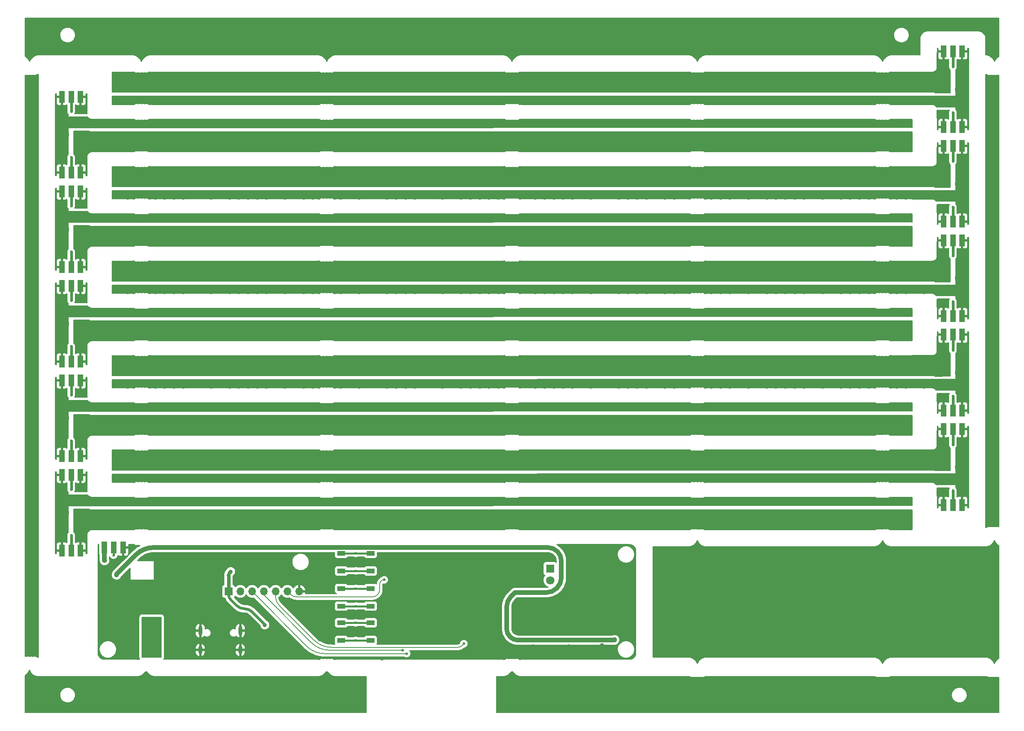
<source format=gbl>
G04 #@! TF.GenerationSoftware,KiCad,Pcbnew,(6.0.2)*
G04 #@! TF.CreationDate,2022-08-31T10:54:29+12:00*
G04 #@! TF.ProjectId,Wordclock,576f7264-636c-46f6-936b-2e6b69636164,2.1*
G04 #@! TF.SameCoordinates,Original*
G04 #@! TF.FileFunction,Copper,L4,Bot*
G04 #@! TF.FilePolarity,Positive*
%FSLAX46Y46*%
G04 Gerber Fmt 4.6, Leading zero omitted, Abs format (unit mm)*
G04 Created by KiCad (PCBNEW (6.0.2)) date 2022-08-31 10:54:29*
%MOMM*%
%LPD*%
G01*
G04 APERTURE LIST*
G04 #@! TA.AperFunction,ComponentPad*
%ADD10R,1.800000X1.800000*%
G04 #@! TD*
G04 #@! TA.AperFunction,ComponentPad*
%ADD11C,1.800000*%
G04 #@! TD*
G04 #@! TA.AperFunction,SMDPad,CuDef*
%ADD12R,1.200000X2.500000*%
G04 #@! TD*
G04 #@! TA.AperFunction,ComponentPad*
%ADD13R,1.700000X1.700000*%
G04 #@! TD*
G04 #@! TA.AperFunction,ComponentPad*
%ADD14O,1.700000X1.700000*%
G04 #@! TD*
G04 #@! TA.AperFunction,ComponentPad*
%ADD15O,0.900000X1.700000*%
G04 #@! TD*
G04 #@! TA.AperFunction,ComponentPad*
%ADD16O,0.900000X2.000000*%
G04 #@! TD*
G04 #@! TA.AperFunction,SMDPad,CuDef*
%ADD17R,1.700000X1.000000*%
G04 #@! TD*
G04 #@! TA.AperFunction,ViaPad*
%ADD18C,0.900000*%
G04 #@! TD*
G04 #@! TA.AperFunction,ViaPad*
%ADD19C,0.600000*%
G04 #@! TD*
G04 #@! TA.AperFunction,Conductor*
%ADD20C,1.000000*%
G04 #@! TD*
G04 #@! TA.AperFunction,Conductor*
%ADD21C,0.600000*%
G04 #@! TD*
G04 #@! TA.AperFunction,Conductor*
%ADD22C,0.800000*%
G04 #@! TD*
G04 #@! TA.AperFunction,Conductor*
%ADD23C,0.400000*%
G04 #@! TD*
G04 #@! TA.AperFunction,Conductor*
%ADD24C,0.200000*%
G04 #@! TD*
G04 APERTURE END LIST*
D10*
X146653965Y-140173446D03*
D11*
X146653965Y-142713446D03*
D12*
X235625000Y-44850000D03*
X233625000Y-44850000D03*
X231625000Y-44850000D03*
X235625000Y-85650000D03*
X233625000Y-85650000D03*
X231625000Y-85650000D03*
X41275000Y-79150000D03*
X43275000Y-79150000D03*
X45275000Y-79150000D03*
D13*
X77238965Y-145108446D03*
D14*
X79778965Y-145108446D03*
X82318965Y-145108446D03*
X84858965Y-145108446D03*
X87398965Y-145108446D03*
X89938965Y-145108446D03*
X92478965Y-145108446D03*
D12*
X41275000Y-99550000D03*
X43275000Y-99550000D03*
X45275000Y-99550000D03*
X41275000Y-119950000D03*
X43275000Y-119950000D03*
X45275000Y-119950000D03*
X235625000Y-89700000D03*
X233625000Y-89700000D03*
X231625000Y-89700000D03*
X41275000Y-115900000D03*
X43275000Y-115900000D03*
X45275000Y-115900000D03*
X50450000Y-135650000D03*
X52450000Y-135650000D03*
X54450000Y-135650000D03*
D15*
X79770000Y-157765000D03*
X71130000Y-157765000D03*
D16*
X79770000Y-153595000D03*
X71130000Y-153595000D03*
D12*
X41275000Y-136300000D03*
X43275000Y-136300000D03*
X45275000Y-136300000D03*
X41275000Y-54700000D03*
X43275000Y-54700000D03*
X45275000Y-54700000D03*
X235625000Y-110100000D03*
X233625000Y-110100000D03*
X231625000Y-110100000D03*
X41275000Y-58750000D03*
X43275000Y-58750000D03*
X45275000Y-58750000D03*
X41275000Y-38350000D03*
X43275000Y-38350000D03*
X45275000Y-38350000D03*
X235625000Y-48900000D03*
X233625000Y-48900000D03*
X231625000Y-48900000D03*
X235625000Y-106050000D03*
X233625000Y-106050000D03*
X231625000Y-106050000D03*
X235625000Y-65250000D03*
X233625000Y-65250000D03*
X231625000Y-65250000D03*
X41275000Y-75100000D03*
X43275000Y-75100000D03*
X45275000Y-75100000D03*
X235625000Y-28500000D03*
X233625000Y-28500000D03*
X231625000Y-28500000D03*
X235625000Y-126450000D03*
X233625000Y-126450000D03*
X231625000Y-126450000D03*
X41275000Y-95500000D03*
X43275000Y-95500000D03*
X45275000Y-95500000D03*
X235625000Y-69300000D03*
X233625000Y-69300000D03*
X231625000Y-69300000D03*
D17*
X107900000Y-144500000D03*
X101600000Y-144500000D03*
X107900000Y-148300000D03*
X101600000Y-148300000D03*
X101600000Y-151900000D03*
X107900000Y-151900000D03*
X107900000Y-155700000D03*
X101600000Y-155700000D03*
X107900000Y-136900000D03*
X101600000Y-136900000D03*
X107900000Y-140700000D03*
X101600000Y-140700000D03*
D18*
X55100000Y-158600000D03*
X56400000Y-158600000D03*
X56400000Y-157300000D03*
X55100000Y-157300000D03*
D19*
X215400000Y-124950000D03*
X159400000Y-43350000D03*
X213400000Y-104550000D03*
X95400000Y-104550000D03*
X96500000Y-79650000D03*
X40400000Y-44350000D03*
X159400000Y-124950000D03*
X148500000Y-59250000D03*
X95500000Y-80650000D03*
X113500000Y-80650000D03*
X40400000Y-121950000D03*
X103400000Y-104550000D03*
X60400000Y-105550000D03*
X61500000Y-80650000D03*
X180400000Y-125950000D03*
X111400000Y-43350000D03*
X204400000Y-105550000D03*
X55500000Y-121450000D03*
X80400000Y-85150000D03*
X108400000Y-125950000D03*
X156500000Y-38850000D03*
X195500000Y-60250000D03*
X88400000Y-44350000D03*
X193500000Y-121450000D03*
X79500000Y-80650000D03*
X85500000Y-101050000D03*
X127400000Y-84150000D03*
X40400000Y-66750000D03*
X89500000Y-101050000D03*
X188500000Y-38850000D03*
X146500000Y-100050000D03*
X49400000Y-104550000D03*
X100500000Y-100050000D03*
X115400000Y-63750000D03*
X196500000Y-100050000D03*
X100500000Y-79650000D03*
X236500000Y-83650000D03*
X214500000Y-38850000D03*
X197400000Y-104550000D03*
X172500000Y-100050000D03*
X236500000Y-32850000D03*
X123500000Y-121450000D03*
X153400000Y-84150000D03*
X193400000Y-43350000D03*
X162400000Y-64750000D03*
X130500000Y-38850000D03*
X92400000Y-44350000D03*
X212400000Y-44350000D03*
X184500000Y-38850000D03*
X108400000Y-85150000D03*
X146400000Y-125950000D03*
X53400000Y-124950000D03*
X127500000Y-60250000D03*
X93400000Y-63750000D03*
X127400000Y-104550000D03*
X87400000Y-124950000D03*
X176400000Y-105550000D03*
X188500000Y-100050000D03*
X79500000Y-39850000D03*
X93500000Y-121450000D03*
X56500000Y-38850000D03*
X208400000Y-64750000D03*
X145500000Y-80650000D03*
X40400000Y-81150000D03*
X214500000Y-100050000D03*
X77400000Y-84150000D03*
X63400000Y-124950000D03*
X183500000Y-121450000D03*
X222500000Y-59250000D03*
X206500000Y-120450000D03*
X134500000Y-79650000D03*
X70400000Y-44350000D03*
X90500000Y-38850000D03*
X236500000Y-100050000D03*
X62400000Y-105550000D03*
X171500000Y-39850000D03*
X84500000Y-38850000D03*
X133400000Y-43350000D03*
X49400000Y-124950000D03*
X162400000Y-85150000D03*
X165500000Y-60250000D03*
X84500000Y-59250000D03*
X76400000Y-44350000D03*
X41400000Y-128950000D03*
X145400000Y-124950000D03*
X183500000Y-60250000D03*
X112400000Y-125950000D03*
X62400000Y-44350000D03*
X153400000Y-104550000D03*
X236500000Y-118450000D03*
X166500000Y-79650000D03*
X42400000Y-70750000D03*
X96500000Y-120450000D03*
X128400000Y-105550000D03*
X183500000Y-80650000D03*
X203400000Y-43350000D03*
X210400000Y-85150000D03*
X195400000Y-104550000D03*
X235500000Y-35850000D03*
X167500000Y-60250000D03*
X110400000Y-64750000D03*
X194400000Y-64750000D03*
X65500000Y-121450000D03*
X227500000Y-121450000D03*
X216500000Y-100050000D03*
X67400000Y-104550000D03*
X106500000Y-120450000D03*
X221400000Y-104550000D03*
X77500000Y-60250000D03*
X125400000Y-43350000D03*
X41400000Y-45350000D03*
X41400000Y-92150000D03*
X108400000Y-105550000D03*
X213400000Y-63750000D03*
X192400000Y-105550000D03*
X147400000Y-63750000D03*
X206500000Y-79650000D03*
X147500000Y-60250000D03*
X91400000Y-43350000D03*
X122500000Y-79650000D03*
X84500000Y-120450000D03*
X122500000Y-38850000D03*
X70400000Y-85150000D03*
X181500000Y-80650000D03*
X235500000Y-123450000D03*
X95400000Y-43350000D03*
X181400000Y-124950000D03*
X132500000Y-100050000D03*
X175400000Y-124950000D03*
X145500000Y-39850000D03*
X94400000Y-44350000D03*
X222500000Y-79650000D03*
X170400000Y-85150000D03*
X142400000Y-64750000D03*
X115400000Y-43350000D03*
X118500000Y-100050000D03*
X176400000Y-64750000D03*
X40400000Y-129950000D03*
X40400000Y-133950000D03*
X78400000Y-85150000D03*
X40400000Y-89150000D03*
X145400000Y-43350000D03*
X149400000Y-63750000D03*
X236500000Y-53250000D03*
X192400000Y-64750000D03*
X89500000Y-80650000D03*
X79500000Y-101050000D03*
X180400000Y-105550000D03*
X147500000Y-80650000D03*
X131500000Y-80650000D03*
X163400000Y-63750000D03*
X142400000Y-44350000D03*
X143400000Y-84150000D03*
X212400000Y-85150000D03*
X236500000Y-40850000D03*
X236500000Y-104050000D03*
X120400000Y-105550000D03*
X195500000Y-39850000D03*
X175400000Y-84150000D03*
X126400000Y-85150000D03*
X55400000Y-63750000D03*
X65500000Y-60250000D03*
X75400000Y-43350000D03*
X40400000Y-127950000D03*
X156500000Y-79650000D03*
X40400000Y-70750000D03*
X208400000Y-85150000D03*
X183400000Y-43350000D03*
X80400000Y-64750000D03*
X215500000Y-39850000D03*
X234500000Y-34850000D03*
X173500000Y-60250000D03*
X77500000Y-80650000D03*
X95500000Y-101050000D03*
X141400000Y-63750000D03*
X90500000Y-79650000D03*
X63400000Y-104550000D03*
X216500000Y-38850000D03*
X41400000Y-126950000D03*
X71400000Y-84150000D03*
X40400000Y-113550000D03*
X146500000Y-59250000D03*
X158400000Y-44350000D03*
X167500000Y-101050000D03*
X66500000Y-79650000D03*
X181400000Y-84150000D03*
X146400000Y-64750000D03*
X95500000Y-39850000D03*
X146400000Y-85150000D03*
X197500000Y-80650000D03*
X116500000Y-38850000D03*
X206500000Y-38850000D03*
X120400000Y-64750000D03*
X185500000Y-60250000D03*
X210400000Y-44350000D03*
X160400000Y-85150000D03*
X123500000Y-60250000D03*
X40400000Y-93150000D03*
X146500000Y-120450000D03*
X123500000Y-101050000D03*
X131400000Y-104550000D03*
X120400000Y-44350000D03*
X209400000Y-84150000D03*
X67500000Y-39850000D03*
X203400000Y-84150000D03*
X83500000Y-101050000D03*
X235500000Y-56250000D03*
X128400000Y-44350000D03*
X204400000Y-44350000D03*
X63500000Y-80650000D03*
X70400000Y-125950000D03*
X162400000Y-125950000D03*
X165400000Y-43350000D03*
X226500000Y-38850000D03*
X68500000Y-38850000D03*
X135500000Y-39850000D03*
X214500000Y-79650000D03*
X166500000Y-59250000D03*
X149400000Y-104550000D03*
X221500000Y-39850000D03*
X191400000Y-63750000D03*
X117500000Y-80650000D03*
X79400000Y-124950000D03*
X133400000Y-63750000D03*
X236500000Y-30850000D03*
X125400000Y-63750000D03*
X143500000Y-121450000D03*
X149400000Y-43350000D03*
X100500000Y-59250000D03*
X63400000Y-84150000D03*
X145400000Y-63750000D03*
X40400000Y-123950000D03*
X70400000Y-64750000D03*
X127500000Y-80650000D03*
X40400000Y-72750000D03*
X154400000Y-44350000D03*
X40400000Y-111550000D03*
X181400000Y-43350000D03*
X64400000Y-64750000D03*
X144400000Y-64750000D03*
X77500000Y-121450000D03*
X235500000Y-31850000D03*
X53400000Y-84150000D03*
X147400000Y-84150000D03*
X64400000Y-44350000D03*
X96500000Y-100050000D03*
X90500000Y-100050000D03*
X138400000Y-64750000D03*
X140500000Y-100050000D03*
X125400000Y-84150000D03*
X115400000Y-104550000D03*
X64500000Y-79650000D03*
X193500000Y-60250000D03*
X161500000Y-121450000D03*
X140500000Y-38850000D03*
X73500000Y-60250000D03*
X81500000Y-101050000D03*
X236500000Y-81650000D03*
X176400000Y-125950000D03*
X129500000Y-60250000D03*
X111400000Y-124950000D03*
X40400000Y-40350000D03*
X134500000Y-38850000D03*
X222500000Y-120450000D03*
X197400000Y-63750000D03*
X168500000Y-79650000D03*
X181400000Y-104550000D03*
X130500000Y-120450000D03*
X213500000Y-39850000D03*
X236500000Y-94050000D03*
X211500000Y-101050000D03*
D18*
X137300000Y-152350000D03*
D19*
X154400000Y-125950000D03*
X60400000Y-64750000D03*
X62400000Y-85150000D03*
X234500000Y-116450000D03*
X114500000Y-100050000D03*
X63500000Y-39850000D03*
X111400000Y-104550000D03*
X128400000Y-64750000D03*
X235500000Y-41850000D03*
X168500000Y-38850000D03*
X166500000Y-120450000D03*
X149500000Y-80650000D03*
X80400000Y-105550000D03*
X83500000Y-60250000D03*
X83400000Y-104550000D03*
X117500000Y-60250000D03*
X163500000Y-101050000D03*
X101500000Y-121450000D03*
X181500000Y-60250000D03*
X142400000Y-85150000D03*
X156500000Y-59250000D03*
X227500000Y-39850000D03*
X100500000Y-120450000D03*
X68500000Y-100050000D03*
X101500000Y-39850000D03*
X89500000Y-121450000D03*
X213500000Y-101050000D03*
X149400000Y-84150000D03*
X150500000Y-100050000D03*
X126400000Y-64750000D03*
X206500000Y-100050000D03*
X115500000Y-101050000D03*
X140500000Y-79650000D03*
X234500000Y-75650000D03*
X135500000Y-121450000D03*
X67400000Y-124950000D03*
X172500000Y-59250000D03*
X158400000Y-85150000D03*
X192400000Y-125950000D03*
X61500000Y-60250000D03*
X112400000Y-85150000D03*
X181500000Y-101050000D03*
X193400000Y-63750000D03*
X121400000Y-124950000D03*
X95400000Y-63750000D03*
X62400000Y-64750000D03*
X65500000Y-39850000D03*
X236500000Y-42850000D03*
X204400000Y-125950000D03*
X223500000Y-101050000D03*
X41400000Y-84150000D03*
X56500000Y-100050000D03*
X220400000Y-44350000D03*
X147500000Y-121450000D03*
X60400000Y-85150000D03*
X192400000Y-44350000D03*
X114500000Y-59250000D03*
X71400000Y-63750000D03*
X85500000Y-39850000D03*
X146400000Y-105550000D03*
X67400000Y-43350000D03*
X159400000Y-84150000D03*
X60400000Y-44350000D03*
X180500000Y-38850000D03*
X66500000Y-100050000D03*
X236500000Y-71650000D03*
X195500000Y-80650000D03*
X170400000Y-44350000D03*
X72500000Y-100050000D03*
X161500000Y-39850000D03*
X136400000Y-105550000D03*
X131500000Y-101050000D03*
X201500000Y-60250000D03*
X96400000Y-64750000D03*
X235500000Y-72650000D03*
X171500000Y-101050000D03*
X221400000Y-63750000D03*
X193400000Y-104550000D03*
X213400000Y-43350000D03*
X158400000Y-105550000D03*
X197400000Y-124950000D03*
X235500000Y-121450000D03*
X155500000Y-101050000D03*
X195400000Y-43350000D03*
X185500000Y-121450000D03*
X40400000Y-62750000D03*
X171400000Y-43350000D03*
X161400000Y-104550000D03*
X113400000Y-104550000D03*
X171500000Y-60250000D03*
X151500000Y-80650000D03*
X213500000Y-121450000D03*
X144400000Y-44350000D03*
X235500000Y-74650000D03*
X126400000Y-125950000D03*
X55400000Y-84150000D03*
X126400000Y-44350000D03*
X40400000Y-83150000D03*
X145500000Y-60250000D03*
X164500000Y-120450000D03*
X126400000Y-105550000D03*
X145400000Y-104550000D03*
X164500000Y-79650000D03*
X117500000Y-101050000D03*
X94400000Y-64750000D03*
X109400000Y-104550000D03*
X163400000Y-104550000D03*
X188500000Y-79650000D03*
X77400000Y-104550000D03*
X171500000Y-121450000D03*
X199400000Y-104550000D03*
X105500000Y-60250000D03*
X80400000Y-44350000D03*
X73500000Y-80650000D03*
X41400000Y-110550000D03*
X98500000Y-38850000D03*
X178400000Y-125950000D03*
X180500000Y-120450000D03*
X80500000Y-79650000D03*
D18*
X153378965Y-155658446D03*
D19*
X153400000Y-124950000D03*
X195500000Y-101050000D03*
X193500000Y-39850000D03*
X40400000Y-85150000D03*
X165500000Y-121450000D03*
X151500000Y-121450000D03*
X215400000Y-84150000D03*
X96400000Y-105550000D03*
X146400000Y-44350000D03*
X211400000Y-43350000D03*
X236500000Y-34850000D03*
X105400000Y-104550000D03*
X165500000Y-80650000D03*
X53400000Y-43350000D03*
X130500000Y-100050000D03*
X165400000Y-124950000D03*
X118500000Y-59250000D03*
X75400000Y-104550000D03*
X96400000Y-85150000D03*
X235500000Y-78650000D03*
X163400000Y-84150000D03*
X50400000Y-125950000D03*
X164500000Y-38850000D03*
X220400000Y-105550000D03*
X159400000Y-104550000D03*
X144400000Y-85150000D03*
D18*
X50478965Y-138458446D03*
D19*
X143400000Y-43350000D03*
X197500000Y-60250000D03*
X113500000Y-101050000D03*
X161400000Y-63750000D03*
X147400000Y-124950000D03*
X41400000Y-132950000D03*
X64500000Y-59250000D03*
X60400000Y-125950000D03*
X41400000Y-47350000D03*
X209400000Y-124950000D03*
X41400000Y-90150000D03*
X94400000Y-105550000D03*
X75400000Y-84150000D03*
X67500000Y-80650000D03*
X106500000Y-59250000D03*
X95400000Y-124950000D03*
X186400000Y-105550000D03*
X183400000Y-84150000D03*
X155500000Y-39850000D03*
X41400000Y-49350000D03*
X235500000Y-115450000D03*
X116500000Y-100050000D03*
X83400000Y-124950000D03*
X112400000Y-44350000D03*
X67500000Y-121450000D03*
D18*
X139078965Y-145358446D03*
D19*
X56500000Y-59250000D03*
X80500000Y-120450000D03*
X186400000Y-64750000D03*
X111500000Y-101050000D03*
X189500000Y-60250000D03*
X203400000Y-124950000D03*
X236500000Y-112450000D03*
X96500000Y-59250000D03*
X87400000Y-104550000D03*
X236500000Y-116450000D03*
X111400000Y-84150000D03*
X40400000Y-42350000D03*
X187400000Y-63750000D03*
X95500000Y-121450000D03*
X40400000Y-107550000D03*
X172500000Y-38850000D03*
X77400000Y-43350000D03*
X220400000Y-125950000D03*
X56500000Y-120450000D03*
X216500000Y-120450000D03*
X236500000Y-73650000D03*
X173500000Y-39850000D03*
X42400000Y-89150000D03*
X197500000Y-101050000D03*
X82500000Y-38850000D03*
X42400000Y-111550000D03*
X71400000Y-124950000D03*
X199400000Y-43350000D03*
X133500000Y-80650000D03*
X40400000Y-52350000D03*
X67500000Y-60250000D03*
X95400000Y-84150000D03*
X165400000Y-63750000D03*
X55400000Y-104550000D03*
X127400000Y-124950000D03*
X168500000Y-59250000D03*
X163400000Y-124950000D03*
X87400000Y-43350000D03*
X101500000Y-80650000D03*
X195400000Y-63750000D03*
X211400000Y-124950000D03*
X138400000Y-85150000D03*
X79400000Y-63750000D03*
X71400000Y-104550000D03*
X94400000Y-125950000D03*
X77500000Y-39850000D03*
X161400000Y-43350000D03*
X78400000Y-64750000D03*
X105400000Y-124950000D03*
X87400000Y-63750000D03*
X196500000Y-59250000D03*
X135500000Y-60250000D03*
X186400000Y-85150000D03*
X188500000Y-120450000D03*
X130500000Y-79650000D03*
X55400000Y-124950000D03*
X53400000Y-104550000D03*
X54400000Y-64750000D03*
X182500000Y-59250000D03*
X73500000Y-101050000D03*
X197500000Y-121450000D03*
X184500000Y-120450000D03*
X41400000Y-82150000D03*
X50400000Y-44350000D03*
X40400000Y-87150000D03*
X127500000Y-121450000D03*
X138500000Y-38850000D03*
X63500000Y-121450000D03*
X96500000Y-38850000D03*
X140500000Y-120450000D03*
X196400000Y-64750000D03*
X110400000Y-105550000D03*
X105400000Y-63750000D03*
X235500000Y-93050000D03*
X191400000Y-104550000D03*
X135500000Y-101050000D03*
X116500000Y-120450000D03*
X141400000Y-84150000D03*
X41400000Y-41350000D03*
X61500000Y-121450000D03*
X234500000Y-96050000D03*
X198500000Y-100050000D03*
X178400000Y-44350000D03*
X131400000Y-84150000D03*
X155500000Y-121450000D03*
X188500000Y-59250000D03*
X147500000Y-39850000D03*
X236500000Y-38850000D03*
X84500000Y-100050000D03*
X83400000Y-84150000D03*
X85500000Y-121450000D03*
X104400000Y-105550000D03*
X194400000Y-85150000D03*
X227500000Y-60250000D03*
X182500000Y-100050000D03*
X154400000Y-64750000D03*
X91400000Y-124950000D03*
X236500000Y-98050000D03*
X170400000Y-125950000D03*
X149500000Y-39850000D03*
X180500000Y-59250000D03*
X147400000Y-43350000D03*
X80500000Y-38850000D03*
X41400000Y-102550000D03*
X234500000Y-55250000D03*
X235500000Y-119450000D03*
X191400000Y-84150000D03*
X148500000Y-120450000D03*
X40400000Y-131950000D03*
X42400000Y-131950000D03*
X143500000Y-80650000D03*
X133400000Y-84150000D03*
X55500000Y-101050000D03*
X150500000Y-120450000D03*
X134500000Y-120450000D03*
X205500000Y-60250000D03*
X93500000Y-39850000D03*
X170400000Y-105550000D03*
X210400000Y-64750000D03*
X220400000Y-64750000D03*
X221500000Y-60250000D03*
X200500000Y-120450000D03*
X106500000Y-79650000D03*
X200500000Y-59250000D03*
X223500000Y-121450000D03*
X136400000Y-44350000D03*
X132500000Y-38850000D03*
X138500000Y-59250000D03*
X149500000Y-121450000D03*
X213500000Y-80650000D03*
X104400000Y-64750000D03*
X148500000Y-100050000D03*
X187400000Y-104550000D03*
X85500000Y-60250000D03*
X180400000Y-85150000D03*
X136400000Y-85150000D03*
X236500000Y-75650000D03*
X76400000Y-125950000D03*
X189500000Y-101050000D03*
X171400000Y-124950000D03*
X236500000Y-59250000D03*
X146500000Y-38850000D03*
X111400000Y-63750000D03*
X226500000Y-79650000D03*
X236500000Y-114450000D03*
X171500000Y-80650000D03*
X159400000Y-63750000D03*
X127500000Y-39850000D03*
X185500000Y-101050000D03*
X73500000Y-39850000D03*
X141400000Y-43350000D03*
X73500000Y-121450000D03*
X40400000Y-103550000D03*
X49400000Y-43350000D03*
X61400000Y-124950000D03*
X235500000Y-95050000D03*
X235500000Y-101050000D03*
X117500000Y-121450000D03*
X167500000Y-39850000D03*
X40400000Y-48350000D03*
X215500000Y-80650000D03*
X235500000Y-39850000D03*
D18*
X160600000Y-155558446D03*
D19*
X195500000Y-121450000D03*
X79400000Y-43350000D03*
X64500000Y-38850000D03*
X81500000Y-121450000D03*
X235500000Y-76650000D03*
X125400000Y-104550000D03*
X84500000Y-79650000D03*
X40400000Y-50350000D03*
X71400000Y-43350000D03*
X235500000Y-97050000D03*
X215400000Y-63750000D03*
X234500000Y-114450000D03*
X113400000Y-124950000D03*
X115500000Y-60250000D03*
X120400000Y-85150000D03*
X56500000Y-79650000D03*
X41400000Y-88150000D03*
X199400000Y-63750000D03*
X235500000Y-60250000D03*
X153400000Y-63750000D03*
X164500000Y-100050000D03*
X164500000Y-59250000D03*
X134500000Y-59250000D03*
X100500000Y-38850000D03*
X235500000Y-80650000D03*
X187400000Y-43350000D03*
X184500000Y-100050000D03*
X153400000Y-43350000D03*
X209400000Y-104550000D03*
X115500000Y-80650000D03*
X221400000Y-124950000D03*
X81500000Y-39850000D03*
X109400000Y-43350000D03*
X211500000Y-39850000D03*
X83500000Y-39850000D03*
X223500000Y-60250000D03*
X197400000Y-43350000D03*
X195400000Y-84150000D03*
X167500000Y-80650000D03*
X178400000Y-105550000D03*
X129500000Y-121450000D03*
X75400000Y-63750000D03*
X66500000Y-38850000D03*
X236500000Y-36850000D03*
X92400000Y-64750000D03*
X117500000Y-39850000D03*
X148500000Y-79650000D03*
X145500000Y-121450000D03*
X171400000Y-84150000D03*
X78400000Y-105550000D03*
X236500000Y-63250000D03*
X200500000Y-79650000D03*
X158400000Y-64750000D03*
X222500000Y-100050000D03*
X72500000Y-120450000D03*
X115400000Y-124950000D03*
X142400000Y-105550000D03*
X113400000Y-43350000D03*
X108400000Y-64750000D03*
X160400000Y-125950000D03*
X194400000Y-44350000D03*
X55500000Y-80650000D03*
X131500000Y-121450000D03*
X42400000Y-50350000D03*
X129400000Y-84150000D03*
X42400000Y-129950000D03*
X76400000Y-105550000D03*
X115500000Y-121450000D03*
X199500000Y-39850000D03*
X163500000Y-39850000D03*
X93400000Y-84150000D03*
X180400000Y-44350000D03*
X91400000Y-84150000D03*
X155500000Y-80650000D03*
X161500000Y-80650000D03*
X103400000Y-43350000D03*
X93400000Y-124950000D03*
X105400000Y-43350000D03*
X211400000Y-63750000D03*
X216500000Y-79650000D03*
X176400000Y-85150000D03*
X175400000Y-63750000D03*
X201500000Y-80650000D03*
X220400000Y-85150000D03*
X109400000Y-84150000D03*
X200500000Y-100050000D03*
X208400000Y-125950000D03*
X40400000Y-91150000D03*
D18*
X145778965Y-155658446D03*
D19*
X131500000Y-39850000D03*
X223500000Y-80650000D03*
X209400000Y-63750000D03*
X104400000Y-85150000D03*
X173500000Y-121450000D03*
X184500000Y-59250000D03*
X113500000Y-39850000D03*
X189500000Y-80650000D03*
X193400000Y-84150000D03*
X80500000Y-59250000D03*
X138500000Y-100050000D03*
X134500000Y-100050000D03*
X129400000Y-104550000D03*
X196400000Y-85150000D03*
X181400000Y-63750000D03*
X41400000Y-43350000D03*
X133400000Y-104550000D03*
X92400000Y-125950000D03*
X212500000Y-38850000D03*
X131400000Y-63750000D03*
X93500000Y-60250000D03*
X79500000Y-121450000D03*
X66500000Y-59250000D03*
X191400000Y-43350000D03*
X50400000Y-85150000D03*
X93400000Y-43350000D03*
X151500000Y-60250000D03*
X128400000Y-85150000D03*
X187400000Y-84150000D03*
X135500000Y-80650000D03*
X85500000Y-80650000D03*
X122500000Y-59250000D03*
X129400000Y-43350000D03*
X235500000Y-58250000D03*
X72500000Y-59250000D03*
X111500000Y-60250000D03*
X95500000Y-60250000D03*
X81400000Y-43350000D03*
X75400000Y-124950000D03*
X136400000Y-125950000D03*
X138400000Y-44350000D03*
X203400000Y-104550000D03*
X163500000Y-80650000D03*
X180400000Y-64750000D03*
X40400000Y-46350000D03*
X61400000Y-63750000D03*
X196500000Y-79650000D03*
X112400000Y-105550000D03*
X66500000Y-120450000D03*
X226500000Y-59250000D03*
X61400000Y-104550000D03*
X41400000Y-106550000D03*
X198500000Y-59250000D03*
X236500000Y-102050000D03*
X115400000Y-84150000D03*
X235500000Y-103050000D03*
X81400000Y-84150000D03*
X113500000Y-121450000D03*
X206500000Y-59250000D03*
X160400000Y-105550000D03*
X198500000Y-120450000D03*
X236500000Y-92050000D03*
X129400000Y-63750000D03*
X212500000Y-79650000D03*
X193400000Y-124950000D03*
X158400000Y-125950000D03*
X142400000Y-125950000D03*
X235500000Y-99050000D03*
X163500000Y-121450000D03*
X109400000Y-124950000D03*
X40400000Y-60750000D03*
X211500000Y-60250000D03*
X175400000Y-43350000D03*
X83500000Y-80650000D03*
X76400000Y-85150000D03*
X212500000Y-100050000D03*
X110400000Y-85150000D03*
X236500000Y-124450000D03*
X40400000Y-64750000D03*
X145400000Y-84150000D03*
X163500000Y-60250000D03*
X105500000Y-80650000D03*
X54400000Y-44350000D03*
X104400000Y-125950000D03*
X121400000Y-63750000D03*
X138500000Y-79650000D03*
X41400000Y-65750000D03*
X184500000Y-79650000D03*
X41400000Y-67750000D03*
X150500000Y-38850000D03*
X113400000Y-84150000D03*
X81400000Y-63750000D03*
X63500000Y-101050000D03*
X54400000Y-85150000D03*
X129400000Y-124950000D03*
X183500000Y-101050000D03*
X216500000Y-59250000D03*
X118500000Y-120450000D03*
X209500000Y-121450000D03*
X227500000Y-80650000D03*
X151500000Y-101050000D03*
X180500000Y-79650000D03*
X215500000Y-101050000D03*
X55500000Y-39850000D03*
X189500000Y-39850000D03*
X235500000Y-37850000D03*
X178400000Y-64750000D03*
X41400000Y-71750000D03*
X210400000Y-105550000D03*
X65400000Y-84150000D03*
X105500000Y-39850000D03*
X63500000Y-60250000D03*
X40400000Y-125950000D03*
X197400000Y-84150000D03*
X61500000Y-39850000D03*
X103400000Y-124950000D03*
X125400000Y-124950000D03*
X150500000Y-79650000D03*
X165500000Y-39850000D03*
X78400000Y-44350000D03*
X199400000Y-84150000D03*
X156500000Y-100050000D03*
X213400000Y-84150000D03*
X161500000Y-101050000D03*
X105500000Y-121450000D03*
X181500000Y-121450000D03*
X226500000Y-100050000D03*
X130400000Y-105550000D03*
X111500000Y-121450000D03*
X131500000Y-60250000D03*
X72500000Y-79650000D03*
X79400000Y-104550000D03*
X214500000Y-59250000D03*
X49400000Y-63750000D03*
X54400000Y-105550000D03*
X61400000Y-43350000D03*
X89500000Y-39850000D03*
X67400000Y-63750000D03*
X101500000Y-60250000D03*
X133400000Y-124950000D03*
X173500000Y-80650000D03*
X208400000Y-44350000D03*
X65400000Y-104550000D03*
X163400000Y-43350000D03*
X155500000Y-60250000D03*
X105500000Y-101050000D03*
X133500000Y-39850000D03*
X41400000Y-69750000D03*
X160400000Y-44350000D03*
X94400000Y-85150000D03*
X98500000Y-59250000D03*
X196500000Y-38850000D03*
X106500000Y-38850000D03*
X41400000Y-124950000D03*
X235500000Y-54250000D03*
X93500000Y-101050000D03*
X168500000Y-120450000D03*
X82500000Y-120450000D03*
X138400000Y-105550000D03*
X91400000Y-104550000D03*
X50400000Y-64750000D03*
X138400000Y-125950000D03*
X103400000Y-84150000D03*
X118500000Y-38850000D03*
X143500000Y-101050000D03*
X236500000Y-122450000D03*
X127400000Y-63750000D03*
X212500000Y-120450000D03*
X235500000Y-33850000D03*
X200500000Y-38850000D03*
X215400000Y-43350000D03*
X83400000Y-43350000D03*
X82500000Y-79650000D03*
X40400000Y-68750000D03*
X235500000Y-52250000D03*
X130500000Y-59250000D03*
X83500000Y-121450000D03*
X235500000Y-62250000D03*
X211400000Y-104550000D03*
X187400000Y-124950000D03*
X88400000Y-85150000D03*
X138500000Y-120450000D03*
X111500000Y-80650000D03*
X209500000Y-101050000D03*
X167500000Y-121450000D03*
X41400000Y-61750000D03*
X109400000Y-63750000D03*
X42400000Y-109550000D03*
X183400000Y-124950000D03*
X80400000Y-125950000D03*
X212500000Y-59250000D03*
X143500000Y-60250000D03*
X203400000Y-63750000D03*
X88400000Y-105550000D03*
X227500000Y-101050000D03*
X130400000Y-85150000D03*
X40400000Y-105550000D03*
X201500000Y-39850000D03*
X79400000Y-84150000D03*
X235500000Y-117450000D03*
X68500000Y-79650000D03*
X192400000Y-85150000D03*
X81400000Y-104550000D03*
X235500000Y-82650000D03*
X128400000Y-125950000D03*
X106500000Y-100050000D03*
X183500000Y-39850000D03*
X78400000Y-125950000D03*
X115500000Y-39850000D03*
X64400000Y-105550000D03*
X148500000Y-38850000D03*
X204400000Y-85150000D03*
X221500000Y-101050000D03*
X212400000Y-105550000D03*
X116500000Y-79650000D03*
X209400000Y-43350000D03*
X41400000Y-63750000D03*
X201500000Y-101050000D03*
X145500000Y-101050000D03*
X122500000Y-120450000D03*
X196500000Y-120450000D03*
X186400000Y-44350000D03*
X82500000Y-59250000D03*
X236500000Y-120450000D03*
X191400000Y-124950000D03*
X42400000Y-68750000D03*
X196400000Y-105550000D03*
X127400000Y-43350000D03*
X170400000Y-64750000D03*
X183400000Y-104550000D03*
X166500000Y-38850000D03*
X67500000Y-101050000D03*
X129500000Y-39850000D03*
X65400000Y-63750000D03*
X236500000Y-77650000D03*
X194400000Y-105550000D03*
X55500000Y-60250000D03*
X221500000Y-80650000D03*
X68500000Y-59250000D03*
X77500000Y-101050000D03*
X114500000Y-38850000D03*
X41400000Y-51350000D03*
X121400000Y-43350000D03*
X151500000Y-39850000D03*
X160400000Y-64750000D03*
X213400000Y-124950000D03*
X196400000Y-125950000D03*
X161400000Y-124950000D03*
X41400000Y-104550000D03*
X215500000Y-60250000D03*
X205500000Y-121450000D03*
X221400000Y-43350000D03*
X234500000Y-32850000D03*
X120400000Y-125950000D03*
X144400000Y-125950000D03*
X129500000Y-80650000D03*
X41400000Y-112550000D03*
X65400000Y-43350000D03*
X197500000Y-39850000D03*
X165500000Y-101050000D03*
X186400000Y-125950000D03*
X42400000Y-48350000D03*
X199500000Y-60250000D03*
X65500000Y-80650000D03*
X105400000Y-84150000D03*
X149500000Y-101050000D03*
X42400000Y-91150000D03*
X61500000Y-101050000D03*
X162400000Y-44350000D03*
X147400000Y-104550000D03*
X178400000Y-85150000D03*
X41400000Y-130950000D03*
X62400000Y-125950000D03*
X96400000Y-44350000D03*
X129500000Y-101050000D03*
X199500000Y-101050000D03*
X161400000Y-84150000D03*
X130400000Y-125950000D03*
X176400000Y-44350000D03*
X67400000Y-84150000D03*
X205500000Y-101050000D03*
X165400000Y-84150000D03*
X76400000Y-64750000D03*
X65500000Y-101050000D03*
X211500000Y-80650000D03*
X168500000Y-100050000D03*
X103400000Y-63750000D03*
X212400000Y-64750000D03*
X221500000Y-121450000D03*
X147500000Y-101050000D03*
X110400000Y-44350000D03*
X123500000Y-80650000D03*
X64500000Y-120450000D03*
X181500000Y-39850000D03*
X201500000Y-121450000D03*
X127500000Y-101050000D03*
X50400000Y-105550000D03*
X209500000Y-80650000D03*
X143400000Y-104550000D03*
X222500000Y-38850000D03*
X101500000Y-101050000D03*
X143400000Y-124950000D03*
X114500000Y-79650000D03*
X108400000Y-44350000D03*
X64400000Y-85150000D03*
X61400000Y-84150000D03*
X221400000Y-84150000D03*
X93400000Y-104550000D03*
X194400000Y-125950000D03*
X213500000Y-60250000D03*
X162400000Y-105550000D03*
X212400000Y-125950000D03*
X149400000Y-124950000D03*
X199500000Y-121450000D03*
X141400000Y-124950000D03*
X234500000Y-73650000D03*
X193500000Y-80650000D03*
X236500000Y-61250000D03*
X104400000Y-44350000D03*
X182500000Y-120450000D03*
X40400000Y-109550000D03*
X90500000Y-59250000D03*
X196400000Y-44350000D03*
X210400000Y-125950000D03*
X180500000Y-100050000D03*
X185500000Y-39850000D03*
X136400000Y-64750000D03*
X121400000Y-104550000D03*
X209500000Y-60250000D03*
X130400000Y-44350000D03*
X211400000Y-84150000D03*
X172500000Y-79650000D03*
X122500000Y-100050000D03*
X77400000Y-63750000D03*
X146500000Y-79650000D03*
X171400000Y-63750000D03*
D18*
X53078965Y-141558446D03*
D19*
X90500000Y-120450000D03*
X189500000Y-121450000D03*
X41400000Y-122950000D03*
X205500000Y-80650000D03*
X198500000Y-79650000D03*
X91400000Y-63750000D03*
X70400000Y-105550000D03*
X150500000Y-59250000D03*
X88400000Y-125950000D03*
X72500000Y-38850000D03*
X92400000Y-85150000D03*
X236500000Y-96050000D03*
X172500000Y-120450000D03*
X133500000Y-60250000D03*
X81400000Y-124950000D03*
X215500000Y-121450000D03*
X182500000Y-79650000D03*
X113400000Y-63750000D03*
X110400000Y-125950000D03*
X182500000Y-38850000D03*
X98500000Y-79650000D03*
X49400000Y-84150000D03*
X63400000Y-63750000D03*
X112400000Y-64750000D03*
X77400000Y-124950000D03*
X98500000Y-100050000D03*
X156500000Y-120450000D03*
X83400000Y-63750000D03*
X68500000Y-120450000D03*
X143500000Y-39850000D03*
X96400000Y-125950000D03*
X132500000Y-120450000D03*
X87400000Y-84150000D03*
X131400000Y-43350000D03*
X40400000Y-101550000D03*
X133500000Y-121450000D03*
X236500000Y-57250000D03*
X154400000Y-85150000D03*
X80500000Y-100050000D03*
X121400000Y-84150000D03*
X161500000Y-60250000D03*
X236500000Y-55250000D03*
X141400000Y-104550000D03*
X223500000Y-39850000D03*
X89500000Y-60250000D03*
X132500000Y-79650000D03*
X195400000Y-124950000D03*
X234500000Y-53250000D03*
X234500000Y-94050000D03*
X130400000Y-64750000D03*
X208400000Y-105550000D03*
X144400000Y-105550000D03*
X64500000Y-100050000D03*
X54400000Y-125950000D03*
X118500000Y-79650000D03*
X236500000Y-79650000D03*
X214500000Y-120450000D03*
X114500000Y-120450000D03*
X166500000Y-100050000D03*
X149500000Y-60250000D03*
X64400000Y-125950000D03*
X183400000Y-63750000D03*
X143400000Y-63750000D03*
X55400000Y-43350000D03*
X171400000Y-104550000D03*
X131400000Y-124950000D03*
X235500000Y-113450000D03*
X65400000Y-124950000D03*
X199400000Y-124950000D03*
X53400000Y-63750000D03*
X81500000Y-80650000D03*
X132500000Y-59250000D03*
X81500000Y-60250000D03*
X226500000Y-120450000D03*
X173500000Y-101050000D03*
X205500000Y-39850000D03*
X82500000Y-100050000D03*
X93500000Y-80650000D03*
X92400000Y-105550000D03*
X41400000Y-108550000D03*
X113500000Y-60250000D03*
X211500000Y-121450000D03*
X133500000Y-101050000D03*
X209500000Y-39850000D03*
X140500000Y-59250000D03*
X123500000Y-39850000D03*
X193500000Y-101050000D03*
X88400000Y-64750000D03*
X236500000Y-51250000D03*
X41400000Y-86150000D03*
X116500000Y-59250000D03*
X204400000Y-64750000D03*
X199500000Y-80650000D03*
X175400000Y-104550000D03*
X111500000Y-39850000D03*
X154400000Y-105550000D03*
X63400000Y-43350000D03*
X215400000Y-104550000D03*
X98500000Y-120450000D03*
X165400000Y-104550000D03*
X198500000Y-38850000D03*
X79500000Y-60250000D03*
X185500000Y-80650000D03*
X174500000Y-77650000D03*
X222500000Y-118450000D03*
X106500000Y-75650000D03*
X50400000Y-46350000D03*
X216500000Y-96050000D03*
X216400000Y-127950000D03*
X114500000Y-118450000D03*
X60500000Y-57250000D03*
X229500000Y-56250000D03*
X203400000Y-128950000D03*
X168500000Y-96050000D03*
X230500000Y-63250000D03*
X206500000Y-36850000D03*
X78400000Y-87150000D03*
X150400000Y-127950000D03*
X56400000Y-87150000D03*
X49400000Y-47350000D03*
X146500000Y-36850000D03*
X184500000Y-96050000D03*
X118400000Y-87150000D03*
X76400000Y-89150000D03*
X60400000Y-89150000D03*
X52500000Y-77650000D03*
X60400000Y-129950000D03*
X122500000Y-36850000D03*
X49400000Y-108550000D03*
X142500000Y-36850000D03*
X97900000Y-149200000D03*
X182500000Y-98050000D03*
X155500000Y-56250000D03*
X73500000Y-97050000D03*
X141400000Y-88150000D03*
X52500000Y-36850000D03*
X74500000Y-98050000D03*
X146400000Y-46350000D03*
X154500000Y-98050000D03*
X47400000Y-108550000D03*
X226500000Y-98050000D03*
X104500000Y-118450000D03*
X142400000Y-48350000D03*
X138400000Y-48350000D03*
X130400000Y-87150000D03*
X45400000Y-122950000D03*
X108400000Y-48350000D03*
X138500000Y-57250000D03*
X186400000Y-89150000D03*
X52500000Y-34850000D03*
X114500000Y-36850000D03*
X138400000Y-127950000D03*
X116500000Y-116450000D03*
X55400000Y-128950000D03*
X136400000Y-89150000D03*
X140500000Y-36850000D03*
X103400000Y-108550000D03*
X218400000Y-87150000D03*
X226500000Y-36850000D03*
X140500000Y-118450000D03*
X208400000Y-89150000D03*
X227500000Y-117450000D03*
X140500000Y-57250000D03*
X66500000Y-36850000D03*
X191400000Y-67750000D03*
X178400000Y-66750000D03*
X221500000Y-76650000D03*
X142500000Y-118450000D03*
X164500000Y-98050000D03*
X166400000Y-127950000D03*
X54400000Y-68750000D03*
X121400000Y-88150000D03*
X71400000Y-67750000D03*
X224500000Y-98050000D03*
X188400000Y-89150000D03*
D18*
X122028965Y-151558446D03*
D19*
X92500000Y-36850000D03*
X220500000Y-98050000D03*
X205500000Y-97050000D03*
X130500000Y-118450000D03*
X164500000Y-57250000D03*
X55500000Y-115450000D03*
X204400000Y-129950000D03*
X44400000Y-121950000D03*
X118500000Y-96050000D03*
D18*
X126250000Y-139600000D03*
D19*
X120400000Y-87150000D03*
X44400000Y-127950000D03*
X180500000Y-118450000D03*
X231500000Y-31850000D03*
X54400000Y-109550000D03*
X122500000Y-75650000D03*
X76500000Y-98050000D03*
X64400000Y-66750000D03*
X120400000Y-107550000D03*
X142500000Y-57250000D03*
X176500000Y-77650000D03*
X172500000Y-57250000D03*
X78400000Y-127950000D03*
X146500000Y-118450000D03*
X88500000Y-96050000D03*
X89500000Y-97050000D03*
X104400000Y-129950000D03*
X44400000Y-40350000D03*
X232500000Y-98050000D03*
X110500000Y-36850000D03*
X96950000Y-155600000D03*
X136400000Y-46350000D03*
X106500000Y-96050000D03*
X68500000Y-34850000D03*
X172500000Y-77650000D03*
X58500000Y-57250000D03*
X192500000Y-57250000D03*
X46400000Y-66750000D03*
X62400000Y-66750000D03*
X88400000Y-89150000D03*
X158500000Y-98050000D03*
X140500000Y-98050000D03*
X123500000Y-56250000D03*
X98500000Y-36850000D03*
X154500000Y-36850000D03*
X55400000Y-47350000D03*
X68400000Y-87150000D03*
X223400000Y-130950000D03*
X186400000Y-129950000D03*
X196500000Y-98050000D03*
X222500000Y-116450000D03*
X180400000Y-87150000D03*
X130500000Y-98050000D03*
X204400000Y-89150000D03*
X96400000Y-107550000D03*
X206500000Y-57250000D03*
X44400000Y-60750000D03*
X170500000Y-77650000D03*
X229500000Y-97050000D03*
X138400000Y-129950000D03*
X148500000Y-77650000D03*
X116500000Y-34850000D03*
X96400000Y-87150000D03*
X78400000Y-107550000D03*
X212500000Y-36850000D03*
X104400000Y-46350000D03*
X200400000Y-127950000D03*
X82500000Y-98050000D03*
X184500000Y-116450000D03*
X204500000Y-118450000D03*
X153400000Y-67750000D03*
X60400000Y-68750000D03*
X158400000Y-129950000D03*
X206500000Y-34850000D03*
X46400000Y-133950000D03*
X88400000Y-87150000D03*
X156500000Y-34850000D03*
X50400000Y-87150000D03*
X186400000Y-68750000D03*
X106500000Y-116450000D03*
X62400000Y-87150000D03*
X58400000Y-68750000D03*
X122500000Y-98050000D03*
X218500000Y-116450000D03*
D18*
X59978965Y-143358446D03*
D19*
X53500000Y-33850000D03*
X158400000Y-89150000D03*
X88500000Y-36850000D03*
X180500000Y-57250000D03*
X80500000Y-36850000D03*
X218500000Y-75650000D03*
X154400000Y-66750000D03*
X221500000Y-97050000D03*
X188500000Y-57250000D03*
X144400000Y-46350000D03*
X203400000Y-108550000D03*
X196500000Y-36850000D03*
X160400000Y-89150000D03*
X110500000Y-98050000D03*
X82500000Y-36850000D03*
X100500000Y-34850000D03*
D18*
X110378965Y-159558446D03*
D19*
X144400000Y-127950000D03*
X47400000Y-128950000D03*
X204400000Y-109550000D03*
X126400000Y-68750000D03*
X198500000Y-118450000D03*
D18*
X142978965Y-156958446D03*
D19*
X171400000Y-88150000D03*
X102400000Y-46350000D03*
X70400000Y-87150000D03*
X170400000Y-107550000D03*
X222400000Y-87150000D03*
X121400000Y-128950000D03*
X187400000Y-67750000D03*
X224400000Y-68750000D03*
X80400000Y-46350000D03*
X191400000Y-88150000D03*
X100500000Y-75650000D03*
X49400000Y-128950000D03*
X198500000Y-57250000D03*
X108500000Y-98050000D03*
X108500000Y-36850000D03*
D18*
X67250000Y-137200000D03*
D19*
X62400000Y-107550000D03*
X146400000Y-87150000D03*
X166400000Y-66750000D03*
X168400000Y-46350000D03*
X80500000Y-98050000D03*
X87400000Y-108550000D03*
X72400000Y-107550000D03*
X94400000Y-66750000D03*
X132500000Y-36850000D03*
X202400000Y-87150000D03*
X172400000Y-127950000D03*
X55500000Y-56250000D03*
X58400000Y-129950000D03*
X232500000Y-104050000D03*
X122400000Y-66750000D03*
X144400000Y-107550000D03*
X71400000Y-88150000D03*
X214500000Y-98050000D03*
X45400000Y-112550000D03*
X180400000Y-66750000D03*
X52500000Y-118450000D03*
X44400000Y-107550000D03*
X227500000Y-35850000D03*
X45400000Y-61750000D03*
X138400000Y-107550000D03*
X141400000Y-47350000D03*
D18*
X123278965Y-153058446D03*
D19*
X172400000Y-46350000D03*
X178400000Y-87150000D03*
X221400000Y-108550000D03*
X212500000Y-118450000D03*
X46400000Y-93150000D03*
X52500000Y-57250000D03*
X189500000Y-56250000D03*
X176500000Y-118450000D03*
X137400000Y-88150000D03*
X54500000Y-98050000D03*
D18*
X150678965Y-156958446D03*
D19*
X150500000Y-55250000D03*
X46400000Y-81150000D03*
X170500000Y-57250000D03*
X134500000Y-34850000D03*
X124500000Y-118450000D03*
X52400000Y-107550000D03*
X200500000Y-34850000D03*
X212400000Y-87150000D03*
X90500000Y-34850000D03*
X216500000Y-116450000D03*
X96950000Y-140600000D03*
X208500000Y-77650000D03*
X45400000Y-67750000D03*
X188400000Y-66750000D03*
X96500000Y-36850000D03*
X172500000Y-96050000D03*
X106400000Y-87150000D03*
X204400000Y-68750000D03*
X188500000Y-98050000D03*
X134400000Y-66750000D03*
X128400000Y-66750000D03*
X136400000Y-87150000D03*
X148500000Y-118450000D03*
X126500000Y-77650000D03*
X54400000Y-127950000D03*
X224500000Y-118450000D03*
X231500000Y-123450000D03*
X132500000Y-77650000D03*
X114500000Y-77650000D03*
X170400000Y-66750000D03*
X204500000Y-57250000D03*
X191400000Y-128950000D03*
X182500000Y-36850000D03*
X68500000Y-75650000D03*
X186400000Y-107550000D03*
X202400000Y-46350000D03*
X110500000Y-77650000D03*
X221400000Y-130950000D03*
X212400000Y-107550000D03*
X172400000Y-66750000D03*
X106400000Y-127950000D03*
X189500000Y-76650000D03*
X70400000Y-89150000D03*
X122500000Y-118450000D03*
X76500000Y-77650000D03*
X121400000Y-47350000D03*
X140500000Y-96050000D03*
X118400000Y-46350000D03*
X58500000Y-36850000D03*
X123500000Y-117450000D03*
X141400000Y-128950000D03*
X87400000Y-128950000D03*
X120400000Y-109550000D03*
X168400000Y-87150000D03*
X45400000Y-41350000D03*
X46400000Y-87150000D03*
X106500000Y-118450000D03*
X94400000Y-87150000D03*
X222400000Y-66750000D03*
X232500000Y-83650000D03*
X158500000Y-57250000D03*
X204400000Y-48350000D03*
X100400000Y-66750000D03*
X60500000Y-77650000D03*
X194400000Y-127950000D03*
X158500000Y-118450000D03*
X188500000Y-116450000D03*
X46400000Y-127950000D03*
X188400000Y-68750000D03*
X166400000Y-87150000D03*
X188400000Y-87150000D03*
X142400000Y-68750000D03*
X96500000Y-98050000D03*
X62400000Y-127950000D03*
X150500000Y-75650000D03*
X202400000Y-107550000D03*
X204400000Y-66750000D03*
X138400000Y-68750000D03*
X92400000Y-68750000D03*
X208500000Y-98050000D03*
X76500000Y-57250000D03*
X104400000Y-109550000D03*
X120400000Y-129950000D03*
X124500000Y-98050000D03*
X54500000Y-77650000D03*
X168500000Y-116450000D03*
X230500000Y-71650000D03*
X100400000Y-127950000D03*
X44400000Y-93150000D03*
X47400000Y-67750000D03*
X138500000Y-75650000D03*
X221400000Y-110550000D03*
X104400000Y-48350000D03*
X138400000Y-89150000D03*
X124500000Y-57250000D03*
X206500000Y-118450000D03*
X84500000Y-55250000D03*
X128400000Y-87150000D03*
X186400000Y-87150000D03*
X94400000Y-127950000D03*
X46400000Y-101550000D03*
X166400000Y-46350000D03*
X134500000Y-116450000D03*
X188400000Y-129950000D03*
X72400000Y-127950000D03*
X230500000Y-51250000D03*
X150400000Y-66750000D03*
X44400000Y-72750000D03*
X54400000Y-89150000D03*
X136400000Y-129950000D03*
X180500000Y-77650000D03*
X216400000Y-46350000D03*
X162400000Y-66750000D03*
D18*
X59800000Y-147050000D03*
D19*
X60400000Y-109550000D03*
X72500000Y-34850000D03*
X230500000Y-57250000D03*
X218500000Y-96050000D03*
X88500000Y-55250000D03*
X186400000Y-46350000D03*
X118500000Y-55250000D03*
X232500000Y-77650000D03*
X128400000Y-127950000D03*
X122500000Y-96050000D03*
X141400000Y-108550000D03*
X85500000Y-97050000D03*
X118500000Y-116450000D03*
X45400000Y-132950000D03*
X156500000Y-77650000D03*
X103400000Y-47350000D03*
X180500000Y-98050000D03*
X184400000Y-107550000D03*
X132500000Y-118450000D03*
X137400000Y-47350000D03*
X222400000Y-127950000D03*
X88400000Y-129950000D03*
X184400000Y-46350000D03*
X196400000Y-66750000D03*
X77450000Y-149400000D03*
X46400000Y-40350000D03*
X192400000Y-89150000D03*
X231500000Y-113450000D03*
X224400000Y-109550000D03*
X134400000Y-107550000D03*
X73450000Y-149400000D03*
X55400000Y-108550000D03*
X138400000Y-87150000D03*
X88400000Y-109550000D03*
X220500000Y-118450000D03*
X230500000Y-104050000D03*
X92400000Y-89150000D03*
X221500000Y-35850000D03*
X105500000Y-117450000D03*
X126500000Y-57250000D03*
X84400000Y-87150000D03*
X123500000Y-97050000D03*
X222500000Y-75650000D03*
X182500000Y-118450000D03*
X106500000Y-57250000D03*
X204400000Y-46350000D03*
X104400000Y-127950000D03*
D18*
X138978965Y-156958446D03*
D19*
X106400000Y-46350000D03*
X110400000Y-129950000D03*
X100400000Y-107550000D03*
X84500000Y-96050000D03*
X196500000Y-57250000D03*
X130500000Y-57250000D03*
X134400000Y-87150000D03*
X122400000Y-46350000D03*
X224400000Y-66750000D03*
X100500000Y-116450000D03*
X102400000Y-107550000D03*
X118500000Y-34850000D03*
X232500000Y-30850000D03*
X130400000Y-107550000D03*
X188400000Y-109550000D03*
X203400000Y-67750000D03*
X178400000Y-107550000D03*
X230500000Y-118450000D03*
X112400000Y-87150000D03*
X173500000Y-97050000D03*
X72500000Y-57250000D03*
X104500000Y-36850000D03*
X138500000Y-96050000D03*
X88500000Y-34850000D03*
X216400000Y-66750000D03*
X64400000Y-127950000D03*
X53500000Y-95050000D03*
X188400000Y-107550000D03*
X104500000Y-77650000D03*
D18*
X135450000Y-159000000D03*
D19*
X80500000Y-118450000D03*
X55500000Y-54250000D03*
X74500000Y-36850000D03*
X100500000Y-96050000D03*
X214500000Y-77650000D03*
X154500000Y-118450000D03*
X224400000Y-127950000D03*
X55500000Y-117450000D03*
X106500000Y-34850000D03*
X54500000Y-36850000D03*
X56400000Y-107550000D03*
X203400000Y-47350000D03*
X221500000Y-56250000D03*
X88400000Y-68750000D03*
X96500000Y-77650000D03*
X194400000Y-66750000D03*
X138500000Y-116450000D03*
X170400000Y-129950000D03*
X136400000Y-68750000D03*
X230500000Y-83650000D03*
X224400000Y-46350000D03*
X194400000Y-46350000D03*
X80400000Y-87150000D03*
X170400000Y-46350000D03*
X88400000Y-107550000D03*
X231500000Y-35850000D03*
X162400000Y-87150000D03*
X122400000Y-127950000D03*
X70400000Y-127950000D03*
X114500000Y-98050000D03*
X221400000Y-47350000D03*
X221400000Y-67750000D03*
X184400000Y-66750000D03*
X94400000Y-46350000D03*
X200500000Y-116450000D03*
X186400000Y-48350000D03*
X68400000Y-107550000D03*
X224400000Y-87150000D03*
X212400000Y-66750000D03*
X128400000Y-46350000D03*
X156500000Y-96050000D03*
X71400000Y-47350000D03*
X45400000Y-47350000D03*
X155500000Y-117450000D03*
X203400000Y-88150000D03*
X191400000Y-47350000D03*
X146500000Y-57250000D03*
X126400000Y-48350000D03*
X100500000Y-55250000D03*
X85500000Y-117450000D03*
X110400000Y-48350000D03*
X55500000Y-76650000D03*
X126500000Y-118450000D03*
X205500000Y-76650000D03*
X154500000Y-57250000D03*
X100400000Y-87150000D03*
X73500000Y-117450000D03*
X92400000Y-48350000D03*
X227500000Y-97050000D03*
X92500000Y-57250000D03*
X142400000Y-129950000D03*
X176400000Y-129950000D03*
X58500000Y-77650000D03*
X47400000Y-88150000D03*
X218400000Y-107550000D03*
X110400000Y-68750000D03*
X122500000Y-57250000D03*
X196500000Y-118450000D03*
X55500000Y-95050000D03*
X152400000Y-107550000D03*
X173500000Y-76650000D03*
X140500000Y-75650000D03*
X194400000Y-107550000D03*
X85500000Y-35850000D03*
X46400000Y-107550000D03*
X226500000Y-118450000D03*
X140500000Y-116450000D03*
X78400000Y-66750000D03*
X44400000Y-52350000D03*
X223400000Y-90150000D03*
X64500000Y-118450000D03*
X55400000Y-67750000D03*
X232500000Y-51250000D03*
X200400000Y-66750000D03*
X156500000Y-118450000D03*
X139500000Y-56250000D03*
X106500000Y-55250000D03*
X208500000Y-118450000D03*
X90500000Y-98050000D03*
X231500000Y-52250000D03*
X96400000Y-46350000D03*
X84400000Y-127950000D03*
X214500000Y-118450000D03*
X166500000Y-96050000D03*
X118400000Y-127950000D03*
X232500000Y-57250000D03*
X44400000Y-113550000D03*
X231500000Y-72650000D03*
D18*
X120778965Y-153058446D03*
D19*
X53500000Y-54250000D03*
X50400000Y-107550000D03*
X102400000Y-127950000D03*
X98500000Y-77650000D03*
D18*
X77610625Y-138434670D03*
D19*
X46400000Y-113550000D03*
X156500000Y-116450000D03*
X156500000Y-98050000D03*
X104400000Y-107550000D03*
X168400000Y-127950000D03*
X46400000Y-60750000D03*
X70400000Y-46350000D03*
X82500000Y-57250000D03*
X202400000Y-127950000D03*
X98500000Y-118450000D03*
X222500000Y-96050000D03*
X139500000Y-76650000D03*
X106500000Y-77650000D03*
X232500000Y-92050000D03*
X232500000Y-118450000D03*
X216400000Y-107550000D03*
X54400000Y-107550000D03*
X218400000Y-127950000D03*
X160400000Y-129950000D03*
X212500000Y-77650000D03*
X216500000Y-75650000D03*
X44400000Y-133950000D03*
X196400000Y-87150000D03*
X108500000Y-57250000D03*
X172500000Y-75650000D03*
X208400000Y-109550000D03*
X144400000Y-87150000D03*
X94400000Y-107550000D03*
X187400000Y-47350000D03*
X96400000Y-66750000D03*
X200400000Y-87150000D03*
X62400000Y-46350000D03*
X171400000Y-67750000D03*
X184500000Y-55250000D03*
X80400000Y-127950000D03*
X108500000Y-77650000D03*
X64500000Y-36850000D03*
X180500000Y-36850000D03*
X54400000Y-87150000D03*
X64400000Y-46350000D03*
X187400000Y-108550000D03*
X171400000Y-108550000D03*
X154400000Y-109550000D03*
X88500000Y-116450000D03*
X172400000Y-87150000D03*
X190500000Y-118450000D03*
X88500000Y-98050000D03*
X231500000Y-41850000D03*
X141400000Y-67750000D03*
X192500000Y-36850000D03*
X222500000Y-98050000D03*
X192400000Y-109550000D03*
X56400000Y-46350000D03*
X88500000Y-77650000D03*
X73500000Y-76650000D03*
X45400000Y-102550000D03*
X166400000Y-107550000D03*
X230500000Y-124450000D03*
X45400000Y-108550000D03*
X164500000Y-77650000D03*
X46400000Y-46350000D03*
X138500000Y-55250000D03*
X135500000Y-117450000D03*
X206500000Y-55250000D03*
X80500000Y-77650000D03*
X190500000Y-57250000D03*
X186400000Y-109550000D03*
X70400000Y-68750000D03*
X170400000Y-48350000D03*
X154400000Y-127950000D03*
X224400000Y-107550000D03*
X170500000Y-98050000D03*
X136400000Y-66750000D03*
X54400000Y-129950000D03*
X52400000Y-87150000D03*
X172500000Y-36850000D03*
X154400000Y-48350000D03*
X150500000Y-34850000D03*
X104400000Y-89150000D03*
X132500000Y-98050000D03*
X70400000Y-109550000D03*
X110500000Y-57250000D03*
X212500000Y-57250000D03*
X173500000Y-117450000D03*
X116500000Y-75650000D03*
X89500000Y-56250000D03*
X231500000Y-76650000D03*
X153400000Y-128950000D03*
X126400000Y-129950000D03*
X148500000Y-36850000D03*
X108500000Y-118450000D03*
X178400000Y-127950000D03*
X144400000Y-66750000D03*
X232500000Y-112450000D03*
X173500000Y-35850000D03*
X162400000Y-107550000D03*
X52500000Y-98050000D03*
X206500000Y-77650000D03*
X176400000Y-48350000D03*
X192500000Y-98050000D03*
X158500000Y-36850000D03*
X204500000Y-98050000D03*
X150400000Y-87150000D03*
X188500000Y-77650000D03*
X134500000Y-55250000D03*
X110500000Y-118450000D03*
X139500000Y-117450000D03*
D18*
X53678965Y-138558446D03*
D19*
X170400000Y-68750000D03*
X143678965Y-139708446D03*
X206500000Y-98050000D03*
X180400000Y-127950000D03*
X105500000Y-97050000D03*
X52400000Y-46350000D03*
X164500000Y-118450000D03*
X54400000Y-46350000D03*
X88400000Y-46350000D03*
X138400000Y-109550000D03*
X45400000Y-51350000D03*
X137778965Y-141308446D03*
X70400000Y-48350000D03*
X45400000Y-71750000D03*
X104500000Y-98050000D03*
X80500000Y-57250000D03*
X198500000Y-98050000D03*
X227500000Y-56250000D03*
X187400000Y-88150000D03*
X130400000Y-66750000D03*
X122500000Y-55250000D03*
X68500000Y-116450000D03*
X84400000Y-46350000D03*
X180400000Y-46350000D03*
X132500000Y-57250000D03*
X100400000Y-46350000D03*
X168500000Y-34850000D03*
X172500000Y-55250000D03*
X206500000Y-116450000D03*
X92500000Y-98050000D03*
X154400000Y-46350000D03*
X136400000Y-48350000D03*
X137400000Y-108550000D03*
X120400000Y-68750000D03*
X187400000Y-128950000D03*
X176500000Y-98050000D03*
X224400000Y-129950000D03*
X154400000Y-107550000D03*
X108400000Y-109550000D03*
X227500000Y-76650000D03*
X106400000Y-107550000D03*
X64500000Y-98050000D03*
X188500000Y-36850000D03*
X70400000Y-129950000D03*
X105500000Y-76650000D03*
X205500000Y-117450000D03*
X90500000Y-36850000D03*
X106500000Y-36850000D03*
X120400000Y-66750000D03*
X72500000Y-96050000D03*
X231500000Y-93050000D03*
X137400000Y-67750000D03*
X72500000Y-77650000D03*
X176500000Y-57250000D03*
X174500000Y-36850000D03*
X76500000Y-36850000D03*
X229500000Y-117450000D03*
X180400000Y-107550000D03*
X92500000Y-118450000D03*
X90500000Y-57250000D03*
X138400000Y-66750000D03*
X154400000Y-89150000D03*
X200500000Y-75650000D03*
X68400000Y-46350000D03*
X118400000Y-107550000D03*
X86400000Y-46350000D03*
X140500000Y-77650000D03*
X158400000Y-48350000D03*
X231500000Y-97050000D03*
X200400000Y-46350000D03*
X190500000Y-36850000D03*
X120400000Y-48350000D03*
X106400000Y-66750000D03*
X138500000Y-118450000D03*
X60500000Y-118450000D03*
X118400000Y-66750000D03*
X154500000Y-77650000D03*
X189500000Y-117450000D03*
X166500000Y-116450000D03*
X68400000Y-66750000D03*
X170400000Y-89150000D03*
X85500000Y-76650000D03*
X54500000Y-118450000D03*
X188400000Y-48350000D03*
X64400000Y-87150000D03*
D18*
X123278965Y-150058446D03*
X120778965Y-150058446D03*
D19*
X56400000Y-66750000D03*
X152400000Y-66750000D03*
X166500000Y-75650000D03*
X230500000Y-36850000D03*
X231500000Y-56250000D03*
D18*
X78850000Y-151800000D03*
D19*
X208500000Y-57250000D03*
X73500000Y-35850000D03*
X222400000Y-46350000D03*
X84500000Y-34850000D03*
X214500000Y-36850000D03*
D18*
X62578965Y-147258446D03*
D19*
X66500000Y-118450000D03*
D18*
X69150000Y-158600000D03*
D19*
X176400000Y-89150000D03*
X152400000Y-127950000D03*
X231500000Y-62250000D03*
X224500000Y-57250000D03*
X130500000Y-36850000D03*
X138500000Y-36850000D03*
X230500000Y-112450000D03*
X88500000Y-118450000D03*
X140500000Y-34850000D03*
D18*
X84726500Y-149458446D03*
D19*
X164500000Y-36850000D03*
X171400000Y-128950000D03*
X230500000Y-42850000D03*
X45400000Y-92150000D03*
X188500000Y-34850000D03*
X162400000Y-127950000D03*
X55500000Y-97050000D03*
X88400000Y-66750000D03*
X82500000Y-77650000D03*
X90500000Y-116450000D03*
X190500000Y-98050000D03*
X76400000Y-109550000D03*
X76400000Y-48350000D03*
X186400000Y-66750000D03*
X103400000Y-67750000D03*
X166500000Y-55250000D03*
X121400000Y-67750000D03*
X58500000Y-98050000D03*
X205500000Y-35850000D03*
X222500000Y-57250000D03*
X226500000Y-57250000D03*
X190500000Y-77650000D03*
X176400000Y-68750000D03*
X70400000Y-66750000D03*
X112400000Y-127950000D03*
X60400000Y-48350000D03*
X188500000Y-75650000D03*
X205500000Y-56250000D03*
X223400000Y-110550000D03*
X154400000Y-129950000D03*
X90500000Y-75650000D03*
X176400000Y-109550000D03*
X44400000Y-66750000D03*
X206500000Y-75650000D03*
X232500000Y-124450000D03*
X142500000Y-98050000D03*
X54400000Y-66750000D03*
X130400000Y-127950000D03*
X55500000Y-74650000D03*
X70400000Y-107550000D03*
X146500000Y-98050000D03*
X196500000Y-77650000D03*
X231500000Y-82650000D03*
X58500000Y-118450000D03*
X84400000Y-66750000D03*
X116500000Y-55250000D03*
X216400000Y-87150000D03*
X208500000Y-36850000D03*
X112400000Y-107550000D03*
X166500000Y-34850000D03*
X212500000Y-98050000D03*
X58400000Y-89150000D03*
X142400000Y-109550000D03*
X98500000Y-98050000D03*
X232500000Y-63250000D03*
X44400000Y-81150000D03*
X224500000Y-36850000D03*
X80400000Y-66750000D03*
X45400000Y-88150000D03*
X66500000Y-57250000D03*
X85500000Y-56250000D03*
X108400000Y-68750000D03*
X194400000Y-87150000D03*
X142500000Y-77650000D03*
X128400000Y-107550000D03*
X74500000Y-57250000D03*
X188400000Y-127950000D03*
X155500000Y-35850000D03*
X122500000Y-116450000D03*
X90500000Y-77650000D03*
X126500000Y-98050000D03*
X206500000Y-96050000D03*
X122500000Y-77650000D03*
X160400000Y-48350000D03*
X208400000Y-48350000D03*
X172400000Y-107550000D03*
X153400000Y-88150000D03*
X216500000Y-34850000D03*
X136400000Y-127950000D03*
X192500000Y-77650000D03*
X122400000Y-107550000D03*
X84500000Y-75650000D03*
X224400000Y-89150000D03*
X96400000Y-127950000D03*
X52500000Y-96050000D03*
X87400000Y-88150000D03*
X153400000Y-47350000D03*
X138500000Y-34850000D03*
D18*
X80450000Y-150800000D03*
D19*
X218400000Y-46350000D03*
X104400000Y-68750000D03*
X172500000Y-98050000D03*
X155500000Y-97050000D03*
X90500000Y-96050000D03*
X192400000Y-129950000D03*
X58400000Y-48350000D03*
X155500000Y-76650000D03*
X88500000Y-75650000D03*
X54500000Y-57250000D03*
X120400000Y-46350000D03*
X192400000Y-68750000D03*
X170500000Y-36850000D03*
X120400000Y-127950000D03*
X86400000Y-107550000D03*
X68500000Y-96050000D03*
X68500000Y-55250000D03*
X174500000Y-98050000D03*
X76400000Y-68750000D03*
X156500000Y-36850000D03*
X50400000Y-127950000D03*
X121400000Y-108550000D03*
X210400000Y-107550000D03*
X196400000Y-127950000D03*
X98500000Y-57250000D03*
X148500000Y-98050000D03*
X130500000Y-77650000D03*
X105500000Y-35850000D03*
X123500000Y-76650000D03*
X135500000Y-56250000D03*
X126400000Y-109550000D03*
X52500000Y-75650000D03*
X173500000Y-56250000D03*
X71400000Y-108550000D03*
X108400000Y-89150000D03*
X229500000Y-76650000D03*
X66500000Y-98050000D03*
X64500000Y-77650000D03*
X210400000Y-66750000D03*
X44400000Y-87150000D03*
X226500000Y-77650000D03*
X146400000Y-107550000D03*
X176500000Y-36850000D03*
X104500000Y-57250000D03*
X160400000Y-68750000D03*
X232500000Y-42850000D03*
X222500000Y-36850000D03*
X49400000Y-67750000D03*
X191400000Y-108550000D03*
X146500000Y-77650000D03*
X130400000Y-46350000D03*
X88400000Y-48350000D03*
X200500000Y-55250000D03*
X49400000Y-88150000D03*
X208400000Y-129950000D03*
X182500000Y-57250000D03*
X135500000Y-35850000D03*
X87400000Y-47350000D03*
X86400000Y-87150000D03*
X72500000Y-98050000D03*
X156500000Y-75650000D03*
X182500000Y-77650000D03*
X192500000Y-118450000D03*
X204400000Y-107550000D03*
X156500000Y-57250000D03*
X103400000Y-88150000D03*
X220500000Y-57250000D03*
X223400000Y-49350000D03*
X52500000Y-116450000D03*
X231500000Y-103050000D03*
X50400000Y-66750000D03*
X154400000Y-68750000D03*
X232500000Y-36850000D03*
X230500000Y-77650000D03*
X55500000Y-35850000D03*
X124500000Y-36850000D03*
X112400000Y-66750000D03*
X45400000Y-82150000D03*
X184400000Y-87150000D03*
X204500000Y-77650000D03*
X170400000Y-109550000D03*
X222400000Y-107550000D03*
X214500000Y-57250000D03*
X216500000Y-55250000D03*
X60500000Y-98050000D03*
X76500000Y-118450000D03*
X116500000Y-96050000D03*
X92400000Y-109550000D03*
X120400000Y-89150000D03*
X92500000Y-77650000D03*
X221500000Y-117450000D03*
X158400000Y-68750000D03*
X136400000Y-107550000D03*
X72400000Y-87150000D03*
X168500000Y-55250000D03*
X89500000Y-76650000D03*
X74500000Y-77650000D03*
X189500000Y-97050000D03*
X46400000Y-121950000D03*
X200500000Y-96050000D03*
X76400000Y-129950000D03*
X134400000Y-46350000D03*
X172500000Y-116450000D03*
X231500000Y-117450000D03*
X171400000Y-47350000D03*
X148500000Y-57250000D03*
X150400000Y-46350000D03*
X210400000Y-127950000D03*
X72400000Y-46350000D03*
X58400000Y-109550000D03*
X88400000Y-127950000D03*
X221400000Y-90150000D03*
X122400000Y-87150000D03*
D18*
X157900000Y-156750000D03*
D19*
X204400000Y-87150000D03*
X88500000Y-57250000D03*
X135500000Y-97050000D03*
X92400000Y-129950000D03*
X68400000Y-127950000D03*
X64400000Y-107550000D03*
X90500000Y-55250000D03*
X54400000Y-48350000D03*
X126400000Y-89150000D03*
X222500000Y-77650000D03*
X46400000Y-72750000D03*
X202400000Y-66750000D03*
X150500000Y-96050000D03*
X138500000Y-98050000D03*
X137400000Y-128950000D03*
X52500000Y-55250000D03*
X221400000Y-88150000D03*
X53500000Y-74650000D03*
X188400000Y-46350000D03*
X196400000Y-107550000D03*
X134500000Y-96050000D03*
X140500000Y-55250000D03*
X126500000Y-36850000D03*
X192400000Y-48350000D03*
X124500000Y-77650000D03*
X230500000Y-30850000D03*
X52400000Y-66750000D03*
X150500000Y-116450000D03*
X139500000Y-35850000D03*
X87400000Y-67750000D03*
X174500000Y-118450000D03*
X82500000Y-118450000D03*
X208400000Y-68750000D03*
X188500000Y-118450000D03*
X210400000Y-87150000D03*
X96500000Y-57250000D03*
X90500000Y-118450000D03*
X89500000Y-117450000D03*
X102400000Y-66750000D03*
X84500000Y-116450000D03*
X212400000Y-46350000D03*
X153400000Y-108550000D03*
X230500000Y-98050000D03*
X221400000Y-128950000D03*
X52400000Y-127950000D03*
X105500000Y-56250000D03*
X89500000Y-35850000D03*
X45400000Y-128950000D03*
X142400000Y-89150000D03*
X146400000Y-66750000D03*
X135500000Y-76650000D03*
X47400000Y-47350000D03*
X55500000Y-33850000D03*
X123500000Y-35850000D03*
X46400000Y-52350000D03*
X53500000Y-115450000D03*
X170400000Y-127950000D03*
X158400000Y-109550000D03*
X186400000Y-127950000D03*
X188500000Y-96050000D03*
X136400000Y-109550000D03*
X221400000Y-49350000D03*
X220500000Y-36850000D03*
X86400000Y-127950000D03*
X134400000Y-127950000D03*
X222500000Y-34850000D03*
X178400000Y-46350000D03*
X210400000Y-46350000D03*
X104400000Y-66750000D03*
X146400000Y-127950000D03*
X218400000Y-66750000D03*
X204500000Y-36850000D03*
X72400000Y-66750000D03*
X66500000Y-77650000D03*
X72500000Y-116450000D03*
X114500000Y-57250000D03*
X170500000Y-118450000D03*
X184500000Y-34850000D03*
X168500000Y-75650000D03*
X224500000Y-77650000D03*
X72500000Y-118450000D03*
X110400000Y-89150000D03*
X55400000Y-88150000D03*
D18*
X132578965Y-151458446D03*
D19*
X138400000Y-46350000D03*
X158500000Y-77650000D03*
X189500000Y-35850000D03*
X198500000Y-36850000D03*
X138500000Y-77650000D03*
X106500000Y-98050000D03*
X152400000Y-46350000D03*
X60500000Y-36850000D03*
X196400000Y-46350000D03*
X212400000Y-127950000D03*
X56400000Y-127950000D03*
X150400000Y-107550000D03*
X172500000Y-34850000D03*
X80400000Y-107550000D03*
X168400000Y-66750000D03*
X220500000Y-77650000D03*
X112400000Y-46350000D03*
X86400000Y-66750000D03*
X221400000Y-69750000D03*
X200400000Y-107550000D03*
X71400000Y-128950000D03*
X174500000Y-57250000D03*
X188500000Y-55250000D03*
X218500000Y-55250000D03*
X156500000Y-55250000D03*
X73500000Y-56250000D03*
X168400000Y-107550000D03*
X141978965Y-139508446D03*
X229500000Y-35850000D03*
X118500000Y-75650000D03*
X134500000Y-75650000D03*
X122500000Y-34850000D03*
X184500000Y-75650000D03*
X96500000Y-118450000D03*
X44400000Y-46350000D03*
X78400000Y-46350000D03*
X154400000Y-87150000D03*
X102400000Y-87150000D03*
X152400000Y-87150000D03*
X72500000Y-36850000D03*
X84400000Y-107550000D03*
X218500000Y-34850000D03*
X108400000Y-129950000D03*
X72500000Y-75650000D03*
X44400000Y-101550000D03*
X198500000Y-77650000D03*
X170400000Y-87150000D03*
X64500000Y-57250000D03*
D18*
X72050000Y-151800000D03*
D19*
X184400000Y-127950000D03*
X72500000Y-55250000D03*
X160400000Y-109550000D03*
X74500000Y-118450000D03*
X224400000Y-48350000D03*
X222500000Y-55250000D03*
X103400000Y-128950000D03*
X232500000Y-71650000D03*
X162400000Y-46350000D03*
X230500000Y-92050000D03*
X139500000Y-97050000D03*
X204400000Y-127950000D03*
X110400000Y-109550000D03*
X223400000Y-69750000D03*
X104400000Y-87150000D03*
X172500000Y-118450000D03*
X60650000Y-156400000D03*
D18*
X77700000Y-140850000D03*
X85078965Y-152358446D03*
D19*
X60000000Y-153700000D03*
X60650000Y-153700000D03*
X60000000Y-156400000D03*
X43275000Y-61875000D03*
X233625000Y-41725000D03*
X43275000Y-41475000D03*
X233625000Y-123325000D03*
X233625000Y-62125000D03*
X43275000Y-82275000D03*
X233625000Y-102925000D03*
X43275000Y-102675000D03*
X233625000Y-82525000D03*
X43275000Y-123075000D03*
X43275000Y-51375000D03*
X43275000Y-112575000D03*
X43275000Y-132975000D03*
X43275000Y-92175000D03*
X52450000Y-137300000D03*
X43275000Y-71775000D03*
X233625000Y-31825000D03*
X233625000Y-113425000D03*
X233625000Y-72625000D03*
X233625000Y-52225000D03*
X233625000Y-93025000D03*
X104737411Y-140700000D03*
X104737411Y-151900000D03*
X104737411Y-144500000D03*
X104737411Y-136900000D03*
X110850000Y-142600000D03*
X128050000Y-156400000D03*
X104737411Y-155700000D03*
X104737411Y-148300000D03*
X115700000Y-158550000D03*
X114850000Y-157800000D03*
D20*
X53078965Y-141558446D02*
X53078965Y-141464740D01*
X50450000Y-138408999D02*
X50450000Y-135650000D01*
X160600000Y-155558446D02*
X160550000Y-155608446D01*
X138189482Y-146247928D02*
X139078965Y-145358446D01*
X145778965Y-155658446D02*
X153378965Y-155658446D01*
X149100000Y-138552081D02*
X149100000Y-142100524D01*
X145842078Y-145358446D02*
X139078965Y-145358446D01*
X61053963Y-135650000D02*
X146197918Y-135650000D01*
X145778965Y-155658446D02*
X139789723Y-155658446D01*
X137300000Y-152350000D02*
X137300000Y-153275000D01*
X137300000Y-152350000D02*
X137300000Y-148395329D01*
X153378965Y-155658446D02*
X160429289Y-155658446D01*
X53145224Y-141304775D02*
X57206207Y-137243792D01*
X50464482Y-138443963D02*
X50478965Y-138458446D01*
X137954073Y-154854073D02*
X138029223Y-154929223D01*
X148250000Y-136500000D02*
G75*
G02*
X149100000Y-138552081I-2052079J-2052081D01*
G01*
X137300001Y-153275000D02*
G75*
G03*
X137954074Y-154854072I2233147J0D01*
G01*
X53145224Y-141304775D02*
G75*
G03*
X53078965Y-141464740I159962J-159963D01*
G01*
X149100000Y-142100524D02*
G75*
G02*
X148145777Y-144404223I-3257928J2D01*
G01*
X139789723Y-155658445D02*
G75*
G02*
X138029224Y-154929222I0J2489722D01*
G01*
X137300000Y-148395329D02*
G75*
G02*
X138189482Y-146247928I3036875J4D01*
G01*
X145842078Y-145358446D02*
G75*
G03*
X148145777Y-144404223I-2J3257928D01*
G01*
X146197918Y-135650000D02*
G75*
G02*
X148250000Y-136500000I2J-2902077D01*
G01*
X50450001Y-138408999D02*
G75*
G03*
X50464483Y-138443962I49440J-3D01*
G01*
X57206207Y-137243792D02*
G75*
G02*
X61053963Y-135650000I3847755J-3847755D01*
G01*
X160429289Y-155658446D02*
G75*
G03*
X160550000Y-155608446I-3J170718D01*
G01*
D21*
X85078965Y-152358446D02*
X85078965Y-152308446D01*
X78971858Y-148151339D02*
X77702119Y-146881600D01*
D22*
X77700000Y-140850000D02*
X77462500Y-141087500D01*
D21*
X77238965Y-145763446D02*
X77238965Y-145108446D01*
D22*
X77225000Y-141660875D02*
X77225000Y-145100000D01*
D21*
X85043609Y-152223090D02*
X82386071Y-149565552D01*
X77702119Y-146881600D02*
G75*
G02*
X77238965Y-145763446I1118149J1118151D01*
G01*
D22*
X77462500Y-141087500D02*
G75*
G03*
X77225000Y-141660875I573368J-573373D01*
G01*
D21*
X78971858Y-148151339D02*
G75*
G03*
X80678965Y-148858446I1707110J1707115D01*
G01*
X85043609Y-152223090D02*
G75*
G02*
X85078965Y-152308446I-85355J-85356D01*
G01*
X82386071Y-149565552D02*
G75*
G03*
X80678965Y-148858446I-1707102J-1707098D01*
G01*
X43275000Y-123075000D02*
X43275000Y-119950000D01*
X43275000Y-82275000D02*
X43275000Y-79150000D01*
X233625000Y-102925000D02*
X233625000Y-106050000D01*
X233625000Y-123325000D02*
X233625000Y-126450000D01*
X43275000Y-41475000D02*
X43275000Y-38350000D01*
X43275000Y-102675000D02*
X43275000Y-99550000D01*
X233625000Y-82525000D02*
X233625000Y-85650000D01*
X233625000Y-62125000D02*
X233625000Y-65250000D01*
X43275000Y-61875000D02*
X43275000Y-58750000D01*
X233625000Y-41725000D02*
X233625000Y-44850000D01*
X233625000Y-93025000D02*
X233625000Y-89700000D01*
X43275000Y-112575000D02*
X43275000Y-115900000D01*
D23*
X52450000Y-137300000D02*
X52450000Y-135650000D01*
D21*
X233625000Y-113425000D02*
X233625000Y-110100000D01*
X43275000Y-71775000D02*
X43275000Y-75100000D01*
X233625000Y-72625000D02*
X233625000Y-69300000D01*
X233625000Y-31825000D02*
X233625000Y-28500000D01*
X43275000Y-92175000D02*
X43275000Y-95500000D01*
X43275000Y-51375000D02*
X43275000Y-54700000D01*
X233625000Y-52225000D02*
X233625000Y-48900000D01*
X43275000Y-132975000D02*
X43275000Y-136300000D01*
D23*
X101600000Y-140700000D02*
X107900000Y-140700000D01*
X101600000Y-151900000D02*
X107900000Y-151900000D01*
X101600000Y-144500000D02*
X107900000Y-144500000D01*
X101600000Y-136900000D02*
X107900000Y-136900000D01*
D24*
X110158188Y-142879223D02*
X110291538Y-142745872D01*
X92033669Y-146335230D02*
X108211490Y-146335230D01*
X110643705Y-142600000D02*
X110850000Y-142600000D01*
X109878965Y-144667755D02*
X109878965Y-143553326D01*
X90542615Y-145717615D02*
X89925000Y-145100000D01*
X110291538Y-142745872D02*
G75*
G02*
X110643705Y-142600000I352162J-352155D01*
G01*
X109390573Y-145846838D02*
G75*
G02*
X108211490Y-146335230I-1179083J1179085D01*
G01*
X109390573Y-145846838D02*
G75*
G03*
X109878965Y-144667755I-1179085J1179083D01*
G01*
X109878965Y-143553326D02*
G75*
G02*
X110158188Y-142879223I953317J3D01*
G01*
X90542615Y-145717615D02*
G75*
G03*
X92033669Y-146335230I1491054J1491053D01*
G01*
X95656207Y-155606207D02*
X88175191Y-148125191D01*
X127650000Y-156800000D02*
X128050000Y-156400000D01*
X126684314Y-157200000D02*
X99503963Y-157200000D01*
X87385000Y-146217500D02*
X87385000Y-145100000D01*
X88175191Y-148125191D02*
G75*
G02*
X87385000Y-146217500I1907681J1907686D01*
G01*
X99503963Y-157199999D02*
G75*
G02*
X95656207Y-155606207I2J5441553D01*
G01*
X127650000Y-156800000D02*
G75*
G02*
X126684314Y-157200000I-965689J965693D01*
G01*
D23*
X101600000Y-155700000D02*
X107900000Y-155700000D01*
X101600000Y-148300000D02*
X107900000Y-148300000D01*
D24*
X94106207Y-156956207D02*
X82305000Y-145155000D01*
X97953963Y-158550000D02*
X115700000Y-158550000D01*
X97953963Y-158549999D02*
G75*
G02*
X94106207Y-156956207I2J5441553D01*
G01*
X84845000Y-145497500D02*
X84845000Y-145100000D01*
X99003963Y-157800000D02*
X114850000Y-157800000D01*
X85126074Y-146176074D02*
X95156207Y-156206207D01*
X84845000Y-145497500D02*
G75*
G03*
X85126074Y-146176074I959644J-2D01*
G01*
X95156207Y-156206207D02*
G75*
G03*
X99003963Y-157800000I3847758J3847761D01*
G01*
G04 #@! TA.AperFunction,NonConductor*
G36*
X243566567Y-21270002D02*
G01*
X243613060Y-21323658D01*
X243624446Y-21376062D01*
X243621884Y-26575300D01*
X243620398Y-29592300D01*
X243600362Y-29660411D01*
X243567061Y-29695175D01*
X243354875Y-29844953D01*
X243154913Y-30031704D01*
X242982243Y-30243945D01*
X242980012Y-30247614D01*
X242980009Y-30247618D01*
X242922518Y-30342157D01*
X242840080Y-30477720D01*
X242827988Y-30505560D01*
X242735569Y-30718330D01*
X242690083Y-30772843D01*
X242622347Y-30794110D01*
X242553866Y-30775380D01*
X242504431Y-30718330D01*
X242412013Y-30505560D01*
X242399920Y-30477720D01*
X242317482Y-30342157D01*
X242259991Y-30247618D01*
X242259988Y-30247614D01*
X242257757Y-30243945D01*
X242085087Y-30031704D01*
X241885125Y-29844953D01*
X241661596Y-29687168D01*
X241418664Y-29561291D01*
X241160854Y-29469666D01*
X241156652Y-29468793D01*
X241156649Y-29468792D01*
X240897182Y-29414874D01*
X240897178Y-29414873D01*
X240892970Y-29413999D01*
X240888676Y-29413705D01*
X240888674Y-29413705D01*
X240820852Y-29409066D01*
X240749143Y-29404161D01*
X240731977Y-29401792D01*
X240729808Y-29401339D01*
X240729806Y-29401339D01*
X240729779Y-29401333D01*
X240725065Y-29400348D01*
X240725274Y-29399350D01*
X240664806Y-29372735D01*
X240625604Y-29313543D01*
X240620000Y-29276384D01*
X240620000Y-25821181D01*
X240620992Y-25805404D01*
X240624447Y-25778055D01*
X240624839Y-25749998D01*
X240623700Y-25738387D01*
X240621278Y-25713677D01*
X240620998Y-25710371D01*
X240608846Y-25540469D01*
X240608525Y-25535981D01*
X240562916Y-25326320D01*
X240561349Y-25322119D01*
X240561347Y-25322112D01*
X240489502Y-25129492D01*
X240487933Y-25125285D01*
X240385103Y-24936967D01*
X240256520Y-24765200D01*
X240104800Y-24613480D01*
X239933033Y-24484897D01*
X239744715Y-24382067D01*
X239698044Y-24364660D01*
X239547888Y-24308653D01*
X239547881Y-24308651D01*
X239543680Y-24307084D01*
X239539294Y-24306130D01*
X239539291Y-24306129D01*
X239415277Y-24279152D01*
X239334019Y-24261475D01*
X239257792Y-24256023D01*
X239241020Y-24253682D01*
X239232406Y-24251882D01*
X239229812Y-24251340D01*
X239229811Y-24251340D01*
X239225068Y-24250349D01*
X239220231Y-24250096D01*
X239220227Y-24250095D01*
X239220168Y-24250092D01*
X239218408Y-24250000D01*
X239191185Y-24250000D01*
X239175408Y-24249008D01*
X239148059Y-24245553D01*
X239133709Y-24245353D01*
X239123525Y-24245210D01*
X239123521Y-24245210D01*
X239120002Y-24245161D01*
X239083684Y-24248722D01*
X239076779Y-24249399D01*
X239064484Y-24250000D01*
X228191181Y-24250000D01*
X228175404Y-24249008D01*
X228148055Y-24245553D01*
X228133364Y-24245348D01*
X228123520Y-24245210D01*
X228123516Y-24245210D01*
X228119998Y-24245161D01*
X228111503Y-24245994D01*
X228083677Y-24248722D01*
X228080371Y-24249002D01*
X227910469Y-24261154D01*
X227905981Y-24261475D01*
X227824723Y-24279152D01*
X227700709Y-24306129D01*
X227700706Y-24306130D01*
X227696320Y-24307084D01*
X227692119Y-24308651D01*
X227692112Y-24308653D01*
X227541956Y-24364660D01*
X227495285Y-24382067D01*
X227306967Y-24484897D01*
X227135200Y-24613480D01*
X226983480Y-24765200D01*
X226854897Y-24936967D01*
X226752067Y-25125285D01*
X226750498Y-25129492D01*
X226678653Y-25322112D01*
X226678651Y-25322119D01*
X226677084Y-25326320D01*
X226631475Y-25535981D01*
X226631154Y-25540469D01*
X226626024Y-25612202D01*
X226623682Y-25628980D01*
X226620349Y-25644932D01*
X226620000Y-25651592D01*
X226620000Y-25678815D01*
X226619008Y-25694592D01*
X226615553Y-25721941D01*
X226615161Y-25749998D01*
X226617912Y-25778055D01*
X226619399Y-25793221D01*
X226620000Y-25805516D01*
X226620000Y-29274000D01*
X226599998Y-29342121D01*
X226546342Y-29388614D01*
X226494000Y-29400000D01*
X220521183Y-29400000D01*
X220505406Y-29399008D01*
X220478057Y-29395553D01*
X220463366Y-29395348D01*
X220453522Y-29395210D01*
X220453518Y-29395210D01*
X220450000Y-29395161D01*
X220446492Y-29395505D01*
X220446491Y-29395505D01*
X220446224Y-29395531D01*
X220442529Y-29395838D01*
X220181326Y-29413705D01*
X220181324Y-29413705D01*
X220177030Y-29413999D01*
X220172822Y-29414873D01*
X220172818Y-29414874D01*
X219913351Y-29468792D01*
X219913348Y-29468793D01*
X219909146Y-29469666D01*
X219651336Y-29561291D01*
X219408404Y-29687168D01*
X219184875Y-29844953D01*
X218984913Y-30031704D01*
X218812243Y-30243945D01*
X218810012Y-30247614D01*
X218810009Y-30247618D01*
X218752518Y-30342157D01*
X218670080Y-30477720D01*
X218657988Y-30505560D01*
X218565569Y-30718330D01*
X218520083Y-30772843D01*
X218452347Y-30794110D01*
X218383866Y-30775380D01*
X218334431Y-30718330D01*
X218242013Y-30505560D01*
X218229920Y-30477720D01*
X218147482Y-30342157D01*
X218089991Y-30247618D01*
X218089988Y-30247614D01*
X218087757Y-30243945D01*
X217915087Y-30031704D01*
X217715125Y-29844953D01*
X217491596Y-29687168D01*
X217248664Y-29561291D01*
X216990854Y-29469666D01*
X216986652Y-29468793D01*
X216986649Y-29468792D01*
X216727182Y-29414874D01*
X216727178Y-29414873D01*
X216722970Y-29413999D01*
X216718676Y-29413705D01*
X216718674Y-29413705D01*
X216650852Y-29409066D01*
X216579143Y-29404161D01*
X216561977Y-29401792D01*
X216559805Y-29401338D01*
X216559799Y-29401337D01*
X216555068Y-29400349D01*
X216548408Y-29400000D01*
X216522611Y-29400000D01*
X216514032Y-29399707D01*
X216510884Y-29399492D01*
X216503710Y-29398794D01*
X216478057Y-29395553D01*
X216464371Y-29395362D01*
X216453523Y-29395210D01*
X216453519Y-29395210D01*
X216450000Y-29395161D01*
X216413421Y-29398748D01*
X216406777Y-29399399D01*
X216394482Y-29400000D01*
X180521183Y-29400000D01*
X180505406Y-29399008D01*
X180478057Y-29395553D01*
X180463366Y-29395348D01*
X180453522Y-29395210D01*
X180453518Y-29395210D01*
X180450000Y-29395161D01*
X180446492Y-29395505D01*
X180446491Y-29395505D01*
X180446224Y-29395531D01*
X180442529Y-29395838D01*
X180181326Y-29413705D01*
X180181324Y-29413705D01*
X180177030Y-29413999D01*
X180172822Y-29414873D01*
X180172818Y-29414874D01*
X179913351Y-29468792D01*
X179913348Y-29468793D01*
X179909146Y-29469666D01*
X179651336Y-29561291D01*
X179408404Y-29687168D01*
X179184875Y-29844953D01*
X178984913Y-30031704D01*
X178812243Y-30243945D01*
X178810012Y-30247614D01*
X178810009Y-30247618D01*
X178752518Y-30342157D01*
X178670080Y-30477720D01*
X178657988Y-30505560D01*
X178565569Y-30718330D01*
X178520083Y-30772843D01*
X178452347Y-30794110D01*
X178383866Y-30775380D01*
X178334431Y-30718330D01*
X178242013Y-30505560D01*
X178229920Y-30477720D01*
X178147482Y-30342157D01*
X178089991Y-30247618D01*
X178089988Y-30247614D01*
X178087757Y-30243945D01*
X177915087Y-30031704D01*
X177715125Y-29844953D01*
X177491596Y-29687168D01*
X177248664Y-29561291D01*
X176990854Y-29469666D01*
X176986652Y-29468793D01*
X176986649Y-29468792D01*
X176727182Y-29414874D01*
X176727178Y-29414873D01*
X176722970Y-29413999D01*
X176718676Y-29413705D01*
X176718674Y-29413705D01*
X176650852Y-29409066D01*
X176579143Y-29404161D01*
X176561977Y-29401792D01*
X176559805Y-29401338D01*
X176559799Y-29401337D01*
X176555068Y-29400349D01*
X176548408Y-29400000D01*
X176522611Y-29400000D01*
X176514032Y-29399707D01*
X176510884Y-29399492D01*
X176503710Y-29398794D01*
X176478057Y-29395553D01*
X176464371Y-29395362D01*
X176453523Y-29395210D01*
X176453519Y-29395210D01*
X176450000Y-29395161D01*
X176413421Y-29398748D01*
X176406777Y-29399399D01*
X176394482Y-29400000D01*
X140521183Y-29400000D01*
X140505406Y-29399008D01*
X140478057Y-29395553D01*
X140463366Y-29395348D01*
X140453522Y-29395210D01*
X140453518Y-29395210D01*
X140450000Y-29395161D01*
X140446492Y-29395505D01*
X140446491Y-29395505D01*
X140446224Y-29395531D01*
X140442529Y-29395838D01*
X140181326Y-29413705D01*
X140181324Y-29413705D01*
X140177030Y-29413999D01*
X140172822Y-29414873D01*
X140172818Y-29414874D01*
X139913351Y-29468792D01*
X139913348Y-29468793D01*
X139909146Y-29469666D01*
X139651336Y-29561291D01*
X139408404Y-29687168D01*
X139184875Y-29844953D01*
X138984913Y-30031704D01*
X138812243Y-30243945D01*
X138810012Y-30247614D01*
X138810009Y-30247618D01*
X138752518Y-30342157D01*
X138670080Y-30477720D01*
X138657988Y-30505560D01*
X138565569Y-30718330D01*
X138520083Y-30772843D01*
X138452347Y-30794110D01*
X138383866Y-30775380D01*
X138334431Y-30718330D01*
X138242013Y-30505560D01*
X138229920Y-30477720D01*
X138147482Y-30342157D01*
X138089991Y-30247618D01*
X138089988Y-30247614D01*
X138087757Y-30243945D01*
X137915087Y-30031704D01*
X137715125Y-29844953D01*
X137491596Y-29687168D01*
X137248664Y-29561291D01*
X136990854Y-29469666D01*
X136986652Y-29468793D01*
X136986649Y-29468792D01*
X136727182Y-29414874D01*
X136727178Y-29414873D01*
X136722970Y-29413999D01*
X136718676Y-29413705D01*
X136718674Y-29413705D01*
X136650852Y-29409066D01*
X136579143Y-29404161D01*
X136561977Y-29401792D01*
X136559805Y-29401338D01*
X136559799Y-29401337D01*
X136555068Y-29400349D01*
X136548408Y-29400000D01*
X136522611Y-29400000D01*
X136514032Y-29399707D01*
X136510884Y-29399492D01*
X136503710Y-29398794D01*
X136478057Y-29395553D01*
X136464371Y-29395362D01*
X136453523Y-29395210D01*
X136453519Y-29395210D01*
X136450000Y-29395161D01*
X136413421Y-29398748D01*
X136406777Y-29399399D01*
X136394482Y-29400000D01*
X100521183Y-29400000D01*
X100505406Y-29399008D01*
X100478057Y-29395553D01*
X100463366Y-29395348D01*
X100453522Y-29395210D01*
X100453518Y-29395210D01*
X100450000Y-29395161D01*
X100446492Y-29395505D01*
X100446491Y-29395505D01*
X100446224Y-29395531D01*
X100442529Y-29395838D01*
X100181326Y-29413705D01*
X100181324Y-29413705D01*
X100177030Y-29413999D01*
X100172822Y-29414873D01*
X100172818Y-29414874D01*
X99913351Y-29468792D01*
X99913348Y-29468793D01*
X99909146Y-29469666D01*
X99651336Y-29561291D01*
X99408404Y-29687168D01*
X99184875Y-29844953D01*
X98984913Y-30031704D01*
X98812243Y-30243945D01*
X98810012Y-30247614D01*
X98810009Y-30247618D01*
X98752518Y-30342157D01*
X98670080Y-30477720D01*
X98657988Y-30505560D01*
X98565569Y-30718330D01*
X98520083Y-30772843D01*
X98452347Y-30794110D01*
X98383866Y-30775380D01*
X98334431Y-30718330D01*
X98242013Y-30505560D01*
X98229920Y-30477720D01*
X98147482Y-30342157D01*
X98089991Y-30247618D01*
X98089988Y-30247614D01*
X98087757Y-30243945D01*
X97915087Y-30031704D01*
X97715125Y-29844953D01*
X97491596Y-29687168D01*
X97248664Y-29561291D01*
X96990854Y-29469666D01*
X96986652Y-29468793D01*
X96986649Y-29468792D01*
X96727182Y-29414874D01*
X96727178Y-29414873D01*
X96722970Y-29413999D01*
X96718676Y-29413705D01*
X96718674Y-29413705D01*
X96650852Y-29409066D01*
X96579143Y-29404161D01*
X96561977Y-29401792D01*
X96559805Y-29401338D01*
X96559799Y-29401337D01*
X96555068Y-29400349D01*
X96548408Y-29400000D01*
X96522611Y-29400000D01*
X96514032Y-29399707D01*
X96510884Y-29399492D01*
X96503710Y-29398794D01*
X96478057Y-29395553D01*
X96464371Y-29395362D01*
X96453523Y-29395210D01*
X96453519Y-29395210D01*
X96450000Y-29395161D01*
X96413421Y-29398748D01*
X96406777Y-29399399D01*
X96394482Y-29400000D01*
X60521183Y-29400000D01*
X60505406Y-29399008D01*
X60478057Y-29395553D01*
X60463366Y-29395348D01*
X60453522Y-29395210D01*
X60453518Y-29395210D01*
X60450000Y-29395161D01*
X60446492Y-29395505D01*
X60446491Y-29395505D01*
X60446224Y-29395531D01*
X60442529Y-29395838D01*
X60181326Y-29413705D01*
X60181324Y-29413705D01*
X60177030Y-29413999D01*
X60172822Y-29414873D01*
X60172818Y-29414874D01*
X59913351Y-29468792D01*
X59913348Y-29468793D01*
X59909146Y-29469666D01*
X59651336Y-29561291D01*
X59408404Y-29687168D01*
X59184875Y-29844953D01*
X58984913Y-30031704D01*
X58812243Y-30243945D01*
X58810012Y-30247614D01*
X58810009Y-30247618D01*
X58752518Y-30342157D01*
X58670080Y-30477720D01*
X58657988Y-30505560D01*
X58565569Y-30718330D01*
X58520083Y-30772843D01*
X58452347Y-30794110D01*
X58383866Y-30775380D01*
X58334431Y-30718330D01*
X58242013Y-30505560D01*
X58229920Y-30477720D01*
X58147482Y-30342157D01*
X58089991Y-30247618D01*
X58089988Y-30247614D01*
X58087757Y-30243945D01*
X57915087Y-30031704D01*
X57715125Y-29844953D01*
X57491596Y-29687168D01*
X57248664Y-29561291D01*
X56990854Y-29469666D01*
X56986652Y-29468793D01*
X56986649Y-29468792D01*
X56727182Y-29414874D01*
X56727178Y-29414873D01*
X56722970Y-29413999D01*
X56718676Y-29413705D01*
X56718674Y-29413705D01*
X56650852Y-29409066D01*
X56579143Y-29404161D01*
X56561977Y-29401792D01*
X56559805Y-29401338D01*
X56559799Y-29401337D01*
X56555068Y-29400349D01*
X56548408Y-29400000D01*
X56522611Y-29400000D01*
X56514032Y-29399707D01*
X56510884Y-29399492D01*
X56503710Y-29398794D01*
X56478057Y-29395553D01*
X56464371Y-29395362D01*
X56453523Y-29395210D01*
X56453519Y-29395210D01*
X56450000Y-29395161D01*
X56413421Y-29398748D01*
X56406777Y-29399399D01*
X56394482Y-29400000D01*
X36351183Y-29400000D01*
X36335406Y-29399008D01*
X36308057Y-29395553D01*
X36293366Y-29395348D01*
X36283522Y-29395210D01*
X36283518Y-29395210D01*
X36280000Y-29395161D01*
X36276492Y-29395505D01*
X36276491Y-29395505D01*
X36276224Y-29395531D01*
X36272529Y-29395838D01*
X36011326Y-29413705D01*
X36011324Y-29413705D01*
X36007030Y-29413999D01*
X36002822Y-29414873D01*
X36002818Y-29414874D01*
X35743351Y-29468792D01*
X35743348Y-29468793D01*
X35739146Y-29469666D01*
X35481336Y-29561291D01*
X35238404Y-29687168D01*
X35014875Y-29844953D01*
X34814913Y-30031704D01*
X34642243Y-30243945D01*
X34640012Y-30247614D01*
X34640009Y-30247618D01*
X34582518Y-30342157D01*
X34500080Y-30477720D01*
X34487988Y-30505560D01*
X34395569Y-30718330D01*
X34350083Y-30772843D01*
X34282347Y-30794110D01*
X34213866Y-30775380D01*
X34164431Y-30718330D01*
X34072013Y-30505560D01*
X34059920Y-30477720D01*
X33977482Y-30342157D01*
X33919991Y-30247618D01*
X33919988Y-30247614D01*
X33917757Y-30243945D01*
X33745087Y-30031704D01*
X33545125Y-29844953D01*
X33332939Y-29695175D01*
X33288822Y-29639551D01*
X33279602Y-29592300D01*
X33278298Y-26945339D01*
X33277367Y-25055198D01*
X40919334Y-25055198D01*
X40948493Y-25307207D01*
X40949872Y-25312081D01*
X40949873Y-25312085D01*
X40987926Y-25446559D01*
X41017568Y-25551312D01*
X41019702Y-25555887D01*
X41019704Y-25555894D01*
X41091738Y-25710371D01*
X41124782Y-25781233D01*
X41127623Y-25785413D01*
X41127625Y-25785417D01*
X41146545Y-25813257D01*
X41267376Y-25991055D01*
X41270853Y-25994732D01*
X41270858Y-25994738D01*
X41369164Y-26098692D01*
X41441684Y-26175379D01*
X41643219Y-26329465D01*
X41647677Y-26331855D01*
X41647678Y-26331856D01*
X41820675Y-26424616D01*
X41866796Y-26449346D01*
X42106665Y-26531939D01*
X42111648Y-26532800D01*
X42111653Y-26532801D01*
X42269564Y-26560077D01*
X42356653Y-26575120D01*
X42360612Y-26575300D01*
X42360614Y-26575300D01*
X42385625Y-26576436D01*
X42385646Y-26576436D01*
X42387045Y-26576500D01*
X42563746Y-26576500D01*
X42566254Y-26576298D01*
X42566259Y-26576298D01*
X42747831Y-26561689D01*
X42747835Y-26561688D01*
X42752873Y-26561283D01*
X42757781Y-26560077D01*
X42757784Y-26560077D01*
X42994327Y-26501977D01*
X42994330Y-26501976D01*
X42999240Y-26500770D01*
X43232762Y-26401645D01*
X43237047Y-26398947D01*
X43237052Y-26398944D01*
X43443152Y-26269156D01*
X43443153Y-26269155D01*
X43447433Y-26266460D01*
X43547259Y-26178452D01*
X43633932Y-26102040D01*
X43633935Y-26102037D01*
X43637729Y-26098692D01*
X43798753Y-25902657D01*
X43926364Y-25683399D01*
X44017279Y-25446559D01*
X44047443Y-25302174D01*
X44068122Y-25203185D01*
X44069157Y-25198231D01*
X44075653Y-25055198D01*
X220919334Y-25055198D01*
X220948493Y-25307207D01*
X220949872Y-25312081D01*
X220949873Y-25312085D01*
X220987926Y-25446559D01*
X221017568Y-25551312D01*
X221019702Y-25555887D01*
X221019704Y-25555894D01*
X221091738Y-25710371D01*
X221124782Y-25781233D01*
X221127623Y-25785413D01*
X221127625Y-25785417D01*
X221146545Y-25813257D01*
X221267376Y-25991055D01*
X221270853Y-25994732D01*
X221270858Y-25994738D01*
X221369164Y-26098692D01*
X221441684Y-26175379D01*
X221643219Y-26329465D01*
X221647677Y-26331855D01*
X221647678Y-26331856D01*
X221820675Y-26424616D01*
X221866796Y-26449346D01*
X222106665Y-26531939D01*
X222111648Y-26532800D01*
X222111653Y-26532801D01*
X222269564Y-26560077D01*
X222356653Y-26575120D01*
X222360612Y-26575300D01*
X222360614Y-26575300D01*
X222385625Y-26576436D01*
X222385646Y-26576436D01*
X222387045Y-26576500D01*
X222563746Y-26576500D01*
X222566254Y-26576298D01*
X222566259Y-26576298D01*
X222747831Y-26561689D01*
X222747835Y-26561688D01*
X222752873Y-26561283D01*
X222757781Y-26560077D01*
X222757784Y-26560077D01*
X222994327Y-26501977D01*
X222994330Y-26501976D01*
X222999240Y-26500770D01*
X223232762Y-26401645D01*
X223237047Y-26398947D01*
X223237052Y-26398944D01*
X223443152Y-26269156D01*
X223443153Y-26269155D01*
X223447433Y-26266460D01*
X223547259Y-26178452D01*
X223633932Y-26102040D01*
X223633935Y-26102037D01*
X223637729Y-26098692D01*
X223798753Y-25902657D01*
X223926364Y-25683399D01*
X224017279Y-25446559D01*
X224047443Y-25302174D01*
X224068122Y-25203185D01*
X224069157Y-25198231D01*
X224080666Y-24944802D01*
X224079760Y-24936967D01*
X224052089Y-24697826D01*
X224051507Y-24692793D01*
X224028301Y-24610783D01*
X223983810Y-24453557D01*
X223983809Y-24453555D01*
X223982432Y-24448688D01*
X223980298Y-24444113D01*
X223980296Y-24444106D01*
X223887914Y-24245994D01*
X223875218Y-24218767D01*
X223732624Y-24008945D01*
X223729147Y-24005268D01*
X223729142Y-24005262D01*
X223561795Y-23828300D01*
X223558316Y-23824621D01*
X223356781Y-23670535D01*
X223218472Y-23596374D01*
X223137667Y-23553047D01*
X223133204Y-23550654D01*
X222893335Y-23468061D01*
X222888352Y-23467200D01*
X222888347Y-23467199D01*
X222706808Y-23435842D01*
X222643347Y-23424880D01*
X222639388Y-23424700D01*
X222639386Y-23424700D01*
X222614375Y-23423564D01*
X222614354Y-23423564D01*
X222612955Y-23423500D01*
X222436254Y-23423500D01*
X222433746Y-23423702D01*
X222433741Y-23423702D01*
X222252169Y-23438311D01*
X222252165Y-23438312D01*
X222247127Y-23438717D01*
X222242219Y-23439923D01*
X222242216Y-23439923D01*
X222005673Y-23498023D01*
X222005670Y-23498024D01*
X222000760Y-23499230D01*
X221767238Y-23598355D01*
X221762953Y-23601053D01*
X221762948Y-23601056D01*
X221556848Y-23730844D01*
X221552567Y-23733540D01*
X221548773Y-23736885D01*
X221366068Y-23897960D01*
X221366065Y-23897963D01*
X221362271Y-23901308D01*
X221201247Y-24097343D01*
X221073636Y-24316601D01*
X220982721Y-24553441D01*
X220981688Y-24558387D01*
X220981686Y-24558393D01*
X220939148Y-24762015D01*
X220930843Y-24801769D01*
X220919334Y-25055198D01*
X44075653Y-25055198D01*
X44080666Y-24944802D01*
X44079760Y-24936967D01*
X44052089Y-24697826D01*
X44051507Y-24692793D01*
X44028301Y-24610783D01*
X43983810Y-24453557D01*
X43983809Y-24453555D01*
X43982432Y-24448688D01*
X43980298Y-24444113D01*
X43980296Y-24444106D01*
X43887914Y-24245994D01*
X43875218Y-24218767D01*
X43732624Y-24008945D01*
X43729147Y-24005268D01*
X43729142Y-24005262D01*
X43561795Y-23828300D01*
X43558316Y-23824621D01*
X43356781Y-23670535D01*
X43218472Y-23596374D01*
X43137667Y-23553047D01*
X43133204Y-23550654D01*
X42893335Y-23468061D01*
X42888352Y-23467200D01*
X42888347Y-23467199D01*
X42706808Y-23435842D01*
X42643347Y-23424880D01*
X42639388Y-23424700D01*
X42639386Y-23424700D01*
X42614375Y-23423564D01*
X42614354Y-23423564D01*
X42612955Y-23423500D01*
X42436254Y-23423500D01*
X42433746Y-23423702D01*
X42433741Y-23423702D01*
X42252169Y-23438311D01*
X42252165Y-23438312D01*
X42247127Y-23438717D01*
X42242219Y-23439923D01*
X42242216Y-23439923D01*
X42005673Y-23498023D01*
X42005670Y-23498024D01*
X42000760Y-23499230D01*
X41767238Y-23598355D01*
X41762953Y-23601053D01*
X41762948Y-23601056D01*
X41556848Y-23730844D01*
X41552567Y-23733540D01*
X41548773Y-23736885D01*
X41366068Y-23897960D01*
X41366065Y-23897963D01*
X41362271Y-23901308D01*
X41201247Y-24097343D01*
X41073636Y-24316601D01*
X40982721Y-24553441D01*
X40981688Y-24558387D01*
X40981686Y-24558393D01*
X40939148Y-24762015D01*
X40930843Y-24801769D01*
X40919334Y-25055198D01*
X33277367Y-25055198D01*
X33275555Y-21376062D01*
X33295524Y-21307931D01*
X33349156Y-21261412D01*
X33401555Y-21250000D01*
X243498446Y-21250000D01*
X243566567Y-21270002D01*
G37*
G04 #@! TD.AperFunction*
G04 #@! TA.AperFunction,NonConductor*
G36*
X234283512Y-36344449D02*
G01*
X234315195Y-36386423D01*
X234369432Y-36502734D01*
X234499953Y-36689139D01*
X234571719Y-36760905D01*
X234605745Y-36823217D01*
X234600680Y-36894032D01*
X234571719Y-36939095D01*
X234499953Y-37010861D01*
X234496798Y-37015367D01*
X234496126Y-37016326D01*
X234495721Y-37016650D01*
X234493257Y-37019586D01*
X234492667Y-37019091D01*
X234440668Y-37060655D01*
X234392948Y-37070055D01*
X234201033Y-37070106D01*
X234132907Y-37050122D01*
X234086400Y-36996479D01*
X234075000Y-36944106D01*
X234075000Y-36439673D01*
X234095002Y-36371552D01*
X234148658Y-36325059D01*
X234218932Y-36314955D01*
X234283512Y-36344449D01*
G37*
G04 #@! TD.AperFunction*
G04 #@! TA.AperFunction,NonConductor*
G36*
X42767093Y-46149878D02*
G01*
X42813600Y-46203521D01*
X42825000Y-46255894D01*
X42825000Y-46760327D01*
X42804998Y-46828448D01*
X42751342Y-46874941D01*
X42681068Y-46885045D01*
X42616488Y-46855551D01*
X42584805Y-46813577D01*
X42532891Y-46702247D01*
X42532889Y-46702244D01*
X42530568Y-46697266D01*
X42400047Y-46510861D01*
X42328281Y-46439095D01*
X42294255Y-46376783D01*
X42299320Y-46305968D01*
X42328281Y-46260905D01*
X42400047Y-46189139D01*
X42403874Y-46183674D01*
X42404279Y-46183350D01*
X42406743Y-46180414D01*
X42407333Y-46180909D01*
X42459332Y-46139345D01*
X42507052Y-46129945D01*
X42698967Y-46129894D01*
X42767093Y-46149878D01*
G37*
G04 #@! TD.AperFunction*
G04 #@! TA.AperFunction,NonConductor*
G36*
X234283512Y-56744449D02*
G01*
X234315195Y-56786423D01*
X234369432Y-56902734D01*
X234499953Y-57089139D01*
X234571719Y-57160905D01*
X234605745Y-57223217D01*
X234600680Y-57294032D01*
X234571719Y-57339095D01*
X234499953Y-57410861D01*
X234496798Y-57415367D01*
X234496126Y-57416326D01*
X234495721Y-57416650D01*
X234493257Y-57419586D01*
X234492667Y-57419091D01*
X234440668Y-57460655D01*
X234392948Y-57470055D01*
X234201033Y-57470106D01*
X234132907Y-57450122D01*
X234086400Y-57396479D01*
X234075000Y-57344106D01*
X234075000Y-56839673D01*
X234095002Y-56771552D01*
X234148658Y-56725059D01*
X234218932Y-56714955D01*
X234283512Y-56744449D01*
G37*
G04 #@! TD.AperFunction*
G04 #@! TA.AperFunction,NonConductor*
G36*
X42767093Y-66549878D02*
G01*
X42813600Y-66603521D01*
X42825000Y-66655894D01*
X42825000Y-67160327D01*
X42804998Y-67228448D01*
X42751342Y-67274941D01*
X42681068Y-67285045D01*
X42616488Y-67255551D01*
X42584805Y-67213577D01*
X42532891Y-67102247D01*
X42532889Y-67102244D01*
X42530568Y-67097266D01*
X42400047Y-66910861D01*
X42328281Y-66839095D01*
X42294255Y-66776783D01*
X42299320Y-66705968D01*
X42328281Y-66660905D01*
X42400047Y-66589139D01*
X42403874Y-66583674D01*
X42404279Y-66583350D01*
X42406743Y-66580414D01*
X42407333Y-66580909D01*
X42459332Y-66539345D01*
X42507052Y-66529945D01*
X42698967Y-66529894D01*
X42767093Y-66549878D01*
G37*
G04 #@! TD.AperFunction*
G04 #@! TA.AperFunction,NonConductor*
G36*
X234283512Y-77144449D02*
G01*
X234315195Y-77186423D01*
X234369432Y-77302734D01*
X234499953Y-77489139D01*
X234571719Y-77560905D01*
X234605745Y-77623217D01*
X234600680Y-77694032D01*
X234571719Y-77739095D01*
X234499953Y-77810861D01*
X234496798Y-77815367D01*
X234496126Y-77816326D01*
X234495721Y-77816650D01*
X234493257Y-77819586D01*
X234492667Y-77819091D01*
X234440668Y-77860655D01*
X234392948Y-77870055D01*
X234201033Y-77870106D01*
X234132907Y-77850122D01*
X234086400Y-77796479D01*
X234075000Y-77744106D01*
X234075000Y-77239673D01*
X234095002Y-77171552D01*
X234148658Y-77125059D01*
X234218932Y-77114955D01*
X234283512Y-77144449D01*
G37*
G04 #@! TD.AperFunction*
G04 #@! TA.AperFunction,NonConductor*
G36*
X42767093Y-86949878D02*
G01*
X42813600Y-87003521D01*
X42825000Y-87055894D01*
X42825000Y-87560327D01*
X42804998Y-87628448D01*
X42751342Y-87674941D01*
X42681068Y-87685045D01*
X42616488Y-87655551D01*
X42584805Y-87613577D01*
X42532891Y-87502247D01*
X42532889Y-87502244D01*
X42530568Y-87497266D01*
X42400047Y-87310861D01*
X42328281Y-87239095D01*
X42294255Y-87176783D01*
X42299320Y-87105968D01*
X42328281Y-87060905D01*
X42400047Y-86989139D01*
X42403874Y-86983674D01*
X42404279Y-86983350D01*
X42406743Y-86980414D01*
X42407333Y-86980909D01*
X42459332Y-86939345D01*
X42507052Y-86929945D01*
X42698967Y-86929894D01*
X42767093Y-86949878D01*
G37*
G04 #@! TD.AperFunction*
G04 #@! TA.AperFunction,NonConductor*
G36*
X234283512Y-97544449D02*
G01*
X234315195Y-97586423D01*
X234369432Y-97702734D01*
X234499953Y-97889139D01*
X234571719Y-97960905D01*
X234605745Y-98023217D01*
X234600680Y-98094032D01*
X234571719Y-98139095D01*
X234499953Y-98210861D01*
X234496798Y-98215367D01*
X234496126Y-98216326D01*
X234495721Y-98216650D01*
X234493257Y-98219586D01*
X234492667Y-98219091D01*
X234440668Y-98260655D01*
X234392948Y-98270055D01*
X234201033Y-98270106D01*
X234132907Y-98250122D01*
X234086400Y-98196479D01*
X234075000Y-98144106D01*
X234075000Y-97639673D01*
X234095002Y-97571552D01*
X234148658Y-97525059D01*
X234218932Y-97514955D01*
X234283512Y-97544449D01*
G37*
G04 #@! TD.AperFunction*
G04 #@! TA.AperFunction,NonConductor*
G36*
X42767093Y-107349878D02*
G01*
X42813600Y-107403521D01*
X42825000Y-107455894D01*
X42825000Y-107960327D01*
X42804998Y-108028448D01*
X42751342Y-108074941D01*
X42681068Y-108085045D01*
X42616488Y-108055551D01*
X42584805Y-108013577D01*
X42532891Y-107902247D01*
X42532889Y-107902244D01*
X42530568Y-107897266D01*
X42400047Y-107710861D01*
X42328281Y-107639095D01*
X42294255Y-107576783D01*
X42299320Y-107505968D01*
X42328281Y-107460905D01*
X42400047Y-107389139D01*
X42403874Y-107383674D01*
X42404279Y-107383350D01*
X42406743Y-107380414D01*
X42407333Y-107380909D01*
X42459332Y-107339345D01*
X42507052Y-107329945D01*
X42698967Y-107329894D01*
X42767093Y-107349878D01*
G37*
G04 #@! TD.AperFunction*
G04 #@! TA.AperFunction,NonConductor*
G36*
X234283512Y-117944449D02*
G01*
X234315195Y-117986423D01*
X234369432Y-118102734D01*
X234499953Y-118289139D01*
X234571719Y-118360905D01*
X234605745Y-118423217D01*
X234600680Y-118494032D01*
X234571719Y-118539095D01*
X234499953Y-118610861D01*
X234496798Y-118615367D01*
X234496126Y-118616326D01*
X234495721Y-118616650D01*
X234493257Y-118619586D01*
X234492667Y-118619091D01*
X234440668Y-118660655D01*
X234392948Y-118670055D01*
X234201033Y-118670106D01*
X234132907Y-118650122D01*
X234086400Y-118596479D01*
X234075000Y-118544106D01*
X234075000Y-118039673D01*
X234095002Y-117971552D01*
X234148658Y-117925059D01*
X234218932Y-117914955D01*
X234283512Y-117944449D01*
G37*
G04 #@! TD.AperFunction*
G04 #@! TA.AperFunction,NonConductor*
G36*
X42767093Y-127749878D02*
G01*
X42813600Y-127803521D01*
X42825000Y-127855894D01*
X42825000Y-128360327D01*
X42804998Y-128428448D01*
X42751342Y-128474941D01*
X42681068Y-128485045D01*
X42616488Y-128455551D01*
X42584805Y-128413577D01*
X42532891Y-128302247D01*
X42532889Y-128302244D01*
X42530568Y-128297266D01*
X42400047Y-128110861D01*
X42328281Y-128039095D01*
X42294255Y-127976783D01*
X42299320Y-127905968D01*
X42328281Y-127860905D01*
X42400047Y-127789139D01*
X42403874Y-127783674D01*
X42404279Y-127783350D01*
X42406743Y-127780414D01*
X42407333Y-127780909D01*
X42459332Y-127739345D01*
X42507052Y-127729945D01*
X42698967Y-127729894D01*
X42767093Y-127749878D01*
G37*
G04 #@! TD.AperFunction*
G04 #@! TA.AperFunction,NonConductor*
G36*
X240904649Y-33405251D02*
G01*
X240909822Y-33408348D01*
X240913360Y-33411137D01*
X241108620Y-33513869D01*
X241319333Y-33579297D01*
X241325070Y-33579976D01*
X241494789Y-33600064D01*
X241494795Y-33600064D01*
X241498476Y-33600500D01*
X241625970Y-33600500D01*
X241789711Y-33585454D01*
X241795273Y-33583885D01*
X241795275Y-33583885D01*
X241884510Y-33558718D01*
X241956076Y-33559655D01*
X242013812Y-33577583D01*
X242013815Y-33577584D01*
X242019333Y-33579297D01*
X242025070Y-33579976D01*
X242194789Y-33600064D01*
X242194795Y-33600064D01*
X242198476Y-33600500D01*
X242325970Y-33600500D01*
X242489711Y-33585454D01*
X242495273Y-33583885D01*
X242495275Y-33583885D01*
X242584510Y-33558718D01*
X242656076Y-33559655D01*
X242713812Y-33577583D01*
X242713815Y-33577584D01*
X242719333Y-33579297D01*
X242725070Y-33579976D01*
X242894789Y-33600064D01*
X242894795Y-33600064D01*
X242898476Y-33600500D01*
X243025970Y-33600500D01*
X243189711Y-33585454D01*
X243195273Y-33583885D01*
X243195275Y-33583885D01*
X243284510Y-33558718D01*
X243356076Y-33559655D01*
X243413812Y-33577583D01*
X243413815Y-33577584D01*
X243419333Y-33579297D01*
X243508546Y-33589856D01*
X243573844Y-33617726D01*
X243613708Y-33676475D01*
X243619737Y-33715008D01*
X243600263Y-131084000D01*
X243580247Y-131152117D01*
X243526582Y-131198599D01*
X243485793Y-131209446D01*
X243430289Y-131214546D01*
X243424727Y-131216115D01*
X243424725Y-131216115D01*
X243335490Y-131241282D01*
X243263924Y-131240345D01*
X243206188Y-131222417D01*
X243206185Y-131222416D01*
X243200667Y-131220703D01*
X243186718Y-131219052D01*
X243025211Y-131199936D01*
X243025205Y-131199936D01*
X243021524Y-131199500D01*
X242894030Y-131199500D01*
X242730289Y-131214546D01*
X242724727Y-131216115D01*
X242724725Y-131216115D01*
X242635490Y-131241282D01*
X242563924Y-131240345D01*
X242506188Y-131222417D01*
X242506185Y-131222416D01*
X242500667Y-131220703D01*
X242486718Y-131219052D01*
X242325211Y-131199936D01*
X242325205Y-131199936D01*
X242321524Y-131199500D01*
X242194030Y-131199500D01*
X242030289Y-131214546D01*
X242024727Y-131216115D01*
X242024725Y-131216115D01*
X241935490Y-131241282D01*
X241863924Y-131240345D01*
X241806188Y-131222417D01*
X241806185Y-131222416D01*
X241800667Y-131220703D01*
X241786718Y-131219052D01*
X241625211Y-131199936D01*
X241625205Y-131199936D01*
X241621524Y-131199500D01*
X241494030Y-131199500D01*
X241330289Y-131214546D01*
X241324727Y-131216115D01*
X241324725Y-131216115D01*
X241235489Y-131241282D01*
X241117936Y-131274435D01*
X240920053Y-131372020D01*
X240915428Y-131375474D01*
X240915421Y-131375478D01*
X240902011Y-131385492D01*
X240835462Y-131410224D01*
X240818028Y-131410241D01*
X240737400Y-131404726D01*
X240670804Y-131380122D01*
X240628081Y-131323418D01*
X240620000Y-131279020D01*
X240620000Y-33522349D01*
X240640002Y-33454228D01*
X240693658Y-33407735D01*
X240737401Y-33396643D01*
X240835322Y-33389945D01*
X240904649Y-33405251D01*
G37*
G04 #@! TD.AperFunction*
G04 #@! TA.AperFunction,NonConductor*
G36*
X36150857Y-33395839D02*
G01*
X36168023Y-33398208D01*
X36170192Y-33398661D01*
X36170194Y-33398661D01*
X36170221Y-33398667D01*
X36174935Y-33399652D01*
X36174726Y-33400650D01*
X36235194Y-33427265D01*
X36274396Y-33486457D01*
X36280000Y-33523616D01*
X36280000Y-159286967D01*
X36259998Y-159355088D01*
X36206342Y-159401581D01*
X36162599Y-159412673D01*
X36054678Y-159420055D01*
X35985351Y-159404749D01*
X35980178Y-159401652D01*
X35976640Y-159398863D01*
X35781380Y-159296131D01*
X35570667Y-159230703D01*
X35556718Y-159229052D01*
X35395211Y-159209936D01*
X35395205Y-159209936D01*
X35391524Y-159209500D01*
X35264030Y-159209500D01*
X35100289Y-159224546D01*
X35094727Y-159226115D01*
X35094725Y-159226115D01*
X35005490Y-159251282D01*
X34933924Y-159250345D01*
X34876188Y-159232417D01*
X34876185Y-159232416D01*
X34870667Y-159230703D01*
X34856718Y-159229052D01*
X34695211Y-159209936D01*
X34695205Y-159209936D01*
X34691524Y-159209500D01*
X34564030Y-159209500D01*
X34400289Y-159224546D01*
X34394727Y-159226115D01*
X34394725Y-159226115D01*
X34305490Y-159251282D01*
X34233924Y-159250345D01*
X34176188Y-159232417D01*
X34176185Y-159232416D01*
X34170667Y-159230703D01*
X34156718Y-159229052D01*
X33995211Y-159209936D01*
X33995205Y-159209936D01*
X33991524Y-159209500D01*
X33864030Y-159209500D01*
X33700289Y-159224546D01*
X33694727Y-159226115D01*
X33694725Y-159226115D01*
X33605490Y-159251282D01*
X33533924Y-159250345D01*
X33476188Y-159232417D01*
X33476185Y-159232416D01*
X33470667Y-159230703D01*
X33381293Y-159220125D01*
X33315995Y-159192255D01*
X33276131Y-159133506D01*
X33270102Y-159094988D01*
X33279897Y-33716000D01*
X33299904Y-33647881D01*
X33353564Y-33601392D01*
X33394366Y-33590540D01*
X33435361Y-33586773D01*
X33443955Y-33585983D01*
X33443956Y-33585983D01*
X33449711Y-33585454D01*
X33455273Y-33583885D01*
X33455275Y-33583885D01*
X33544510Y-33558718D01*
X33616076Y-33559655D01*
X33673812Y-33577583D01*
X33673815Y-33577584D01*
X33679333Y-33579297D01*
X33685070Y-33579976D01*
X33854789Y-33600064D01*
X33854795Y-33600064D01*
X33858476Y-33600500D01*
X33985970Y-33600500D01*
X34149711Y-33585454D01*
X34155273Y-33583885D01*
X34155275Y-33583885D01*
X34244510Y-33558718D01*
X34316076Y-33559655D01*
X34373812Y-33577583D01*
X34373815Y-33577584D01*
X34379333Y-33579297D01*
X34385070Y-33579976D01*
X34554789Y-33600064D01*
X34554795Y-33600064D01*
X34558476Y-33600500D01*
X34685970Y-33600500D01*
X34849711Y-33585454D01*
X34855273Y-33583885D01*
X34855275Y-33583885D01*
X34944510Y-33558718D01*
X35016076Y-33559655D01*
X35073812Y-33577583D01*
X35073815Y-33577584D01*
X35079333Y-33579297D01*
X35085070Y-33579976D01*
X35254789Y-33600064D01*
X35254795Y-33600064D01*
X35258476Y-33600500D01*
X35385970Y-33600500D01*
X35549711Y-33585454D01*
X35555273Y-33583885D01*
X35555275Y-33583885D01*
X35680433Y-33548587D01*
X35762064Y-33525565D01*
X35959947Y-33427980D01*
X35964572Y-33424526D01*
X35964579Y-33424522D01*
X35977989Y-33414508D01*
X36044538Y-33389776D01*
X36061972Y-33389759D01*
X36150857Y-33395839D01*
G37*
G04 #@! TD.AperFunction*
G04 #@! TA.AperFunction,NonConductor*
G36*
X242666134Y-134024620D02*
G01*
X242715569Y-134081670D01*
X242820080Y-134322280D01*
X242822313Y-134325952D01*
X242913114Y-134475266D01*
X242962243Y-134556055D01*
X243134913Y-134768296D01*
X243334875Y-134955047D01*
X243338393Y-134957530D01*
X243546662Y-135104544D01*
X243590780Y-135160169D01*
X243600000Y-135207482D01*
X243600000Y-159592518D01*
X243579998Y-159660639D01*
X243546662Y-159695456D01*
X243419010Y-159785564D01*
X243334875Y-159844953D01*
X243134913Y-160031704D01*
X242962243Y-160243945D01*
X242960012Y-160247614D01*
X242960009Y-160247618D01*
X242891049Y-160361017D01*
X242820080Y-160477720D01*
X242717481Y-160713929D01*
X242715569Y-160718330D01*
X242670083Y-160772843D01*
X242602347Y-160794110D01*
X242533866Y-160775380D01*
X242484431Y-160718330D01*
X242482520Y-160713929D01*
X242379920Y-160477720D01*
X242308951Y-160361017D01*
X242239991Y-160247618D01*
X242239988Y-160247614D01*
X242237757Y-160243945D01*
X242065087Y-160031704D01*
X241865125Y-159844953D01*
X241641596Y-159687168D01*
X241484626Y-159605833D01*
X241402478Y-159563267D01*
X241402475Y-159563266D01*
X241398664Y-159561291D01*
X241140854Y-159469666D01*
X241136652Y-159468793D01*
X241136649Y-159468792D01*
X240877182Y-159414874D01*
X240877178Y-159414873D01*
X240872970Y-159413999D01*
X240868676Y-159413705D01*
X240868674Y-159413705D01*
X240800852Y-159409066D01*
X240729143Y-159404161D01*
X240711977Y-159401792D01*
X240709805Y-159401338D01*
X240709799Y-159401337D01*
X240705068Y-159400349D01*
X240698408Y-159400000D01*
X240672611Y-159400000D01*
X240664032Y-159399707D01*
X240660884Y-159399492D01*
X240653710Y-159398794D01*
X240628057Y-159395553D01*
X240614371Y-159395362D01*
X240603523Y-159395210D01*
X240603519Y-159395210D01*
X240600000Y-159395161D01*
X240563421Y-159398748D01*
X240556777Y-159399399D01*
X240544482Y-159400000D01*
X220521183Y-159400000D01*
X220505406Y-159399008D01*
X220478057Y-159395553D01*
X220463366Y-159395348D01*
X220453522Y-159395210D01*
X220453518Y-159395210D01*
X220450000Y-159395161D01*
X220446492Y-159395505D01*
X220446491Y-159395505D01*
X220446224Y-159395531D01*
X220442529Y-159395838D01*
X220181326Y-159413705D01*
X220181324Y-159413705D01*
X220177030Y-159413999D01*
X220172822Y-159414873D01*
X220172818Y-159414874D01*
X219913351Y-159468792D01*
X219913348Y-159468793D01*
X219909146Y-159469666D01*
X219651336Y-159561291D01*
X219647525Y-159563266D01*
X219647522Y-159563267D01*
X219565374Y-159605833D01*
X219408404Y-159687168D01*
X219184875Y-159844953D01*
X218984913Y-160031704D01*
X218812243Y-160243945D01*
X218810012Y-160247614D01*
X218810009Y-160247618D01*
X218741049Y-160361017D01*
X218670080Y-160477720D01*
X218567481Y-160713929D01*
X218565569Y-160718330D01*
X218520083Y-160772843D01*
X218452347Y-160794110D01*
X218383866Y-160775380D01*
X218334431Y-160718330D01*
X218332520Y-160713929D01*
X218229920Y-160477720D01*
X218158951Y-160361017D01*
X218089991Y-160247618D01*
X218089988Y-160247614D01*
X218087757Y-160243945D01*
X217915087Y-160031704D01*
X217715125Y-159844953D01*
X217491596Y-159687168D01*
X217334626Y-159605833D01*
X217252478Y-159563267D01*
X217252475Y-159563266D01*
X217248664Y-159561291D01*
X216990854Y-159469666D01*
X216986652Y-159468793D01*
X216986649Y-159468792D01*
X216727182Y-159414874D01*
X216727178Y-159414873D01*
X216722970Y-159413999D01*
X216718676Y-159413705D01*
X216718674Y-159413705D01*
X216650852Y-159409066D01*
X216579143Y-159404161D01*
X216561977Y-159401792D01*
X216559805Y-159401338D01*
X216559799Y-159401337D01*
X216555068Y-159400349D01*
X216548408Y-159400000D01*
X216522611Y-159400000D01*
X216514032Y-159399707D01*
X216510884Y-159399492D01*
X216503710Y-159398794D01*
X216478057Y-159395553D01*
X216464371Y-159395362D01*
X216453523Y-159395210D01*
X216453519Y-159395210D01*
X216450000Y-159395161D01*
X216413421Y-159398748D01*
X216406777Y-159399399D01*
X216394482Y-159400000D01*
X180521183Y-159400000D01*
X180505406Y-159399008D01*
X180478057Y-159395553D01*
X180463366Y-159395348D01*
X180453522Y-159395210D01*
X180453518Y-159395210D01*
X180450000Y-159395161D01*
X180446492Y-159395505D01*
X180446491Y-159395505D01*
X180446224Y-159395531D01*
X180442529Y-159395838D01*
X180181326Y-159413705D01*
X180181324Y-159413705D01*
X180177030Y-159413999D01*
X180172822Y-159414873D01*
X180172818Y-159414874D01*
X179913351Y-159468792D01*
X179913348Y-159468793D01*
X179909146Y-159469666D01*
X179651336Y-159561291D01*
X179647525Y-159563266D01*
X179647522Y-159563267D01*
X179565374Y-159605833D01*
X179408404Y-159687168D01*
X179184875Y-159844953D01*
X178984913Y-160031704D01*
X178812243Y-160243945D01*
X178810012Y-160247614D01*
X178810009Y-160247618D01*
X178741049Y-160361017D01*
X178670080Y-160477720D01*
X178567481Y-160713929D01*
X178565569Y-160718330D01*
X178520083Y-160772843D01*
X178452347Y-160794110D01*
X178383866Y-160775380D01*
X178334431Y-160718330D01*
X178332520Y-160713929D01*
X178229920Y-160477720D01*
X178158951Y-160361017D01*
X178089991Y-160247618D01*
X178089988Y-160247614D01*
X178087757Y-160243945D01*
X177915087Y-160031704D01*
X177715125Y-159844953D01*
X177491596Y-159687168D01*
X177334626Y-159605833D01*
X177252478Y-159563267D01*
X177252475Y-159563266D01*
X177248664Y-159561291D01*
X176990854Y-159469666D01*
X176986652Y-159468793D01*
X176986649Y-159468792D01*
X176727182Y-159414874D01*
X176727178Y-159414873D01*
X176722970Y-159413999D01*
X176718676Y-159413705D01*
X176718674Y-159413705D01*
X176650852Y-159409066D01*
X176579143Y-159404161D01*
X176561977Y-159401792D01*
X176559805Y-159401338D01*
X176559799Y-159401337D01*
X176555068Y-159400349D01*
X176548408Y-159400000D01*
X176522611Y-159400000D01*
X176514032Y-159399707D01*
X176510884Y-159399492D01*
X176503710Y-159398794D01*
X176478057Y-159395553D01*
X176464371Y-159395362D01*
X176453523Y-159395210D01*
X176453519Y-159395210D01*
X176450000Y-159395161D01*
X176413421Y-159398748D01*
X176406777Y-159399399D01*
X176394482Y-159400000D01*
X168906000Y-159400000D01*
X168837879Y-159379998D01*
X168791386Y-159326342D01*
X168780000Y-159274000D01*
X168780000Y-135526000D01*
X168800002Y-135457879D01*
X168853658Y-135411386D01*
X168906000Y-135400000D01*
X176378817Y-135400000D01*
X176394594Y-135400992D01*
X176421943Y-135404447D01*
X176436634Y-135404652D01*
X176446478Y-135404790D01*
X176446482Y-135404790D01*
X176450000Y-135404839D01*
X176453508Y-135404495D01*
X176453509Y-135404495D01*
X176453776Y-135404469D01*
X176457471Y-135404162D01*
X176718674Y-135386295D01*
X176718676Y-135386295D01*
X176722970Y-135386001D01*
X176727178Y-135385127D01*
X176727182Y-135385126D01*
X176986649Y-135331208D01*
X176986652Y-135331207D01*
X176990854Y-135330334D01*
X177248664Y-135238709D01*
X177308930Y-135207482D01*
X177365603Y-135178116D01*
X177491596Y-135112832D01*
X177715125Y-134955047D01*
X177915087Y-134768296D01*
X178087757Y-134556055D01*
X178136887Y-134475266D01*
X178227687Y-134325952D01*
X178229920Y-134322280D01*
X178334431Y-134081670D01*
X178379917Y-134027157D01*
X178447653Y-134005890D01*
X178516134Y-134024620D01*
X178565569Y-134081670D01*
X178670080Y-134322280D01*
X178672313Y-134325952D01*
X178763114Y-134475266D01*
X178812243Y-134556055D01*
X178984913Y-134768296D01*
X179184875Y-134955047D01*
X179408404Y-135112832D01*
X179534397Y-135178116D01*
X179591071Y-135207482D01*
X179651336Y-135238709D01*
X179909146Y-135330334D01*
X179913348Y-135331207D01*
X179913351Y-135331208D01*
X180172818Y-135385126D01*
X180172822Y-135385127D01*
X180177030Y-135386001D01*
X180181324Y-135386295D01*
X180181326Y-135386295D01*
X180249148Y-135390934D01*
X180320857Y-135395839D01*
X180338023Y-135398208D01*
X180340195Y-135398662D01*
X180340201Y-135398663D01*
X180344932Y-135399651D01*
X180351592Y-135400000D01*
X180377389Y-135400000D01*
X180385968Y-135400293D01*
X180389116Y-135400508D01*
X180396290Y-135401206D01*
X180421943Y-135404447D01*
X180435629Y-135404638D01*
X180446477Y-135404790D01*
X180446481Y-135404790D01*
X180450000Y-135404839D01*
X180493222Y-135400601D01*
X180505518Y-135400000D01*
X216378817Y-135400000D01*
X216394594Y-135400992D01*
X216421943Y-135404447D01*
X216436634Y-135404652D01*
X216446478Y-135404790D01*
X216446482Y-135404790D01*
X216450000Y-135404839D01*
X216453508Y-135404495D01*
X216453509Y-135404495D01*
X216453776Y-135404469D01*
X216457471Y-135404162D01*
X216718674Y-135386295D01*
X216718676Y-135386295D01*
X216722970Y-135386001D01*
X216727178Y-135385127D01*
X216727182Y-135385126D01*
X216986649Y-135331208D01*
X216986652Y-135331207D01*
X216990854Y-135330334D01*
X217248664Y-135238709D01*
X217308930Y-135207482D01*
X217365603Y-135178116D01*
X217491596Y-135112832D01*
X217715125Y-134955047D01*
X217915087Y-134768296D01*
X218087757Y-134556055D01*
X218136887Y-134475266D01*
X218227687Y-134325952D01*
X218229920Y-134322280D01*
X218334431Y-134081670D01*
X218379917Y-134027157D01*
X218447653Y-134005890D01*
X218516134Y-134024620D01*
X218565569Y-134081670D01*
X218670080Y-134322280D01*
X218672313Y-134325952D01*
X218763114Y-134475266D01*
X218812243Y-134556055D01*
X218984913Y-134768296D01*
X219184875Y-134955047D01*
X219408404Y-135112832D01*
X219534397Y-135178116D01*
X219591071Y-135207482D01*
X219651336Y-135238709D01*
X219909146Y-135330334D01*
X219913348Y-135331207D01*
X219913351Y-135331208D01*
X220172818Y-135385126D01*
X220172822Y-135385127D01*
X220177030Y-135386001D01*
X220181324Y-135386295D01*
X220181326Y-135386295D01*
X220249148Y-135390934D01*
X220320857Y-135395839D01*
X220338023Y-135398208D01*
X220340195Y-135398662D01*
X220340201Y-135398663D01*
X220344932Y-135399651D01*
X220351592Y-135400000D01*
X220377389Y-135400000D01*
X220385968Y-135400293D01*
X220389116Y-135400508D01*
X220396290Y-135401206D01*
X220421943Y-135404447D01*
X220435629Y-135404638D01*
X220446477Y-135404790D01*
X220446481Y-135404790D01*
X220450000Y-135404839D01*
X220493222Y-135400601D01*
X220505518Y-135400000D01*
X240528817Y-135400000D01*
X240544594Y-135400992D01*
X240571943Y-135404447D01*
X240586634Y-135404652D01*
X240596478Y-135404790D01*
X240596482Y-135404790D01*
X240600000Y-135404839D01*
X240603508Y-135404495D01*
X240603509Y-135404495D01*
X240603776Y-135404469D01*
X240607471Y-135404162D01*
X240868674Y-135386295D01*
X240868676Y-135386295D01*
X240872970Y-135386001D01*
X240877178Y-135385127D01*
X240877182Y-135385126D01*
X241136649Y-135331208D01*
X241136652Y-135331207D01*
X241140854Y-135330334D01*
X241398664Y-135238709D01*
X241458930Y-135207482D01*
X241515603Y-135178116D01*
X241641596Y-135112832D01*
X241865125Y-134955047D01*
X242065087Y-134768296D01*
X242237757Y-134556055D01*
X242286887Y-134475266D01*
X242377687Y-134325952D01*
X242379920Y-134322280D01*
X242484431Y-134081670D01*
X242529917Y-134027157D01*
X242597653Y-134005890D01*
X242666134Y-134024620D01*
G37*
G04 #@! TD.AperFunction*
G04 #@! TA.AperFunction,NonConductor*
G36*
X34336134Y-162034620D02*
G01*
X34385569Y-162091670D01*
X34490080Y-162332280D01*
X34492313Y-162335952D01*
X34626162Y-162556055D01*
X34632243Y-162566055D01*
X34804913Y-162778296D01*
X35004875Y-162965047D01*
X35228404Y-163122832D01*
X35385374Y-163204167D01*
X35452037Y-163238709D01*
X35471336Y-163248709D01*
X35729146Y-163340334D01*
X35733348Y-163341207D01*
X35733351Y-163341208D01*
X35877934Y-163371253D01*
X35997030Y-163396001D01*
X36001322Y-163396295D01*
X36001325Y-163396295D01*
X36073140Y-163401207D01*
X36141183Y-163405861D01*
X36158291Y-163408218D01*
X36159846Y-163408541D01*
X36160668Y-163408713D01*
X36160670Y-163408713D01*
X36165404Y-163409700D01*
X36172064Y-163410046D01*
X36197829Y-163410034D01*
X36206478Y-163410328D01*
X36209114Y-163410508D01*
X36216297Y-163411207D01*
X36238441Y-163414005D01*
X36238449Y-163414006D01*
X36241943Y-163414447D01*
X36255971Y-163414643D01*
X36266478Y-163414790D01*
X36266482Y-163414790D01*
X36270000Y-163414839D01*
X36313496Y-163410574D01*
X36325729Y-163409973D01*
X42517584Y-163407050D01*
X57379025Y-163400034D01*
X57394867Y-163401027D01*
X57421943Y-163404447D01*
X57436634Y-163404652D01*
X57446478Y-163404790D01*
X57446482Y-163404790D01*
X57450000Y-163404839D01*
X57453508Y-163404495D01*
X57453509Y-163404495D01*
X57453776Y-163404469D01*
X57457471Y-163404162D01*
X57718674Y-163386295D01*
X57718676Y-163386295D01*
X57722970Y-163386001D01*
X57727178Y-163385127D01*
X57727182Y-163385126D01*
X57986649Y-163331208D01*
X57986652Y-163331207D01*
X57990854Y-163330334D01*
X58248664Y-163238709D01*
X58491596Y-163112832D01*
X58715125Y-162955047D01*
X58915087Y-162768296D01*
X59087757Y-162556055D01*
X59145847Y-162460531D01*
X59198331Y-162412721D01*
X59253503Y-162400000D01*
X59646497Y-162400000D01*
X59714618Y-162420002D01*
X59754153Y-162460531D01*
X59812243Y-162556055D01*
X59984913Y-162768296D01*
X60184875Y-162955047D01*
X60408404Y-163112832D01*
X60651336Y-163238709D01*
X60909146Y-163330334D01*
X60913348Y-163331207D01*
X60913351Y-163331208D01*
X61172818Y-163385126D01*
X61172822Y-163385127D01*
X61177030Y-163386001D01*
X61181324Y-163386295D01*
X61181326Y-163386295D01*
X61249148Y-163390934D01*
X61320857Y-163395839D01*
X61338023Y-163398208D01*
X61340195Y-163398662D01*
X61340201Y-163398663D01*
X61344932Y-163399651D01*
X61351592Y-163400000D01*
X61377389Y-163400000D01*
X61385968Y-163400293D01*
X61389116Y-163400508D01*
X61396290Y-163401206D01*
X61421943Y-163404447D01*
X61435629Y-163404638D01*
X61446477Y-163404790D01*
X61446481Y-163404790D01*
X61450000Y-163404839D01*
X61493222Y-163400601D01*
X61505518Y-163400000D01*
X96378817Y-163400000D01*
X96394594Y-163400992D01*
X96421943Y-163404447D01*
X96436634Y-163404652D01*
X96446478Y-163404790D01*
X96446482Y-163404790D01*
X96450000Y-163404839D01*
X96453508Y-163404495D01*
X96453509Y-163404495D01*
X96453776Y-163404469D01*
X96457471Y-163404162D01*
X96718674Y-163386295D01*
X96718676Y-163386295D01*
X96722970Y-163386001D01*
X96727178Y-163385127D01*
X96727182Y-163385126D01*
X96986649Y-163331208D01*
X96986652Y-163331207D01*
X96990854Y-163330334D01*
X97248664Y-163238709D01*
X97491596Y-163112832D01*
X97715125Y-162955047D01*
X97915087Y-162768296D01*
X98087757Y-162556055D01*
X98145847Y-162460531D01*
X98198331Y-162412721D01*
X98253503Y-162400000D01*
X98646497Y-162400000D01*
X98714618Y-162420002D01*
X98754153Y-162460531D01*
X98812243Y-162556055D01*
X98984913Y-162768296D01*
X99184875Y-162955047D01*
X99408404Y-163112832D01*
X99651336Y-163238709D01*
X99909146Y-163330334D01*
X99913348Y-163331207D01*
X99913351Y-163331208D01*
X100172818Y-163385126D01*
X100172822Y-163385127D01*
X100177030Y-163386001D01*
X100181324Y-163386295D01*
X100181326Y-163386295D01*
X100249148Y-163390934D01*
X100320857Y-163395839D01*
X100338023Y-163398208D01*
X100340195Y-163398662D01*
X100340201Y-163398663D01*
X100344932Y-163399651D01*
X100351592Y-163400000D01*
X100377389Y-163400000D01*
X100385968Y-163400293D01*
X100389116Y-163400508D01*
X100396290Y-163401206D01*
X100421943Y-163404447D01*
X100435629Y-163404638D01*
X100446477Y-163404790D01*
X100446481Y-163404790D01*
X100450000Y-163404839D01*
X100493222Y-163400601D01*
X100505518Y-163400000D01*
X106924000Y-163400000D01*
X106992121Y-163420002D01*
X107038614Y-163473658D01*
X107050000Y-163526000D01*
X107050000Y-171274000D01*
X107029998Y-171342121D01*
X106976342Y-171388614D01*
X106924000Y-171400000D01*
X33400436Y-171400000D01*
X33332315Y-171379998D01*
X33285822Y-171326342D01*
X33274436Y-171274063D01*
X33272575Y-167555198D01*
X40919334Y-167555198D01*
X40948493Y-167807207D01*
X40949872Y-167812081D01*
X40949873Y-167812085D01*
X40987926Y-167946559D01*
X41017568Y-168051312D01*
X41019702Y-168055887D01*
X41019704Y-168055894D01*
X41076958Y-168178674D01*
X41124782Y-168281233D01*
X41267376Y-168491055D01*
X41270853Y-168494732D01*
X41270858Y-168494738D01*
X41369164Y-168598692D01*
X41441684Y-168675379D01*
X41643219Y-168829465D01*
X41647677Y-168831855D01*
X41647678Y-168831856D01*
X41862333Y-168946953D01*
X41866796Y-168949346D01*
X42106665Y-169031939D01*
X42111648Y-169032800D01*
X42111653Y-169032801D01*
X42269564Y-169060077D01*
X42356653Y-169075120D01*
X42360612Y-169075300D01*
X42360614Y-169075300D01*
X42385625Y-169076436D01*
X42385646Y-169076436D01*
X42387045Y-169076500D01*
X42563746Y-169076500D01*
X42566254Y-169076298D01*
X42566259Y-169076298D01*
X42747831Y-169061689D01*
X42747835Y-169061688D01*
X42752873Y-169061283D01*
X42757781Y-169060077D01*
X42757784Y-169060077D01*
X42994327Y-169001977D01*
X42994330Y-169001976D01*
X42999240Y-169000770D01*
X43232762Y-168901645D01*
X43237047Y-168898947D01*
X43237052Y-168898944D01*
X43443152Y-168769156D01*
X43443153Y-168769155D01*
X43447433Y-168766460D01*
X43547259Y-168678452D01*
X43633932Y-168602040D01*
X43633935Y-168602037D01*
X43637729Y-168598692D01*
X43798753Y-168402657D01*
X43926364Y-168183399D01*
X44017279Y-167946559D01*
X44047443Y-167802174D01*
X44068122Y-167703185D01*
X44069157Y-167698231D01*
X44080666Y-167444802D01*
X44051507Y-167192793D01*
X44013476Y-167058393D01*
X43983810Y-166953557D01*
X43983809Y-166953555D01*
X43982432Y-166948688D01*
X43980298Y-166944113D01*
X43980296Y-166944106D01*
X43877354Y-166723348D01*
X43875218Y-166718767D01*
X43732624Y-166508945D01*
X43729147Y-166505268D01*
X43729142Y-166505262D01*
X43561795Y-166328300D01*
X43558316Y-166324621D01*
X43356781Y-166170535D01*
X43218472Y-166096374D01*
X43137667Y-166053047D01*
X43133204Y-166050654D01*
X42893335Y-165968061D01*
X42888352Y-165967200D01*
X42888347Y-165967199D01*
X42706808Y-165935842D01*
X42643347Y-165924880D01*
X42639388Y-165924700D01*
X42639386Y-165924700D01*
X42614375Y-165923564D01*
X42614354Y-165923564D01*
X42612955Y-165923500D01*
X42436254Y-165923500D01*
X42433746Y-165923702D01*
X42433741Y-165923702D01*
X42252169Y-165938311D01*
X42252165Y-165938312D01*
X42247127Y-165938717D01*
X42242219Y-165939923D01*
X42242216Y-165939923D01*
X42005673Y-165998023D01*
X42005670Y-165998024D01*
X42000760Y-165999230D01*
X41767238Y-166098355D01*
X41762953Y-166101053D01*
X41762948Y-166101056D01*
X41556848Y-166230844D01*
X41552567Y-166233540D01*
X41548773Y-166236885D01*
X41366068Y-166397960D01*
X41366065Y-166397963D01*
X41362271Y-166401308D01*
X41201247Y-166597343D01*
X41073636Y-166816601D01*
X40982721Y-167053441D01*
X40981688Y-167058387D01*
X40981686Y-167058393D01*
X40937711Y-167268892D01*
X40930843Y-167301769D01*
X40919334Y-167555198D01*
X33272575Y-167555198D01*
X33270404Y-163217260D01*
X33290372Y-163149129D01*
X33323742Y-163114259D01*
X33531607Y-162967530D01*
X33535125Y-162965047D01*
X33735087Y-162778296D01*
X33907757Y-162566055D01*
X33913839Y-162556055D01*
X34047687Y-162335952D01*
X34049920Y-162332280D01*
X34154431Y-162091670D01*
X34199917Y-162037157D01*
X34267653Y-162015890D01*
X34336134Y-162034620D01*
G37*
G04 #@! TD.AperFunction*
G04 #@! TA.AperFunction,NonConductor*
G36*
X138714618Y-162420002D02*
G01*
X138754153Y-162460531D01*
X138812243Y-162556055D01*
X138984913Y-162768296D01*
X139184875Y-162955047D01*
X139408404Y-163112832D01*
X139651336Y-163238709D01*
X139909146Y-163330334D01*
X139913348Y-163331207D01*
X139913351Y-163331208D01*
X140172818Y-163385126D01*
X140172822Y-163385127D01*
X140177030Y-163386001D01*
X140181324Y-163386295D01*
X140181326Y-163386295D01*
X140249148Y-163390934D01*
X140320857Y-163395839D01*
X140338023Y-163398208D01*
X140340195Y-163398662D01*
X140340201Y-163398663D01*
X140344932Y-163399651D01*
X140351592Y-163400000D01*
X140377389Y-163400000D01*
X140385968Y-163400293D01*
X140389116Y-163400508D01*
X140396290Y-163401206D01*
X140421943Y-163404447D01*
X140435629Y-163404638D01*
X140446477Y-163404790D01*
X140446481Y-163404790D01*
X140450000Y-163404839D01*
X140493222Y-163400601D01*
X140505518Y-163400000D01*
X176378817Y-163400000D01*
X176394594Y-163400992D01*
X176421943Y-163404447D01*
X176436634Y-163404652D01*
X176446478Y-163404790D01*
X176446482Y-163404790D01*
X176450000Y-163404839D01*
X176453497Y-163404496D01*
X176453523Y-163404495D01*
X176453784Y-163404469D01*
X176457474Y-163404162D01*
X176665323Y-163389945D01*
X176734650Y-163405252D01*
X176739822Y-163408348D01*
X176743360Y-163411137D01*
X176938620Y-163513869D01*
X177149333Y-163579297D01*
X177155070Y-163579976D01*
X177324789Y-163600064D01*
X177324795Y-163600064D01*
X177328476Y-163600500D01*
X177455970Y-163600500D01*
X177619711Y-163585454D01*
X177625273Y-163583885D01*
X177625275Y-163583885D01*
X177714510Y-163558718D01*
X177786076Y-163559655D01*
X177843812Y-163577583D01*
X177843815Y-163577584D01*
X177849333Y-163579297D01*
X177855070Y-163579976D01*
X178024789Y-163600064D01*
X178024795Y-163600064D01*
X178028476Y-163600500D01*
X178155970Y-163600500D01*
X178319711Y-163585454D01*
X178325273Y-163583885D01*
X178325275Y-163583885D01*
X178414510Y-163558718D01*
X178486076Y-163559655D01*
X178543812Y-163577583D01*
X178543815Y-163577584D01*
X178549333Y-163579297D01*
X178555070Y-163579976D01*
X178724789Y-163600064D01*
X178724795Y-163600064D01*
X178728476Y-163600500D01*
X178855970Y-163600500D01*
X179019711Y-163585454D01*
X179025273Y-163583885D01*
X179025275Y-163583885D01*
X179114510Y-163558718D01*
X179186076Y-163559655D01*
X179243812Y-163577583D01*
X179243815Y-163577584D01*
X179249333Y-163579297D01*
X179255070Y-163579976D01*
X179424789Y-163600064D01*
X179424795Y-163600064D01*
X179428476Y-163600500D01*
X179555970Y-163600500D01*
X179719711Y-163585454D01*
X179725273Y-163583885D01*
X179725275Y-163583885D01*
X179850433Y-163548587D01*
X179932064Y-163525565D01*
X180129947Y-163427980D01*
X180134572Y-163424526D01*
X180134579Y-163424522D01*
X180147989Y-163414508D01*
X180214538Y-163389776D01*
X180231972Y-163389759D01*
X180320857Y-163395839D01*
X180338023Y-163398208D01*
X180340195Y-163398662D01*
X180340201Y-163398663D01*
X180344932Y-163399651D01*
X180351592Y-163400000D01*
X180377389Y-163400000D01*
X180385968Y-163400293D01*
X180389116Y-163400508D01*
X180396290Y-163401206D01*
X180421943Y-163404447D01*
X180435629Y-163404638D01*
X180446477Y-163404790D01*
X180446481Y-163404790D01*
X180450000Y-163404839D01*
X180493222Y-163400601D01*
X180505518Y-163400000D01*
X216378817Y-163400000D01*
X216394594Y-163400992D01*
X216421943Y-163404447D01*
X216436634Y-163404652D01*
X216446478Y-163404790D01*
X216446482Y-163404790D01*
X216450000Y-163404839D01*
X216453497Y-163404496D01*
X216453523Y-163404495D01*
X216453784Y-163404469D01*
X216457474Y-163404162D01*
X216665323Y-163389945D01*
X216734650Y-163405252D01*
X216739822Y-163408348D01*
X216743360Y-163411137D01*
X216938620Y-163513869D01*
X217149333Y-163579297D01*
X217155070Y-163579976D01*
X217324789Y-163600064D01*
X217324795Y-163600064D01*
X217328476Y-163600500D01*
X217455970Y-163600500D01*
X217619711Y-163585454D01*
X217625273Y-163583885D01*
X217625275Y-163583885D01*
X217714510Y-163558718D01*
X217786076Y-163559655D01*
X217843812Y-163577583D01*
X217843815Y-163577584D01*
X217849333Y-163579297D01*
X217855070Y-163579976D01*
X218024789Y-163600064D01*
X218024795Y-163600064D01*
X218028476Y-163600500D01*
X218155970Y-163600500D01*
X218319711Y-163585454D01*
X218325273Y-163583885D01*
X218325275Y-163583885D01*
X218414510Y-163558718D01*
X218486076Y-163559655D01*
X218543812Y-163577583D01*
X218543815Y-163577584D01*
X218549333Y-163579297D01*
X218555070Y-163579976D01*
X218724789Y-163600064D01*
X218724795Y-163600064D01*
X218728476Y-163600500D01*
X218855970Y-163600500D01*
X219019711Y-163585454D01*
X219025273Y-163583885D01*
X219025275Y-163583885D01*
X219114510Y-163558718D01*
X219186076Y-163559655D01*
X219243812Y-163577583D01*
X219243815Y-163577584D01*
X219249333Y-163579297D01*
X219255070Y-163579976D01*
X219424789Y-163600064D01*
X219424795Y-163600064D01*
X219428476Y-163600500D01*
X219555970Y-163600500D01*
X219719711Y-163585454D01*
X219725273Y-163583885D01*
X219725275Y-163583885D01*
X219850433Y-163548587D01*
X219932064Y-163525565D01*
X220129947Y-163427980D01*
X220134572Y-163424526D01*
X220134579Y-163424522D01*
X220147989Y-163414508D01*
X220214538Y-163389776D01*
X220231972Y-163389759D01*
X220320857Y-163395839D01*
X220338023Y-163398208D01*
X220340195Y-163398662D01*
X220340201Y-163398663D01*
X220344932Y-163399651D01*
X220351592Y-163400000D01*
X220377389Y-163400000D01*
X220385968Y-163400293D01*
X220389116Y-163400508D01*
X220396290Y-163401206D01*
X220421943Y-163404447D01*
X220435629Y-163404638D01*
X220446477Y-163404790D01*
X220446481Y-163404790D01*
X220450000Y-163404839D01*
X220493222Y-163400601D01*
X220505518Y-163400000D01*
X240528817Y-163400000D01*
X240544594Y-163400992D01*
X240571943Y-163404447D01*
X240586634Y-163404652D01*
X240596478Y-163404790D01*
X240596482Y-163404790D01*
X240600000Y-163404839D01*
X240603497Y-163404496D01*
X240603523Y-163404495D01*
X240603784Y-163404469D01*
X240607474Y-163404162D01*
X240815323Y-163389945D01*
X240884650Y-163405252D01*
X240889822Y-163408348D01*
X240893360Y-163411137D01*
X241088620Y-163513869D01*
X241299333Y-163579297D01*
X241305070Y-163579976D01*
X241474789Y-163600064D01*
X241474795Y-163600064D01*
X241478476Y-163600500D01*
X241605970Y-163600500D01*
X241769711Y-163585454D01*
X241775273Y-163583885D01*
X241775275Y-163583885D01*
X241864510Y-163558718D01*
X241936076Y-163559655D01*
X241993812Y-163577583D01*
X241993815Y-163577584D01*
X241999333Y-163579297D01*
X242005070Y-163579976D01*
X242174789Y-163600064D01*
X242174795Y-163600064D01*
X242178476Y-163600500D01*
X242305970Y-163600500D01*
X242469711Y-163585454D01*
X242475273Y-163583885D01*
X242475275Y-163583885D01*
X242564510Y-163558718D01*
X242636076Y-163559655D01*
X242693812Y-163577583D01*
X242693815Y-163577584D01*
X242699333Y-163579297D01*
X242705070Y-163579976D01*
X242874789Y-163600064D01*
X242874795Y-163600064D01*
X242878476Y-163600500D01*
X243005970Y-163600500D01*
X243169711Y-163585454D01*
X243175273Y-163583885D01*
X243175275Y-163583885D01*
X243264510Y-163558718D01*
X243336076Y-163559655D01*
X243393812Y-163577583D01*
X243393815Y-163577584D01*
X243399333Y-163579297D01*
X243405070Y-163579976D01*
X243492752Y-163590354D01*
X243558049Y-163618225D01*
X243597913Y-163676973D01*
X243603941Y-163715102D01*
X243626617Y-171273622D01*
X243606820Y-171341802D01*
X243553304Y-171388456D01*
X243500618Y-171400000D01*
X135176000Y-171400000D01*
X135107879Y-171379998D01*
X135061386Y-171326342D01*
X135050000Y-171274000D01*
X135050000Y-167555198D01*
X233419334Y-167555198D01*
X233448493Y-167807207D01*
X233449872Y-167812081D01*
X233449873Y-167812085D01*
X233487926Y-167946559D01*
X233517568Y-168051312D01*
X233519702Y-168055887D01*
X233519704Y-168055894D01*
X233576958Y-168178674D01*
X233624782Y-168281233D01*
X233767376Y-168491055D01*
X233770853Y-168494732D01*
X233770858Y-168494738D01*
X233869164Y-168598692D01*
X233941684Y-168675379D01*
X234143219Y-168829465D01*
X234147677Y-168831855D01*
X234147678Y-168831856D01*
X234362333Y-168946953D01*
X234366796Y-168949346D01*
X234606665Y-169031939D01*
X234611648Y-169032800D01*
X234611653Y-169032801D01*
X234769564Y-169060077D01*
X234856653Y-169075120D01*
X234860612Y-169075300D01*
X234860614Y-169075300D01*
X234885625Y-169076436D01*
X234885646Y-169076436D01*
X234887045Y-169076500D01*
X235063746Y-169076500D01*
X235066254Y-169076298D01*
X235066259Y-169076298D01*
X235247831Y-169061689D01*
X235247835Y-169061688D01*
X235252873Y-169061283D01*
X235257781Y-169060077D01*
X235257784Y-169060077D01*
X235494327Y-169001977D01*
X235494330Y-169001976D01*
X235499240Y-169000770D01*
X235732762Y-168901645D01*
X235737047Y-168898947D01*
X235737052Y-168898944D01*
X235943152Y-168769156D01*
X235943153Y-168769155D01*
X235947433Y-168766460D01*
X236047259Y-168678452D01*
X236133932Y-168602040D01*
X236133935Y-168602037D01*
X236137729Y-168598692D01*
X236298753Y-168402657D01*
X236426364Y-168183399D01*
X236517279Y-167946559D01*
X236547443Y-167802174D01*
X236568122Y-167703185D01*
X236569157Y-167698231D01*
X236580666Y-167444802D01*
X236551507Y-167192793D01*
X236513476Y-167058393D01*
X236483810Y-166953557D01*
X236483809Y-166953555D01*
X236482432Y-166948688D01*
X236480298Y-166944113D01*
X236480296Y-166944106D01*
X236377354Y-166723348D01*
X236375218Y-166718767D01*
X236232624Y-166508945D01*
X236229147Y-166505268D01*
X236229142Y-166505262D01*
X236061795Y-166328300D01*
X236058316Y-166324621D01*
X235856781Y-166170535D01*
X235718472Y-166096374D01*
X235637667Y-166053047D01*
X235633204Y-166050654D01*
X235393335Y-165968061D01*
X235388352Y-165967200D01*
X235388347Y-165967199D01*
X235206808Y-165935842D01*
X235143347Y-165924880D01*
X235139388Y-165924700D01*
X235139386Y-165924700D01*
X235114375Y-165923564D01*
X235114354Y-165923564D01*
X235112955Y-165923500D01*
X234936254Y-165923500D01*
X234933746Y-165923702D01*
X234933741Y-165923702D01*
X234752169Y-165938311D01*
X234752165Y-165938312D01*
X234747127Y-165938717D01*
X234742219Y-165939923D01*
X234742216Y-165939923D01*
X234505673Y-165998023D01*
X234505670Y-165998024D01*
X234500760Y-165999230D01*
X234267238Y-166098355D01*
X234262953Y-166101053D01*
X234262948Y-166101056D01*
X234056848Y-166230844D01*
X234052567Y-166233540D01*
X234048773Y-166236885D01*
X233866068Y-166397960D01*
X233866065Y-166397963D01*
X233862271Y-166401308D01*
X233701247Y-166597343D01*
X233573636Y-166816601D01*
X233482721Y-167053441D01*
X233481688Y-167058387D01*
X233481686Y-167058393D01*
X233437711Y-167268892D01*
X233430843Y-167301769D01*
X233419334Y-167555198D01*
X135050000Y-167555198D01*
X135050000Y-163526000D01*
X135070002Y-163457879D01*
X135123658Y-163411386D01*
X135176000Y-163400000D01*
X136378817Y-163400000D01*
X136394594Y-163400992D01*
X136421943Y-163404447D01*
X136436634Y-163404652D01*
X136446478Y-163404790D01*
X136446482Y-163404790D01*
X136450000Y-163404839D01*
X136453508Y-163404495D01*
X136453509Y-163404495D01*
X136453776Y-163404469D01*
X136457471Y-163404162D01*
X136718674Y-163386295D01*
X136718676Y-163386295D01*
X136722970Y-163386001D01*
X136727178Y-163385127D01*
X136727182Y-163385126D01*
X136986649Y-163331208D01*
X136986652Y-163331207D01*
X136990854Y-163330334D01*
X137248664Y-163238709D01*
X137491596Y-163112832D01*
X137715125Y-162955047D01*
X137915087Y-162768296D01*
X138087757Y-162556055D01*
X138145847Y-162460531D01*
X138198331Y-162412721D01*
X138253503Y-162400000D01*
X138646497Y-162400000D01*
X138714618Y-162420002D01*
G37*
G04 #@! TD.AperFunction*
G04 #@! TA.AperFunction,Conductor*
G36*
X233075000Y-114019405D02*
G01*
X233075000Y-119000000D01*
X52134000Y-119000000D01*
X52065879Y-118979998D01*
X52019386Y-118926342D01*
X52008000Y-118874000D01*
X52008000Y-114634000D01*
X52028002Y-114565879D01*
X52081658Y-114519386D01*
X52134000Y-114508000D01*
X56396793Y-114508000D01*
X56417697Y-114509746D01*
X56437461Y-114513071D01*
X56443581Y-114513146D01*
X56445133Y-114513165D01*
X56445138Y-114513165D01*
X56450000Y-114513224D01*
X56454816Y-114512534D01*
X56454900Y-114512529D01*
X56462686Y-114511665D01*
X56488022Y-114509671D01*
X56686633Y-114494040D01*
X56691440Y-114492886D01*
X56691446Y-114492885D01*
X56781189Y-114471339D01*
X56852097Y-114474886D01*
X56905550Y-114511026D01*
X56917444Y-114524660D01*
X56917447Y-114524663D01*
X56922439Y-114530385D01*
X57062739Y-114628990D01*
X57142624Y-114660136D01*
X57215429Y-114688522D01*
X57215432Y-114688523D01*
X57222509Y-114691282D01*
X57230042Y-114692274D01*
X57230043Y-114692274D01*
X57349207Y-114707962D01*
X57353294Y-114708500D01*
X57443003Y-114708500D01*
X57501631Y-114701405D01*
X57562701Y-114694015D01*
X57562704Y-114694014D01*
X57570242Y-114693102D01*
X57577345Y-114690418D01*
X57577349Y-114690417D01*
X57706260Y-114641706D01*
X57777053Y-114636338D01*
X57796567Y-114642179D01*
X57915429Y-114688522D01*
X57915432Y-114688523D01*
X57922509Y-114691282D01*
X57930042Y-114692274D01*
X57930043Y-114692274D01*
X58049207Y-114707962D01*
X58053294Y-114708500D01*
X58143003Y-114708500D01*
X58201631Y-114701405D01*
X58262701Y-114694015D01*
X58262704Y-114694014D01*
X58270242Y-114693102D01*
X58277345Y-114690418D01*
X58277349Y-114690417D01*
X58406260Y-114641706D01*
X58477053Y-114636338D01*
X58496567Y-114642179D01*
X58615429Y-114688522D01*
X58615432Y-114688523D01*
X58622509Y-114691282D01*
X58630042Y-114692274D01*
X58630043Y-114692274D01*
X58749207Y-114707962D01*
X58753294Y-114708500D01*
X58843003Y-114708500D01*
X58901631Y-114701405D01*
X58962701Y-114694015D01*
X58962704Y-114694014D01*
X58970242Y-114693102D01*
X58977345Y-114690418D01*
X58977349Y-114690417D01*
X59106260Y-114641706D01*
X59177053Y-114636338D01*
X59196567Y-114642179D01*
X59315429Y-114688522D01*
X59315432Y-114688523D01*
X59322509Y-114691282D01*
X59330042Y-114692274D01*
X59330043Y-114692274D01*
X59449207Y-114707962D01*
X59453294Y-114708500D01*
X59543003Y-114708500D01*
X59601631Y-114701405D01*
X59662701Y-114694015D01*
X59662704Y-114694014D01*
X59670242Y-114693102D01*
X59677343Y-114690419D01*
X59677346Y-114690418D01*
X59823553Y-114635171D01*
X59830656Y-114632487D01*
X59849392Y-114619610D01*
X59965722Y-114539659D01*
X59965724Y-114539658D01*
X59971981Y-114535357D01*
X59994676Y-114509884D01*
X60054925Y-114472329D01*
X60118168Y-114471185D01*
X60208545Y-114492883D01*
X60208553Y-114492884D01*
X60213367Y-114494040D01*
X60410790Y-114509577D01*
X60416343Y-114510014D01*
X60427363Y-114511372D01*
X60432670Y-114512265D01*
X60432671Y-114512265D01*
X60437461Y-114513071D01*
X60443700Y-114513147D01*
X60445141Y-114513165D01*
X60445145Y-114513165D01*
X60450000Y-114513224D01*
X60477588Y-114509273D01*
X60495451Y-114508000D01*
X96396793Y-114508000D01*
X96417697Y-114509746D01*
X96437461Y-114513071D01*
X96443581Y-114513146D01*
X96445133Y-114513165D01*
X96445138Y-114513165D01*
X96450000Y-114513224D01*
X96454816Y-114512534D01*
X96454900Y-114512529D01*
X96462686Y-114511665D01*
X96488022Y-114509671D01*
X96686633Y-114494040D01*
X96691440Y-114492886D01*
X96691446Y-114492885D01*
X96781189Y-114471339D01*
X96852097Y-114474886D01*
X96905550Y-114511026D01*
X96917444Y-114524660D01*
X96917447Y-114524663D01*
X96922439Y-114530385D01*
X97062739Y-114628990D01*
X97142624Y-114660136D01*
X97215429Y-114688522D01*
X97215432Y-114688523D01*
X97222509Y-114691282D01*
X97230042Y-114692274D01*
X97230043Y-114692274D01*
X97349207Y-114707962D01*
X97353294Y-114708500D01*
X97443003Y-114708500D01*
X97501631Y-114701405D01*
X97562701Y-114694015D01*
X97562704Y-114694014D01*
X97570242Y-114693102D01*
X97577345Y-114690418D01*
X97577349Y-114690417D01*
X97706260Y-114641706D01*
X97777053Y-114636338D01*
X97796567Y-114642179D01*
X97915429Y-114688522D01*
X97915432Y-114688523D01*
X97922509Y-114691282D01*
X97930042Y-114692274D01*
X97930043Y-114692274D01*
X98049207Y-114707962D01*
X98053294Y-114708500D01*
X98143003Y-114708500D01*
X98201631Y-114701405D01*
X98262701Y-114694015D01*
X98262704Y-114694014D01*
X98270242Y-114693102D01*
X98277345Y-114690418D01*
X98277349Y-114690417D01*
X98406260Y-114641706D01*
X98477053Y-114636338D01*
X98496567Y-114642179D01*
X98615429Y-114688522D01*
X98615432Y-114688523D01*
X98622509Y-114691282D01*
X98630042Y-114692274D01*
X98630043Y-114692274D01*
X98749207Y-114707962D01*
X98753294Y-114708500D01*
X98843003Y-114708500D01*
X98901631Y-114701405D01*
X98962701Y-114694015D01*
X98962704Y-114694014D01*
X98970242Y-114693102D01*
X98977345Y-114690418D01*
X98977349Y-114690417D01*
X99106260Y-114641706D01*
X99177053Y-114636338D01*
X99196567Y-114642179D01*
X99315429Y-114688522D01*
X99315432Y-114688523D01*
X99322509Y-114691282D01*
X99330042Y-114692274D01*
X99330043Y-114692274D01*
X99449207Y-114707962D01*
X99453294Y-114708500D01*
X99543003Y-114708500D01*
X99601631Y-114701405D01*
X99662701Y-114694015D01*
X99662704Y-114694014D01*
X99670242Y-114693102D01*
X99677343Y-114690419D01*
X99677346Y-114690418D01*
X99823553Y-114635171D01*
X99830656Y-114632487D01*
X99849392Y-114619610D01*
X99965722Y-114539659D01*
X99965724Y-114539658D01*
X99971981Y-114535357D01*
X99994676Y-114509884D01*
X100054925Y-114472329D01*
X100118168Y-114471185D01*
X100208545Y-114492883D01*
X100208553Y-114492884D01*
X100213367Y-114494040D01*
X100410790Y-114509577D01*
X100416343Y-114510014D01*
X100427363Y-114511372D01*
X100432670Y-114512265D01*
X100432671Y-114512265D01*
X100437461Y-114513071D01*
X100443700Y-114513147D01*
X100445141Y-114513165D01*
X100445145Y-114513165D01*
X100450000Y-114513224D01*
X100477588Y-114509273D01*
X100495451Y-114508000D01*
X136396793Y-114508000D01*
X136417697Y-114509746D01*
X136437461Y-114513071D01*
X136443581Y-114513146D01*
X136445133Y-114513165D01*
X136445138Y-114513165D01*
X136450000Y-114513224D01*
X136454816Y-114512534D01*
X136454900Y-114512529D01*
X136462686Y-114511665D01*
X136488022Y-114509671D01*
X136686633Y-114494040D01*
X136691440Y-114492886D01*
X136691446Y-114492885D01*
X136781189Y-114471339D01*
X136852097Y-114474886D01*
X136905550Y-114511026D01*
X136917444Y-114524660D01*
X136917447Y-114524663D01*
X136922439Y-114530385D01*
X137062739Y-114628990D01*
X137142624Y-114660136D01*
X137215429Y-114688522D01*
X137215432Y-114688523D01*
X137222509Y-114691282D01*
X137230042Y-114692274D01*
X137230043Y-114692274D01*
X137349207Y-114707962D01*
X137353294Y-114708500D01*
X137443003Y-114708500D01*
X137501631Y-114701405D01*
X137562701Y-114694015D01*
X137562704Y-114694014D01*
X137570242Y-114693102D01*
X137577345Y-114690418D01*
X137577349Y-114690417D01*
X137706260Y-114641706D01*
X137777053Y-114636338D01*
X137796567Y-114642179D01*
X137915429Y-114688522D01*
X137915432Y-114688523D01*
X137922509Y-114691282D01*
X137930042Y-114692274D01*
X137930043Y-114692274D01*
X138049207Y-114707962D01*
X138053294Y-114708500D01*
X138143003Y-114708500D01*
X138201631Y-114701405D01*
X138262701Y-114694015D01*
X138262704Y-114694014D01*
X138270242Y-114693102D01*
X138277345Y-114690418D01*
X138277349Y-114690417D01*
X138406260Y-114641706D01*
X138477053Y-114636338D01*
X138496567Y-114642179D01*
X138615429Y-114688522D01*
X138615432Y-114688523D01*
X138622509Y-114691282D01*
X138630042Y-114692274D01*
X138630043Y-114692274D01*
X138749207Y-114707962D01*
X138753294Y-114708500D01*
X138843003Y-114708500D01*
X138901631Y-114701405D01*
X138962701Y-114694015D01*
X138962704Y-114694014D01*
X138970242Y-114693102D01*
X138977345Y-114690418D01*
X138977349Y-114690417D01*
X139106260Y-114641706D01*
X139177053Y-114636338D01*
X139196567Y-114642179D01*
X139315429Y-114688522D01*
X139315432Y-114688523D01*
X139322509Y-114691282D01*
X139330042Y-114692274D01*
X139330043Y-114692274D01*
X139449207Y-114707962D01*
X139453294Y-114708500D01*
X139543003Y-114708500D01*
X139601631Y-114701405D01*
X139662701Y-114694015D01*
X139662704Y-114694014D01*
X139670242Y-114693102D01*
X139677343Y-114690419D01*
X139677346Y-114690418D01*
X139823553Y-114635171D01*
X139830656Y-114632487D01*
X139849392Y-114619610D01*
X139965722Y-114539659D01*
X139965724Y-114539658D01*
X139971981Y-114535357D01*
X139994676Y-114509884D01*
X140054925Y-114472329D01*
X140118168Y-114471185D01*
X140208545Y-114492883D01*
X140208553Y-114492884D01*
X140213367Y-114494040D01*
X140410790Y-114509577D01*
X140416343Y-114510014D01*
X140427363Y-114511372D01*
X140432670Y-114512265D01*
X140432671Y-114512265D01*
X140437461Y-114513071D01*
X140443700Y-114513147D01*
X140445141Y-114513165D01*
X140445145Y-114513165D01*
X140450000Y-114513224D01*
X140477588Y-114509273D01*
X140495451Y-114508000D01*
X176396793Y-114508000D01*
X176417697Y-114509746D01*
X176437461Y-114513071D01*
X176443581Y-114513146D01*
X176445133Y-114513165D01*
X176445138Y-114513165D01*
X176450000Y-114513224D01*
X176454816Y-114512534D01*
X176454900Y-114512529D01*
X176462686Y-114511665D01*
X176488022Y-114509671D01*
X176686633Y-114494040D01*
X176691440Y-114492886D01*
X176691446Y-114492885D01*
X176781189Y-114471339D01*
X176852097Y-114474886D01*
X176905550Y-114511026D01*
X176917444Y-114524660D01*
X176917447Y-114524663D01*
X176922439Y-114530385D01*
X177062739Y-114628990D01*
X177142624Y-114660136D01*
X177215429Y-114688522D01*
X177215432Y-114688523D01*
X177222509Y-114691282D01*
X177230042Y-114692274D01*
X177230043Y-114692274D01*
X177349207Y-114707962D01*
X177353294Y-114708500D01*
X177443003Y-114708500D01*
X177501631Y-114701405D01*
X177562701Y-114694015D01*
X177562704Y-114694014D01*
X177570242Y-114693102D01*
X177577345Y-114690418D01*
X177577349Y-114690417D01*
X177706260Y-114641706D01*
X177777053Y-114636338D01*
X177796567Y-114642179D01*
X177915429Y-114688522D01*
X177915432Y-114688523D01*
X177922509Y-114691282D01*
X177930042Y-114692274D01*
X177930043Y-114692274D01*
X178049207Y-114707962D01*
X178053294Y-114708500D01*
X178143003Y-114708500D01*
X178201631Y-114701405D01*
X178262701Y-114694015D01*
X178262704Y-114694014D01*
X178270242Y-114693102D01*
X178277345Y-114690418D01*
X178277349Y-114690417D01*
X178406260Y-114641706D01*
X178477053Y-114636338D01*
X178496567Y-114642179D01*
X178615429Y-114688522D01*
X178615432Y-114688523D01*
X178622509Y-114691282D01*
X178630042Y-114692274D01*
X178630043Y-114692274D01*
X178749207Y-114707962D01*
X178753294Y-114708500D01*
X178843003Y-114708500D01*
X178901631Y-114701405D01*
X178962701Y-114694015D01*
X178962704Y-114694014D01*
X178970242Y-114693102D01*
X178977345Y-114690418D01*
X178977349Y-114690417D01*
X179106260Y-114641706D01*
X179177053Y-114636338D01*
X179196567Y-114642179D01*
X179315429Y-114688522D01*
X179315432Y-114688523D01*
X179322509Y-114691282D01*
X179330042Y-114692274D01*
X179330043Y-114692274D01*
X179449207Y-114707962D01*
X179453294Y-114708500D01*
X179543003Y-114708500D01*
X179601631Y-114701405D01*
X179662701Y-114694015D01*
X179662704Y-114694014D01*
X179670242Y-114693102D01*
X179677343Y-114690419D01*
X179677346Y-114690418D01*
X179823553Y-114635171D01*
X179830656Y-114632487D01*
X179849392Y-114619610D01*
X179965722Y-114539659D01*
X179965724Y-114539658D01*
X179971981Y-114535357D01*
X179994676Y-114509884D01*
X180054925Y-114472329D01*
X180118168Y-114471185D01*
X180208545Y-114492883D01*
X180208553Y-114492884D01*
X180213367Y-114494040D01*
X180410790Y-114509577D01*
X180416343Y-114510014D01*
X180427363Y-114511372D01*
X180432670Y-114512265D01*
X180432671Y-114512265D01*
X180437461Y-114513071D01*
X180443700Y-114513147D01*
X180445141Y-114513165D01*
X180445145Y-114513165D01*
X180450000Y-114513224D01*
X180477588Y-114509273D01*
X180495451Y-114508000D01*
X216396793Y-114508000D01*
X216417697Y-114509746D01*
X216437461Y-114513071D01*
X216443581Y-114513146D01*
X216445133Y-114513165D01*
X216445138Y-114513165D01*
X216450000Y-114513224D01*
X216454816Y-114512534D01*
X216454900Y-114512529D01*
X216462686Y-114511665D01*
X216488022Y-114509671D01*
X216686633Y-114494040D01*
X216691440Y-114492886D01*
X216691446Y-114492885D01*
X216781189Y-114471339D01*
X216852097Y-114474886D01*
X216905550Y-114511026D01*
X216917444Y-114524660D01*
X216917447Y-114524663D01*
X216922439Y-114530385D01*
X217062739Y-114628990D01*
X217142624Y-114660136D01*
X217215429Y-114688522D01*
X217215432Y-114688523D01*
X217222509Y-114691282D01*
X217230042Y-114692274D01*
X217230043Y-114692274D01*
X217349207Y-114707962D01*
X217353294Y-114708500D01*
X217443003Y-114708500D01*
X217501631Y-114701405D01*
X217562701Y-114694015D01*
X217562704Y-114694014D01*
X217570242Y-114693102D01*
X217577345Y-114690418D01*
X217577349Y-114690417D01*
X217706260Y-114641706D01*
X217777053Y-114636338D01*
X217796567Y-114642179D01*
X217915429Y-114688522D01*
X217915432Y-114688523D01*
X217922509Y-114691282D01*
X217930042Y-114692274D01*
X217930043Y-114692274D01*
X218049207Y-114707962D01*
X218053294Y-114708500D01*
X218143003Y-114708500D01*
X218201631Y-114701405D01*
X218262701Y-114694015D01*
X218262704Y-114694014D01*
X218270242Y-114693102D01*
X218277345Y-114690418D01*
X218277349Y-114690417D01*
X218406260Y-114641706D01*
X218477053Y-114636338D01*
X218496567Y-114642179D01*
X218615429Y-114688522D01*
X218615432Y-114688523D01*
X218622509Y-114691282D01*
X218630042Y-114692274D01*
X218630043Y-114692274D01*
X218749207Y-114707962D01*
X218753294Y-114708500D01*
X218843003Y-114708500D01*
X218901631Y-114701405D01*
X218962701Y-114694015D01*
X218962704Y-114694014D01*
X218970242Y-114693102D01*
X218977345Y-114690418D01*
X218977349Y-114690417D01*
X219106260Y-114641706D01*
X219177053Y-114636338D01*
X219196567Y-114642179D01*
X219315429Y-114688522D01*
X219315432Y-114688523D01*
X219322509Y-114691282D01*
X219330042Y-114692274D01*
X219330043Y-114692274D01*
X219449207Y-114707962D01*
X219453294Y-114708500D01*
X219543003Y-114708500D01*
X219601631Y-114701405D01*
X219662701Y-114694015D01*
X219662704Y-114694014D01*
X219670242Y-114693102D01*
X219677343Y-114690419D01*
X219677346Y-114690418D01*
X219823553Y-114635171D01*
X219830656Y-114632487D01*
X219849392Y-114619610D01*
X219965722Y-114539659D01*
X219965724Y-114539658D01*
X219971981Y-114535357D01*
X219994676Y-114509884D01*
X220054925Y-114472329D01*
X220118168Y-114471185D01*
X220208545Y-114492883D01*
X220208553Y-114492884D01*
X220213367Y-114494040D01*
X220410790Y-114509577D01*
X220416343Y-114510014D01*
X220427363Y-114511372D01*
X220432670Y-114512265D01*
X220432671Y-114512265D01*
X220437461Y-114513071D01*
X220443670Y-114513147D01*
X220445140Y-114513165D01*
X220445144Y-114513165D01*
X220450000Y-114513224D01*
X220477727Y-114509253D01*
X220495524Y-114507981D01*
X229068320Y-114504468D01*
X229089276Y-114506215D01*
X229104111Y-114508711D01*
X229104115Y-114508711D01*
X229108909Y-114509518D01*
X229115178Y-114509594D01*
X229116590Y-114509612D01*
X229116594Y-114509612D01*
X229121448Y-114509671D01*
X229126255Y-114508982D01*
X229126262Y-114508982D01*
X229142667Y-114506632D01*
X229149549Y-114505838D01*
X229183442Y-114502873D01*
X229297154Y-114492924D01*
X229302468Y-114491500D01*
X229302469Y-114491500D01*
X229462210Y-114448698D01*
X229462212Y-114448697D01*
X229467520Y-114447275D01*
X229472502Y-114444952D01*
X229622391Y-114375057D01*
X229622394Y-114375055D01*
X229627372Y-114372734D01*
X229771851Y-114271569D01*
X229896569Y-114146851D01*
X229997734Y-114002372D01*
X229998840Y-114000000D01*
X233056261Y-114000000D01*
X233075000Y-114019405D01*
G37*
G04 #@! TD.AperFunction*
G04 #@! TA.AperFunction,Conductor*
G36*
X237117000Y-40600000D02*
G01*
X230064986Y-40600000D01*
X229996865Y-40579998D01*
X229961775Y-40546273D01*
X229896569Y-40453149D01*
X229771851Y-40328431D01*
X229627372Y-40227266D01*
X229622394Y-40224945D01*
X229622391Y-40224943D01*
X229472502Y-40155048D01*
X229472500Y-40155047D01*
X229467520Y-40152725D01*
X229462212Y-40151303D01*
X229462210Y-40151302D01*
X229302469Y-40108500D01*
X229302468Y-40108500D01*
X229297154Y-40107076D01*
X229291668Y-40106596D01*
X229291662Y-40106595D01*
X229167679Y-40095747D01*
X229157756Y-40094481D01*
X229138780Y-40091288D01*
X229138775Y-40091288D01*
X229133987Y-40090482D01*
X229127688Y-40090405D01*
X229126307Y-40090388D01*
X229126303Y-40090388D01*
X229121448Y-40090329D01*
X229093983Y-40094262D01*
X229076076Y-40095534D01*
X220503282Y-40092021D01*
X220482433Y-40090275D01*
X220467341Y-40087736D01*
X220467331Y-40087735D01*
X220462539Y-40086929D01*
X220456392Y-40086854D01*
X220454867Y-40086835D01*
X220454862Y-40086835D01*
X220450000Y-40086776D01*
X220445184Y-40087466D01*
X220445100Y-40087471D01*
X220437313Y-40088335D01*
X220213367Y-40105960D01*
X220208560Y-40107114D01*
X220208554Y-40107115D01*
X220118811Y-40128661D01*
X220047903Y-40125114D01*
X219994450Y-40088974D01*
X219982555Y-40075339D01*
X219982552Y-40075337D01*
X219977561Y-40069615D01*
X219837261Y-39971010D01*
X219757376Y-39939864D01*
X219684571Y-39911478D01*
X219684568Y-39911477D01*
X219677491Y-39908718D01*
X219669958Y-39907726D01*
X219669957Y-39907726D01*
X219550793Y-39892038D01*
X219550792Y-39892038D01*
X219546706Y-39891500D01*
X219456997Y-39891500D01*
X219398369Y-39898595D01*
X219337299Y-39905985D01*
X219337296Y-39905986D01*
X219329758Y-39906898D01*
X219322655Y-39909582D01*
X219322651Y-39909583D01*
X219193740Y-39958294D01*
X219122947Y-39963662D01*
X219103433Y-39957821D01*
X218984571Y-39911478D01*
X218984568Y-39911477D01*
X218977491Y-39908718D01*
X218969958Y-39907726D01*
X218969957Y-39907726D01*
X218850793Y-39892038D01*
X218850792Y-39892038D01*
X218846706Y-39891500D01*
X218756997Y-39891500D01*
X218698369Y-39898595D01*
X218637299Y-39905985D01*
X218637296Y-39905986D01*
X218629758Y-39906898D01*
X218622655Y-39909582D01*
X218622651Y-39909583D01*
X218493740Y-39958294D01*
X218422947Y-39963662D01*
X218403433Y-39957821D01*
X218284571Y-39911478D01*
X218284568Y-39911477D01*
X218277491Y-39908718D01*
X218269958Y-39907726D01*
X218269957Y-39907726D01*
X218150793Y-39892038D01*
X218150792Y-39892038D01*
X218146706Y-39891500D01*
X218056997Y-39891500D01*
X217998369Y-39898595D01*
X217937299Y-39905985D01*
X217937296Y-39905986D01*
X217929758Y-39906898D01*
X217922655Y-39909582D01*
X217922651Y-39909583D01*
X217793740Y-39958294D01*
X217722947Y-39963662D01*
X217703433Y-39957821D01*
X217584571Y-39911478D01*
X217584568Y-39911477D01*
X217577491Y-39908718D01*
X217569958Y-39907726D01*
X217569957Y-39907726D01*
X217450793Y-39892038D01*
X217450792Y-39892038D01*
X217446706Y-39891500D01*
X217356997Y-39891500D01*
X217298369Y-39898595D01*
X217237299Y-39905985D01*
X217237296Y-39905986D01*
X217229758Y-39906898D01*
X217222657Y-39909581D01*
X217222654Y-39909582D01*
X217079535Y-39963662D01*
X217069344Y-39967513D01*
X216928019Y-40064643D01*
X216905324Y-40090116D01*
X216845075Y-40127671D01*
X216781832Y-40128815D01*
X216691455Y-40107117D01*
X216691447Y-40107116D01*
X216686633Y-40105960D01*
X216483657Y-40089986D01*
X216472637Y-40088628D01*
X216467330Y-40087735D01*
X216467329Y-40087735D01*
X216462539Y-40086929D01*
X216456300Y-40086853D01*
X216454859Y-40086835D01*
X216454855Y-40086835D01*
X216450000Y-40086776D01*
X216425191Y-40090329D01*
X216422412Y-40090727D01*
X216404549Y-40092000D01*
X180503207Y-40092000D01*
X180482303Y-40090254D01*
X180474694Y-40088974D01*
X180462539Y-40086929D01*
X180456419Y-40086854D01*
X180454867Y-40086835D01*
X180454862Y-40086835D01*
X180450000Y-40086776D01*
X180445184Y-40087466D01*
X180445100Y-40087471D01*
X180437313Y-40088335D01*
X180213367Y-40105960D01*
X180208560Y-40107114D01*
X180208554Y-40107115D01*
X180118811Y-40128661D01*
X180047903Y-40125114D01*
X179994450Y-40088974D01*
X179982555Y-40075339D01*
X179982552Y-40075337D01*
X179977561Y-40069615D01*
X179837261Y-39971010D01*
X179757376Y-39939864D01*
X179684571Y-39911478D01*
X179684568Y-39911477D01*
X179677491Y-39908718D01*
X179669958Y-39907726D01*
X179669957Y-39907726D01*
X179550793Y-39892038D01*
X179550792Y-39892038D01*
X179546706Y-39891500D01*
X179456997Y-39891500D01*
X179398369Y-39898595D01*
X179337299Y-39905985D01*
X179337296Y-39905986D01*
X179329758Y-39906898D01*
X179322655Y-39909582D01*
X179322651Y-39909583D01*
X179193740Y-39958294D01*
X179122947Y-39963662D01*
X179103433Y-39957821D01*
X178984571Y-39911478D01*
X178984568Y-39911477D01*
X178977491Y-39908718D01*
X178969958Y-39907726D01*
X178969957Y-39907726D01*
X178850793Y-39892038D01*
X178850792Y-39892038D01*
X178846706Y-39891500D01*
X178756997Y-39891500D01*
X178698369Y-39898595D01*
X178637299Y-39905985D01*
X178637296Y-39905986D01*
X178629758Y-39906898D01*
X178622655Y-39909582D01*
X178622651Y-39909583D01*
X178493740Y-39958294D01*
X178422947Y-39963662D01*
X178403433Y-39957821D01*
X178284571Y-39911478D01*
X178284568Y-39911477D01*
X178277491Y-39908718D01*
X178269958Y-39907726D01*
X178269957Y-39907726D01*
X178150793Y-39892038D01*
X178150792Y-39892038D01*
X178146706Y-39891500D01*
X178056997Y-39891500D01*
X177998369Y-39898595D01*
X177937299Y-39905985D01*
X177937296Y-39905986D01*
X177929758Y-39906898D01*
X177922655Y-39909582D01*
X177922651Y-39909583D01*
X177793740Y-39958294D01*
X177722947Y-39963662D01*
X177703433Y-39957821D01*
X177584571Y-39911478D01*
X177584568Y-39911477D01*
X177577491Y-39908718D01*
X177569958Y-39907726D01*
X177569957Y-39907726D01*
X177450793Y-39892038D01*
X177450792Y-39892038D01*
X177446706Y-39891500D01*
X177356997Y-39891500D01*
X177298369Y-39898595D01*
X177237299Y-39905985D01*
X177237296Y-39905986D01*
X177229758Y-39906898D01*
X177222657Y-39909581D01*
X177222654Y-39909582D01*
X177079535Y-39963662D01*
X177069344Y-39967513D01*
X176928019Y-40064643D01*
X176905324Y-40090116D01*
X176845075Y-40127671D01*
X176781832Y-40128815D01*
X176691455Y-40107117D01*
X176691447Y-40107116D01*
X176686633Y-40105960D01*
X176483657Y-40089986D01*
X176472637Y-40088628D01*
X176467330Y-40087735D01*
X176467329Y-40087735D01*
X176462539Y-40086929D01*
X176456300Y-40086853D01*
X176454859Y-40086835D01*
X176454855Y-40086835D01*
X176450000Y-40086776D01*
X176425191Y-40090329D01*
X176422412Y-40090727D01*
X176404549Y-40092000D01*
X140503207Y-40092000D01*
X140482303Y-40090254D01*
X140474694Y-40088974D01*
X140462539Y-40086929D01*
X140456419Y-40086854D01*
X140454867Y-40086835D01*
X140454862Y-40086835D01*
X140450000Y-40086776D01*
X140445184Y-40087466D01*
X140445100Y-40087471D01*
X140437313Y-40088335D01*
X140213367Y-40105960D01*
X140208560Y-40107114D01*
X140208554Y-40107115D01*
X140118811Y-40128661D01*
X140047903Y-40125114D01*
X139994450Y-40088974D01*
X139982555Y-40075339D01*
X139982552Y-40075337D01*
X139977561Y-40069615D01*
X139837261Y-39971010D01*
X139757376Y-39939864D01*
X139684571Y-39911478D01*
X139684568Y-39911477D01*
X139677491Y-39908718D01*
X139669958Y-39907726D01*
X139669957Y-39907726D01*
X139550793Y-39892038D01*
X139550792Y-39892038D01*
X139546706Y-39891500D01*
X139456997Y-39891500D01*
X139398369Y-39898595D01*
X139337299Y-39905985D01*
X139337296Y-39905986D01*
X139329758Y-39906898D01*
X139322655Y-39909582D01*
X139322651Y-39909583D01*
X139193740Y-39958294D01*
X139122947Y-39963662D01*
X139103433Y-39957821D01*
X138984571Y-39911478D01*
X138984568Y-39911477D01*
X138977491Y-39908718D01*
X138969958Y-39907726D01*
X138969957Y-39907726D01*
X138850793Y-39892038D01*
X138850792Y-39892038D01*
X138846706Y-39891500D01*
X138756997Y-39891500D01*
X138698369Y-39898595D01*
X138637299Y-39905985D01*
X138637296Y-39905986D01*
X138629758Y-39906898D01*
X138622655Y-39909582D01*
X138622651Y-39909583D01*
X138493740Y-39958294D01*
X138422947Y-39963662D01*
X138403433Y-39957821D01*
X138284571Y-39911478D01*
X138284568Y-39911477D01*
X138277491Y-39908718D01*
X138269958Y-39907726D01*
X138269957Y-39907726D01*
X138150793Y-39892038D01*
X138150792Y-39892038D01*
X138146706Y-39891500D01*
X138056997Y-39891500D01*
X137998369Y-39898595D01*
X137937299Y-39905985D01*
X137937296Y-39905986D01*
X137929758Y-39906898D01*
X137922655Y-39909582D01*
X137922651Y-39909583D01*
X137793740Y-39958294D01*
X137722947Y-39963662D01*
X137703433Y-39957821D01*
X137584571Y-39911478D01*
X137584568Y-39911477D01*
X137577491Y-39908718D01*
X137569958Y-39907726D01*
X137569957Y-39907726D01*
X137450793Y-39892038D01*
X137450792Y-39892038D01*
X137446706Y-39891500D01*
X137356997Y-39891500D01*
X137298369Y-39898595D01*
X137237299Y-39905985D01*
X137237296Y-39905986D01*
X137229758Y-39906898D01*
X137222657Y-39909581D01*
X137222654Y-39909582D01*
X137079535Y-39963662D01*
X137069344Y-39967513D01*
X136928019Y-40064643D01*
X136905324Y-40090116D01*
X136845075Y-40127671D01*
X136781832Y-40128815D01*
X136691455Y-40107117D01*
X136691447Y-40107116D01*
X136686633Y-40105960D01*
X136483657Y-40089986D01*
X136472637Y-40088628D01*
X136467330Y-40087735D01*
X136467329Y-40087735D01*
X136462539Y-40086929D01*
X136456300Y-40086853D01*
X136454859Y-40086835D01*
X136454855Y-40086835D01*
X136450000Y-40086776D01*
X136425191Y-40090329D01*
X136422412Y-40090727D01*
X136404549Y-40092000D01*
X100503207Y-40092000D01*
X100482303Y-40090254D01*
X100474694Y-40088974D01*
X100462539Y-40086929D01*
X100456419Y-40086854D01*
X100454867Y-40086835D01*
X100454862Y-40086835D01*
X100450000Y-40086776D01*
X100445184Y-40087466D01*
X100445100Y-40087471D01*
X100437313Y-40088335D01*
X100213367Y-40105960D01*
X100208560Y-40107114D01*
X100208554Y-40107115D01*
X100118811Y-40128661D01*
X100047903Y-40125114D01*
X99994450Y-40088974D01*
X99982555Y-40075339D01*
X99982552Y-40075337D01*
X99977561Y-40069615D01*
X99837261Y-39971010D01*
X99757376Y-39939864D01*
X99684571Y-39911478D01*
X99684568Y-39911477D01*
X99677491Y-39908718D01*
X99669958Y-39907726D01*
X99669957Y-39907726D01*
X99550793Y-39892038D01*
X99550792Y-39892038D01*
X99546706Y-39891500D01*
X99456997Y-39891500D01*
X99398369Y-39898595D01*
X99337299Y-39905985D01*
X99337296Y-39905986D01*
X99329758Y-39906898D01*
X99322655Y-39909582D01*
X99322651Y-39909583D01*
X99193740Y-39958294D01*
X99122947Y-39963662D01*
X99103433Y-39957821D01*
X98984571Y-39911478D01*
X98984568Y-39911477D01*
X98977491Y-39908718D01*
X98969958Y-39907726D01*
X98969957Y-39907726D01*
X98850793Y-39892038D01*
X98850792Y-39892038D01*
X98846706Y-39891500D01*
X98756997Y-39891500D01*
X98698369Y-39898595D01*
X98637299Y-39905985D01*
X98637296Y-39905986D01*
X98629758Y-39906898D01*
X98622655Y-39909582D01*
X98622651Y-39909583D01*
X98493740Y-39958294D01*
X98422947Y-39963662D01*
X98403433Y-39957821D01*
X98284571Y-39911478D01*
X98284568Y-39911477D01*
X98277491Y-39908718D01*
X98269958Y-39907726D01*
X98269957Y-39907726D01*
X98150793Y-39892038D01*
X98150792Y-39892038D01*
X98146706Y-39891500D01*
X98056997Y-39891500D01*
X97998369Y-39898595D01*
X97937299Y-39905985D01*
X97937296Y-39905986D01*
X97929758Y-39906898D01*
X97922655Y-39909582D01*
X97922651Y-39909583D01*
X97793740Y-39958294D01*
X97722947Y-39963662D01*
X97703433Y-39957821D01*
X97584571Y-39911478D01*
X97584568Y-39911477D01*
X97577491Y-39908718D01*
X97569958Y-39907726D01*
X97569957Y-39907726D01*
X97450793Y-39892038D01*
X97450792Y-39892038D01*
X97446706Y-39891500D01*
X97356997Y-39891500D01*
X97298369Y-39898595D01*
X97237299Y-39905985D01*
X97237296Y-39905986D01*
X97229758Y-39906898D01*
X97222657Y-39909581D01*
X97222654Y-39909582D01*
X97079535Y-39963662D01*
X97069344Y-39967513D01*
X96928019Y-40064643D01*
X96905324Y-40090116D01*
X96845075Y-40127671D01*
X96781832Y-40128815D01*
X96691455Y-40107117D01*
X96691447Y-40107116D01*
X96686633Y-40105960D01*
X96483657Y-40089986D01*
X96472637Y-40088628D01*
X96467330Y-40087735D01*
X96467329Y-40087735D01*
X96462539Y-40086929D01*
X96456300Y-40086853D01*
X96454859Y-40086835D01*
X96454855Y-40086835D01*
X96450000Y-40086776D01*
X96425191Y-40090329D01*
X96422412Y-40090727D01*
X96404549Y-40092000D01*
X60503207Y-40092000D01*
X60482303Y-40090254D01*
X60474694Y-40088974D01*
X60462539Y-40086929D01*
X60456419Y-40086854D01*
X60454867Y-40086835D01*
X60454862Y-40086835D01*
X60450000Y-40086776D01*
X60445184Y-40087466D01*
X60445100Y-40087471D01*
X60437313Y-40088335D01*
X60213367Y-40105960D01*
X60208560Y-40107114D01*
X60208554Y-40107115D01*
X60118811Y-40128661D01*
X60047903Y-40125114D01*
X59994450Y-40088974D01*
X59982555Y-40075339D01*
X59982552Y-40075337D01*
X59977561Y-40069615D01*
X59837261Y-39971010D01*
X59757376Y-39939864D01*
X59684571Y-39911478D01*
X59684568Y-39911477D01*
X59677491Y-39908718D01*
X59669958Y-39907726D01*
X59669957Y-39907726D01*
X59550793Y-39892038D01*
X59550792Y-39892038D01*
X59546706Y-39891500D01*
X59456997Y-39891500D01*
X59398369Y-39898595D01*
X59337299Y-39905985D01*
X59337296Y-39905986D01*
X59329758Y-39906898D01*
X59322655Y-39909582D01*
X59322651Y-39909583D01*
X59193740Y-39958294D01*
X59122947Y-39963662D01*
X59103433Y-39957821D01*
X58984571Y-39911478D01*
X58984568Y-39911477D01*
X58977491Y-39908718D01*
X58969958Y-39907726D01*
X58969957Y-39907726D01*
X58850793Y-39892038D01*
X58850792Y-39892038D01*
X58846706Y-39891500D01*
X58756997Y-39891500D01*
X58698369Y-39898595D01*
X58637299Y-39905985D01*
X58637296Y-39905986D01*
X58629758Y-39906898D01*
X58622655Y-39909582D01*
X58622651Y-39909583D01*
X58493740Y-39958294D01*
X58422947Y-39963662D01*
X58403433Y-39957821D01*
X58284571Y-39911478D01*
X58284568Y-39911477D01*
X58277491Y-39908718D01*
X58269958Y-39907726D01*
X58269957Y-39907726D01*
X58150793Y-39892038D01*
X58150792Y-39892038D01*
X58146706Y-39891500D01*
X58056997Y-39891500D01*
X57998369Y-39898595D01*
X57937299Y-39905985D01*
X57937296Y-39905986D01*
X57929758Y-39906898D01*
X57922655Y-39909582D01*
X57922651Y-39909583D01*
X57793740Y-39958294D01*
X57722947Y-39963662D01*
X57703433Y-39957821D01*
X57584571Y-39911478D01*
X57584568Y-39911477D01*
X57577491Y-39908718D01*
X57569958Y-39907726D01*
X57569957Y-39907726D01*
X57450793Y-39892038D01*
X57450792Y-39892038D01*
X57446706Y-39891500D01*
X57356997Y-39891500D01*
X57298369Y-39898595D01*
X57237299Y-39905985D01*
X57237296Y-39905986D01*
X57229758Y-39906898D01*
X57222657Y-39909581D01*
X57222654Y-39909582D01*
X57079535Y-39963662D01*
X57069344Y-39967513D01*
X56928019Y-40064643D01*
X56905324Y-40090116D01*
X56845075Y-40127671D01*
X56781832Y-40128815D01*
X56691455Y-40107117D01*
X56691447Y-40107116D01*
X56686633Y-40105960D01*
X56483657Y-40089986D01*
X56472637Y-40088628D01*
X56467330Y-40087735D01*
X56467329Y-40087735D01*
X56462539Y-40086929D01*
X56456300Y-40086853D01*
X56454859Y-40086835D01*
X56454855Y-40086835D01*
X56450000Y-40086776D01*
X56425191Y-40090329D01*
X56422412Y-40090727D01*
X56404549Y-40092000D01*
X52134000Y-40092000D01*
X52065879Y-40071998D01*
X52019386Y-40018342D01*
X52008000Y-39966000D01*
X52008000Y-38245016D01*
X52028002Y-38176895D01*
X52081658Y-38130402D01*
X52133966Y-38119016D01*
X234156884Y-38070118D01*
X234175000Y-38070113D01*
X237117000Y-38069322D01*
X237117000Y-40600000D01*
G37*
G04 #@! TD.AperFunction*
G04 #@! TA.AperFunction,Conductor*
G36*
X237117000Y-86266000D02*
G01*
X237096998Y-86334121D01*
X237043342Y-86380614D01*
X236991000Y-86392000D01*
X236859000Y-86392000D01*
X236790879Y-86371998D01*
X236744386Y-86318342D01*
X236733000Y-86266000D01*
X236733000Y-85922115D01*
X236728525Y-85906876D01*
X236727135Y-85905671D01*
X236719452Y-85904000D01*
X235497000Y-85904000D01*
X235428879Y-85883998D01*
X235382386Y-85830342D01*
X235371000Y-85778000D01*
X235371000Y-85377885D01*
X235879000Y-85377885D01*
X235883475Y-85393124D01*
X235884865Y-85394329D01*
X235892548Y-85396000D01*
X236714884Y-85396000D01*
X236730123Y-85391525D01*
X236731328Y-85390135D01*
X236732999Y-85382452D01*
X236732999Y-84355331D01*
X236732629Y-84348510D01*
X236727105Y-84297648D01*
X236723479Y-84282396D01*
X236678324Y-84161946D01*
X236669786Y-84146351D01*
X236593285Y-84044276D01*
X236580724Y-84031715D01*
X236478649Y-83955214D01*
X236463054Y-83946676D01*
X236342606Y-83901522D01*
X236327351Y-83897895D01*
X236276486Y-83892369D01*
X236269672Y-83892000D01*
X235897115Y-83892000D01*
X235881876Y-83896475D01*
X235880671Y-83897865D01*
X235879000Y-83905548D01*
X235879000Y-85377885D01*
X235371000Y-85377885D01*
X235371000Y-83910116D01*
X235366525Y-83894877D01*
X235365135Y-83893672D01*
X235357452Y-83892001D01*
X234980331Y-83892001D01*
X234973510Y-83892371D01*
X234922648Y-83897895D01*
X234907396Y-83901521D01*
X234786946Y-83946676D01*
X234771352Y-83955214D01*
X234700982Y-84007953D01*
X234634476Y-84032801D01*
X234565093Y-84017748D01*
X234549852Y-84007953D01*
X234483935Y-83958551D01*
X234441420Y-83901692D01*
X234433500Y-83857725D01*
X234433500Y-82590676D01*
X234434726Y-82573140D01*
X234437748Y-82551639D01*
X234437748Y-82551636D01*
X234438299Y-82547717D01*
X234438616Y-82525000D01*
X234418397Y-82344745D01*
X234416080Y-82338091D01*
X234361064Y-82180106D01*
X234361062Y-82180103D01*
X234358745Y-82173448D01*
X234262626Y-82019624D01*
X234257665Y-82014628D01*
X234257660Y-82014622D01*
X234211594Y-81968233D01*
X234177787Y-81905803D01*
X234175000Y-81879450D01*
X234175000Y-81400000D01*
X237117000Y-81400000D01*
X237117000Y-86266000D01*
G37*
G04 #@! TD.AperFunction*
G04 #@! TA.AperFunction,Conductor*
G36*
X237059121Y-68578002D02*
G01*
X237105614Y-68631658D01*
X237117000Y-68684000D01*
X237117000Y-78869322D01*
X234175000Y-78870113D01*
X234175000Y-73271757D01*
X234195002Y-73203636D01*
X234214107Y-73180512D01*
X234243165Y-73152840D01*
X234243166Y-73152838D01*
X234248266Y-73147982D01*
X234251427Y-73143225D01*
X234255507Y-73139229D01*
X234259321Y-73133311D01*
X234259325Y-73133306D01*
X234301124Y-73068447D01*
X234302087Y-73066975D01*
X234344743Y-73002773D01*
X234344745Y-73002768D01*
X234348643Y-72996902D01*
X234350671Y-72991562D01*
X234353765Y-72986762D01*
X234382526Y-72907740D01*
X234383136Y-72906100D01*
X234410552Y-72833929D01*
X234410554Y-72833923D01*
X234413055Y-72827338D01*
X234413850Y-72821680D01*
X234415803Y-72816315D01*
X234426349Y-72732839D01*
X234426580Y-72731104D01*
X234429618Y-72709488D01*
X234438299Y-72647717D01*
X234438616Y-72625000D01*
X234434285Y-72586388D01*
X234433500Y-72572343D01*
X234433500Y-71092275D01*
X234453502Y-71024154D01*
X234483935Y-70991449D01*
X234549852Y-70942047D01*
X234616358Y-70917199D01*
X234685741Y-70932252D01*
X234700982Y-70942047D01*
X234771352Y-70994786D01*
X234786946Y-71003324D01*
X234907394Y-71048478D01*
X234922649Y-71052105D01*
X234973514Y-71057631D01*
X234980328Y-71058000D01*
X235352885Y-71058000D01*
X235368124Y-71053525D01*
X235369329Y-71052135D01*
X235371000Y-71044452D01*
X235371000Y-71039884D01*
X235879000Y-71039884D01*
X235883475Y-71055123D01*
X235884865Y-71056328D01*
X235892548Y-71057999D01*
X236269669Y-71057999D01*
X236276490Y-71057629D01*
X236327352Y-71052105D01*
X236342604Y-71048479D01*
X236463054Y-71003324D01*
X236478649Y-70994786D01*
X236580724Y-70918285D01*
X236593285Y-70905724D01*
X236669786Y-70803649D01*
X236678324Y-70788054D01*
X236723478Y-70667606D01*
X236727105Y-70652351D01*
X236732631Y-70601486D01*
X236733000Y-70594672D01*
X236733000Y-69572115D01*
X236728525Y-69556876D01*
X236727135Y-69555671D01*
X236719452Y-69554000D01*
X235897115Y-69554000D01*
X235881876Y-69558475D01*
X235880671Y-69559865D01*
X235879000Y-69567548D01*
X235879000Y-71039884D01*
X235371000Y-71039884D01*
X235371000Y-69172000D01*
X235391002Y-69103879D01*
X235444658Y-69057386D01*
X235497000Y-69046000D01*
X236714884Y-69046000D01*
X236730123Y-69041525D01*
X236731328Y-69040135D01*
X236732999Y-69032452D01*
X236732999Y-68684000D01*
X236753001Y-68615879D01*
X236806657Y-68569386D01*
X236858999Y-68558000D01*
X236991000Y-68558000D01*
X237059121Y-68578002D01*
G37*
G04 #@! TD.AperFunction*
G04 #@! TA.AperFunction,Conductor*
G36*
X233075000Y-93619405D02*
G01*
X233075000Y-98600000D01*
X52134000Y-98600000D01*
X52065879Y-98579998D01*
X52019386Y-98526342D01*
X52008000Y-98474000D01*
X52008000Y-94234000D01*
X52028002Y-94165879D01*
X52081658Y-94119386D01*
X52134000Y-94108000D01*
X56396793Y-94108000D01*
X56417697Y-94109746D01*
X56437461Y-94113071D01*
X56443581Y-94113146D01*
X56445133Y-94113165D01*
X56445138Y-94113165D01*
X56450000Y-94113224D01*
X56454816Y-94112534D01*
X56454900Y-94112529D01*
X56462686Y-94111665D01*
X56488022Y-94109671D01*
X56686633Y-94094040D01*
X56691440Y-94092886D01*
X56691446Y-94092885D01*
X56781189Y-94071339D01*
X56852097Y-94074886D01*
X56905550Y-94111026D01*
X56917444Y-94124660D01*
X56917447Y-94124663D01*
X56922439Y-94130385D01*
X57062739Y-94228990D01*
X57142624Y-94260136D01*
X57215429Y-94288522D01*
X57215432Y-94288523D01*
X57222509Y-94291282D01*
X57230042Y-94292274D01*
X57230043Y-94292274D01*
X57349207Y-94307962D01*
X57353294Y-94308500D01*
X57443003Y-94308500D01*
X57501631Y-94301405D01*
X57562701Y-94294015D01*
X57562704Y-94294014D01*
X57570242Y-94293102D01*
X57577345Y-94290418D01*
X57577349Y-94290417D01*
X57706260Y-94241706D01*
X57777053Y-94236338D01*
X57796567Y-94242179D01*
X57915429Y-94288522D01*
X57915432Y-94288523D01*
X57922509Y-94291282D01*
X57930042Y-94292274D01*
X57930043Y-94292274D01*
X58049207Y-94307962D01*
X58053294Y-94308500D01*
X58143003Y-94308500D01*
X58201631Y-94301405D01*
X58262701Y-94294015D01*
X58262704Y-94294014D01*
X58270242Y-94293102D01*
X58277345Y-94290418D01*
X58277349Y-94290417D01*
X58406260Y-94241706D01*
X58477053Y-94236338D01*
X58496567Y-94242179D01*
X58615429Y-94288522D01*
X58615432Y-94288523D01*
X58622509Y-94291282D01*
X58630042Y-94292274D01*
X58630043Y-94292274D01*
X58749207Y-94307962D01*
X58753294Y-94308500D01*
X58843003Y-94308500D01*
X58901631Y-94301405D01*
X58962701Y-94294015D01*
X58962704Y-94294014D01*
X58970242Y-94293102D01*
X58977345Y-94290418D01*
X58977349Y-94290417D01*
X59106260Y-94241706D01*
X59177053Y-94236338D01*
X59196567Y-94242179D01*
X59315429Y-94288522D01*
X59315432Y-94288523D01*
X59322509Y-94291282D01*
X59330042Y-94292274D01*
X59330043Y-94292274D01*
X59449207Y-94307962D01*
X59453294Y-94308500D01*
X59543003Y-94308500D01*
X59601631Y-94301405D01*
X59662701Y-94294015D01*
X59662704Y-94294014D01*
X59670242Y-94293102D01*
X59677343Y-94290419D01*
X59677346Y-94290418D01*
X59823553Y-94235171D01*
X59830656Y-94232487D01*
X59849392Y-94219610D01*
X59965722Y-94139659D01*
X59965724Y-94139658D01*
X59971981Y-94135357D01*
X59994676Y-94109884D01*
X60054925Y-94072329D01*
X60118168Y-94071185D01*
X60208545Y-94092883D01*
X60208553Y-94092884D01*
X60213367Y-94094040D01*
X60410790Y-94109577D01*
X60416343Y-94110014D01*
X60427363Y-94111372D01*
X60432670Y-94112265D01*
X60432671Y-94112265D01*
X60437461Y-94113071D01*
X60443700Y-94113147D01*
X60445141Y-94113165D01*
X60445145Y-94113165D01*
X60450000Y-94113224D01*
X60477588Y-94109273D01*
X60495451Y-94108000D01*
X96396793Y-94108000D01*
X96417697Y-94109746D01*
X96437461Y-94113071D01*
X96443581Y-94113146D01*
X96445133Y-94113165D01*
X96445138Y-94113165D01*
X96450000Y-94113224D01*
X96454816Y-94112534D01*
X96454900Y-94112529D01*
X96462686Y-94111665D01*
X96488022Y-94109671D01*
X96686633Y-94094040D01*
X96691440Y-94092886D01*
X96691446Y-94092885D01*
X96781189Y-94071339D01*
X96852097Y-94074886D01*
X96905550Y-94111026D01*
X96917444Y-94124660D01*
X96917447Y-94124663D01*
X96922439Y-94130385D01*
X97062739Y-94228990D01*
X97142624Y-94260136D01*
X97215429Y-94288522D01*
X97215432Y-94288523D01*
X97222509Y-94291282D01*
X97230042Y-94292274D01*
X97230043Y-94292274D01*
X97349207Y-94307962D01*
X97353294Y-94308500D01*
X97443003Y-94308500D01*
X97501631Y-94301405D01*
X97562701Y-94294015D01*
X97562704Y-94294014D01*
X97570242Y-94293102D01*
X97577345Y-94290418D01*
X97577349Y-94290417D01*
X97706260Y-94241706D01*
X97777053Y-94236338D01*
X97796567Y-94242179D01*
X97915429Y-94288522D01*
X97915432Y-94288523D01*
X97922509Y-94291282D01*
X97930042Y-94292274D01*
X97930043Y-94292274D01*
X98049207Y-94307962D01*
X98053294Y-94308500D01*
X98143003Y-94308500D01*
X98201631Y-94301405D01*
X98262701Y-94294015D01*
X98262704Y-94294014D01*
X98270242Y-94293102D01*
X98277345Y-94290418D01*
X98277349Y-94290417D01*
X98406260Y-94241706D01*
X98477053Y-94236338D01*
X98496567Y-94242179D01*
X98615429Y-94288522D01*
X98615432Y-94288523D01*
X98622509Y-94291282D01*
X98630042Y-94292274D01*
X98630043Y-94292274D01*
X98749207Y-94307962D01*
X98753294Y-94308500D01*
X98843003Y-94308500D01*
X98901631Y-94301405D01*
X98962701Y-94294015D01*
X98962704Y-94294014D01*
X98970242Y-94293102D01*
X98977345Y-94290418D01*
X98977349Y-94290417D01*
X99106260Y-94241706D01*
X99177053Y-94236338D01*
X99196567Y-94242179D01*
X99315429Y-94288522D01*
X99315432Y-94288523D01*
X99322509Y-94291282D01*
X99330042Y-94292274D01*
X99330043Y-94292274D01*
X99449207Y-94307962D01*
X99453294Y-94308500D01*
X99543003Y-94308500D01*
X99601631Y-94301405D01*
X99662701Y-94294015D01*
X99662704Y-94294014D01*
X99670242Y-94293102D01*
X99677343Y-94290419D01*
X99677346Y-94290418D01*
X99823553Y-94235171D01*
X99830656Y-94232487D01*
X99849392Y-94219610D01*
X99965722Y-94139659D01*
X99965724Y-94139658D01*
X99971981Y-94135357D01*
X99994676Y-94109884D01*
X100054925Y-94072329D01*
X100118168Y-94071185D01*
X100208545Y-94092883D01*
X100208553Y-94092884D01*
X100213367Y-94094040D01*
X100410790Y-94109577D01*
X100416343Y-94110014D01*
X100427363Y-94111372D01*
X100432670Y-94112265D01*
X100432671Y-94112265D01*
X100437461Y-94113071D01*
X100443700Y-94113147D01*
X100445141Y-94113165D01*
X100445145Y-94113165D01*
X100450000Y-94113224D01*
X100477588Y-94109273D01*
X100495451Y-94108000D01*
X136396793Y-94108000D01*
X136417697Y-94109746D01*
X136437461Y-94113071D01*
X136443581Y-94113146D01*
X136445133Y-94113165D01*
X136445138Y-94113165D01*
X136450000Y-94113224D01*
X136454816Y-94112534D01*
X136454900Y-94112529D01*
X136462686Y-94111665D01*
X136488022Y-94109671D01*
X136686633Y-94094040D01*
X136691440Y-94092886D01*
X136691446Y-94092885D01*
X136781189Y-94071339D01*
X136852097Y-94074886D01*
X136905550Y-94111026D01*
X136917444Y-94124660D01*
X136917447Y-94124663D01*
X136922439Y-94130385D01*
X137062739Y-94228990D01*
X137142624Y-94260136D01*
X137215429Y-94288522D01*
X137215432Y-94288523D01*
X137222509Y-94291282D01*
X137230042Y-94292274D01*
X137230043Y-94292274D01*
X137349207Y-94307962D01*
X137353294Y-94308500D01*
X137443003Y-94308500D01*
X137501631Y-94301405D01*
X137562701Y-94294015D01*
X137562704Y-94294014D01*
X137570242Y-94293102D01*
X137577345Y-94290418D01*
X137577349Y-94290417D01*
X137706260Y-94241706D01*
X137777053Y-94236338D01*
X137796567Y-94242179D01*
X137915429Y-94288522D01*
X137915432Y-94288523D01*
X137922509Y-94291282D01*
X137930042Y-94292274D01*
X137930043Y-94292274D01*
X138049207Y-94307962D01*
X138053294Y-94308500D01*
X138143003Y-94308500D01*
X138201631Y-94301405D01*
X138262701Y-94294015D01*
X138262704Y-94294014D01*
X138270242Y-94293102D01*
X138277345Y-94290418D01*
X138277349Y-94290417D01*
X138406260Y-94241706D01*
X138477053Y-94236338D01*
X138496567Y-94242179D01*
X138615429Y-94288522D01*
X138615432Y-94288523D01*
X138622509Y-94291282D01*
X138630042Y-94292274D01*
X138630043Y-94292274D01*
X138749207Y-94307962D01*
X138753294Y-94308500D01*
X138843003Y-94308500D01*
X138901631Y-94301405D01*
X138962701Y-94294015D01*
X138962704Y-94294014D01*
X138970242Y-94293102D01*
X138977345Y-94290418D01*
X138977349Y-94290417D01*
X139106260Y-94241706D01*
X139177053Y-94236338D01*
X139196567Y-94242179D01*
X139315429Y-94288522D01*
X139315432Y-94288523D01*
X139322509Y-94291282D01*
X139330042Y-94292274D01*
X139330043Y-94292274D01*
X139449207Y-94307962D01*
X139453294Y-94308500D01*
X139543003Y-94308500D01*
X139601631Y-94301405D01*
X139662701Y-94294015D01*
X139662704Y-94294014D01*
X139670242Y-94293102D01*
X139677343Y-94290419D01*
X139677346Y-94290418D01*
X139823553Y-94235171D01*
X139830656Y-94232487D01*
X139849392Y-94219610D01*
X139965722Y-94139659D01*
X139965724Y-94139658D01*
X139971981Y-94135357D01*
X139994676Y-94109884D01*
X140054925Y-94072329D01*
X140118168Y-94071185D01*
X140208545Y-94092883D01*
X140208553Y-94092884D01*
X140213367Y-94094040D01*
X140410790Y-94109577D01*
X140416343Y-94110014D01*
X140427363Y-94111372D01*
X140432670Y-94112265D01*
X140432671Y-94112265D01*
X140437461Y-94113071D01*
X140443700Y-94113147D01*
X140445141Y-94113165D01*
X140445145Y-94113165D01*
X140450000Y-94113224D01*
X140477588Y-94109273D01*
X140495451Y-94108000D01*
X176396793Y-94108000D01*
X176417697Y-94109746D01*
X176437461Y-94113071D01*
X176443581Y-94113146D01*
X176445133Y-94113165D01*
X176445138Y-94113165D01*
X176450000Y-94113224D01*
X176454816Y-94112534D01*
X176454900Y-94112529D01*
X176462686Y-94111665D01*
X176488022Y-94109671D01*
X176686633Y-94094040D01*
X176691440Y-94092886D01*
X176691446Y-94092885D01*
X176781189Y-94071339D01*
X176852097Y-94074886D01*
X176905550Y-94111026D01*
X176917444Y-94124660D01*
X176917447Y-94124663D01*
X176922439Y-94130385D01*
X177062739Y-94228990D01*
X177142624Y-94260136D01*
X177215429Y-94288522D01*
X177215432Y-94288523D01*
X177222509Y-94291282D01*
X177230042Y-94292274D01*
X177230043Y-94292274D01*
X177349207Y-94307962D01*
X177353294Y-94308500D01*
X177443003Y-94308500D01*
X177501631Y-94301405D01*
X177562701Y-94294015D01*
X177562704Y-94294014D01*
X177570242Y-94293102D01*
X177577345Y-94290418D01*
X177577349Y-94290417D01*
X177706260Y-94241706D01*
X177777053Y-94236338D01*
X177796567Y-94242179D01*
X177915429Y-94288522D01*
X177915432Y-94288523D01*
X177922509Y-94291282D01*
X177930042Y-94292274D01*
X177930043Y-94292274D01*
X178049207Y-94307962D01*
X178053294Y-94308500D01*
X178143003Y-94308500D01*
X178201631Y-94301405D01*
X178262701Y-94294015D01*
X178262704Y-94294014D01*
X178270242Y-94293102D01*
X178277345Y-94290418D01*
X178277349Y-94290417D01*
X178406260Y-94241706D01*
X178477053Y-94236338D01*
X178496567Y-94242179D01*
X178615429Y-94288522D01*
X178615432Y-94288523D01*
X178622509Y-94291282D01*
X178630042Y-94292274D01*
X178630043Y-94292274D01*
X178749207Y-94307962D01*
X178753294Y-94308500D01*
X178843003Y-94308500D01*
X178901631Y-94301405D01*
X178962701Y-94294015D01*
X178962704Y-94294014D01*
X178970242Y-94293102D01*
X178977345Y-94290418D01*
X178977349Y-94290417D01*
X179106260Y-94241706D01*
X179177053Y-94236338D01*
X179196567Y-94242179D01*
X179315429Y-94288522D01*
X179315432Y-94288523D01*
X179322509Y-94291282D01*
X179330042Y-94292274D01*
X179330043Y-94292274D01*
X179449207Y-94307962D01*
X179453294Y-94308500D01*
X179543003Y-94308500D01*
X179601631Y-94301405D01*
X179662701Y-94294015D01*
X179662704Y-94294014D01*
X179670242Y-94293102D01*
X179677343Y-94290419D01*
X179677346Y-94290418D01*
X179823553Y-94235171D01*
X179830656Y-94232487D01*
X179849392Y-94219610D01*
X179965722Y-94139659D01*
X179965724Y-94139658D01*
X179971981Y-94135357D01*
X179994676Y-94109884D01*
X180054925Y-94072329D01*
X180118168Y-94071185D01*
X180208545Y-94092883D01*
X180208553Y-94092884D01*
X180213367Y-94094040D01*
X180410790Y-94109577D01*
X180416343Y-94110014D01*
X180427363Y-94111372D01*
X180432670Y-94112265D01*
X180432671Y-94112265D01*
X180437461Y-94113071D01*
X180443700Y-94113147D01*
X180445141Y-94113165D01*
X180445145Y-94113165D01*
X180450000Y-94113224D01*
X180477588Y-94109273D01*
X180495451Y-94108000D01*
X216396793Y-94108000D01*
X216417697Y-94109746D01*
X216437461Y-94113071D01*
X216443581Y-94113146D01*
X216445133Y-94113165D01*
X216445138Y-94113165D01*
X216450000Y-94113224D01*
X216454816Y-94112534D01*
X216454900Y-94112529D01*
X216462686Y-94111665D01*
X216488022Y-94109671D01*
X216686633Y-94094040D01*
X216691440Y-94092886D01*
X216691446Y-94092885D01*
X216781189Y-94071339D01*
X216852097Y-94074886D01*
X216905550Y-94111026D01*
X216917444Y-94124660D01*
X216917447Y-94124663D01*
X216922439Y-94130385D01*
X217062739Y-94228990D01*
X217142624Y-94260136D01*
X217215429Y-94288522D01*
X217215432Y-94288523D01*
X217222509Y-94291282D01*
X217230042Y-94292274D01*
X217230043Y-94292274D01*
X217349207Y-94307962D01*
X217353294Y-94308500D01*
X217443003Y-94308500D01*
X217501631Y-94301405D01*
X217562701Y-94294015D01*
X217562704Y-94294014D01*
X217570242Y-94293102D01*
X217577345Y-94290418D01*
X217577349Y-94290417D01*
X217706260Y-94241706D01*
X217777053Y-94236338D01*
X217796567Y-94242179D01*
X217915429Y-94288522D01*
X217915432Y-94288523D01*
X217922509Y-94291282D01*
X217930042Y-94292274D01*
X217930043Y-94292274D01*
X218049207Y-94307962D01*
X218053294Y-94308500D01*
X218143003Y-94308500D01*
X218201631Y-94301405D01*
X218262701Y-94294015D01*
X218262704Y-94294014D01*
X218270242Y-94293102D01*
X218277345Y-94290418D01*
X218277349Y-94290417D01*
X218406260Y-94241706D01*
X218477053Y-94236338D01*
X218496567Y-94242179D01*
X218615429Y-94288522D01*
X218615432Y-94288523D01*
X218622509Y-94291282D01*
X218630042Y-94292274D01*
X218630043Y-94292274D01*
X218749207Y-94307962D01*
X218753294Y-94308500D01*
X218843003Y-94308500D01*
X218901631Y-94301405D01*
X218962701Y-94294015D01*
X218962704Y-94294014D01*
X218970242Y-94293102D01*
X218977345Y-94290418D01*
X218977349Y-94290417D01*
X219106260Y-94241706D01*
X219177053Y-94236338D01*
X219196567Y-94242179D01*
X219315429Y-94288522D01*
X219315432Y-94288523D01*
X219322509Y-94291282D01*
X219330042Y-94292274D01*
X219330043Y-94292274D01*
X219449207Y-94307962D01*
X219453294Y-94308500D01*
X219543003Y-94308500D01*
X219601631Y-94301405D01*
X219662701Y-94294015D01*
X219662704Y-94294014D01*
X219670242Y-94293102D01*
X219677343Y-94290419D01*
X219677346Y-94290418D01*
X219823553Y-94235171D01*
X219830656Y-94232487D01*
X219849392Y-94219610D01*
X219965722Y-94139659D01*
X219965724Y-94139658D01*
X219971981Y-94135357D01*
X219994676Y-94109884D01*
X220054925Y-94072329D01*
X220118168Y-94071185D01*
X220208545Y-94092883D01*
X220208553Y-94092884D01*
X220213367Y-94094040D01*
X220410790Y-94109577D01*
X220416343Y-94110014D01*
X220427363Y-94111372D01*
X220432670Y-94112265D01*
X220432671Y-94112265D01*
X220437461Y-94113071D01*
X220443670Y-94113147D01*
X220445140Y-94113165D01*
X220445144Y-94113165D01*
X220450000Y-94113224D01*
X220477727Y-94109253D01*
X220495524Y-94107981D01*
X229068320Y-94104468D01*
X229089276Y-94106215D01*
X229104111Y-94108711D01*
X229104115Y-94108711D01*
X229108909Y-94109518D01*
X229115178Y-94109594D01*
X229116590Y-94109612D01*
X229116594Y-94109612D01*
X229121448Y-94109671D01*
X229126255Y-94108982D01*
X229126262Y-94108982D01*
X229142667Y-94106632D01*
X229149549Y-94105838D01*
X229183442Y-94102873D01*
X229297154Y-94092924D01*
X229302468Y-94091500D01*
X229302469Y-94091500D01*
X229462210Y-94048698D01*
X229462212Y-94048697D01*
X229467520Y-94047275D01*
X229472502Y-94044952D01*
X229622391Y-93975057D01*
X229622394Y-93975055D01*
X229627372Y-93972734D01*
X229771851Y-93871569D01*
X229896569Y-93746851D01*
X229997734Y-93602372D01*
X229998840Y-93600000D01*
X233056261Y-93600000D01*
X233075000Y-93619405D01*
G37*
G04 #@! TD.AperFunction*
G04 #@! TA.AperFunction,Conductor*
G36*
X224834121Y-45820002D02*
G01*
X224880614Y-45873658D01*
X224892000Y-45926000D01*
X224892000Y-50166000D01*
X224871998Y-50234121D01*
X224818342Y-50280614D01*
X224766000Y-50292000D01*
X220503207Y-50292000D01*
X220482303Y-50290254D01*
X220474694Y-50288974D01*
X220462539Y-50286929D01*
X220456419Y-50286854D01*
X220454867Y-50286835D01*
X220454862Y-50286835D01*
X220450000Y-50286776D01*
X220445184Y-50287466D01*
X220445100Y-50287471D01*
X220437313Y-50288335D01*
X220213367Y-50305960D01*
X220208560Y-50307114D01*
X220208554Y-50307115D01*
X220118811Y-50328661D01*
X220047903Y-50325114D01*
X219994450Y-50288974D01*
X219982555Y-50275339D01*
X219982552Y-50275337D01*
X219977561Y-50269615D01*
X219837261Y-50171010D01*
X219757376Y-50139864D01*
X219684571Y-50111478D01*
X219684568Y-50111477D01*
X219677491Y-50108718D01*
X219669958Y-50107726D01*
X219669957Y-50107726D01*
X219550793Y-50092038D01*
X219550792Y-50092038D01*
X219546706Y-50091500D01*
X219456997Y-50091500D01*
X219398369Y-50098595D01*
X219337299Y-50105985D01*
X219337296Y-50105986D01*
X219329758Y-50106898D01*
X219322655Y-50109582D01*
X219322651Y-50109583D01*
X219193740Y-50158294D01*
X219122947Y-50163662D01*
X219103433Y-50157821D01*
X218984571Y-50111478D01*
X218984568Y-50111477D01*
X218977491Y-50108718D01*
X218969958Y-50107726D01*
X218969957Y-50107726D01*
X218850793Y-50092038D01*
X218850792Y-50092038D01*
X218846706Y-50091500D01*
X218756997Y-50091500D01*
X218698369Y-50098595D01*
X218637299Y-50105985D01*
X218637296Y-50105986D01*
X218629758Y-50106898D01*
X218622655Y-50109582D01*
X218622651Y-50109583D01*
X218493740Y-50158294D01*
X218422947Y-50163662D01*
X218403433Y-50157821D01*
X218284571Y-50111478D01*
X218284568Y-50111477D01*
X218277491Y-50108718D01*
X218269958Y-50107726D01*
X218269957Y-50107726D01*
X218150793Y-50092038D01*
X218150792Y-50092038D01*
X218146706Y-50091500D01*
X218056997Y-50091500D01*
X217998369Y-50098595D01*
X217937299Y-50105985D01*
X217937296Y-50105986D01*
X217929758Y-50106898D01*
X217922655Y-50109582D01*
X217922651Y-50109583D01*
X217793740Y-50158294D01*
X217722947Y-50163662D01*
X217703433Y-50157821D01*
X217584571Y-50111478D01*
X217584568Y-50111477D01*
X217577491Y-50108718D01*
X217569958Y-50107726D01*
X217569957Y-50107726D01*
X217450793Y-50092038D01*
X217450792Y-50092038D01*
X217446706Y-50091500D01*
X217356997Y-50091500D01*
X217298369Y-50098595D01*
X217237299Y-50105985D01*
X217237296Y-50105986D01*
X217229758Y-50106898D01*
X217222657Y-50109581D01*
X217222654Y-50109582D01*
X217079535Y-50163662D01*
X217069344Y-50167513D01*
X217063086Y-50171814D01*
X216972429Y-50234121D01*
X216928019Y-50264643D01*
X216905324Y-50290116D01*
X216845075Y-50327671D01*
X216781832Y-50328815D01*
X216691455Y-50307117D01*
X216691447Y-50307116D01*
X216686633Y-50305960D01*
X216483657Y-50289986D01*
X216472637Y-50288628D01*
X216467330Y-50287735D01*
X216467329Y-50287735D01*
X216462539Y-50286929D01*
X216456300Y-50286853D01*
X216454859Y-50286835D01*
X216454855Y-50286835D01*
X216450000Y-50286776D01*
X216425715Y-50290254D01*
X216422412Y-50290727D01*
X216404549Y-50292000D01*
X180503207Y-50292000D01*
X180482303Y-50290254D01*
X180474694Y-50288974D01*
X180462539Y-50286929D01*
X180456419Y-50286854D01*
X180454867Y-50286835D01*
X180454862Y-50286835D01*
X180450000Y-50286776D01*
X180445184Y-50287466D01*
X180445100Y-50287471D01*
X180437313Y-50288335D01*
X180213367Y-50305960D01*
X180208560Y-50307114D01*
X180208554Y-50307115D01*
X180118811Y-50328661D01*
X180047903Y-50325114D01*
X179994450Y-50288974D01*
X179982555Y-50275339D01*
X179982552Y-50275337D01*
X179977561Y-50269615D01*
X179837261Y-50171010D01*
X179757376Y-50139864D01*
X179684571Y-50111478D01*
X179684568Y-50111477D01*
X179677491Y-50108718D01*
X179669958Y-50107726D01*
X179669957Y-50107726D01*
X179550793Y-50092038D01*
X179550792Y-50092038D01*
X179546706Y-50091500D01*
X179456997Y-50091500D01*
X179398369Y-50098595D01*
X179337299Y-50105985D01*
X179337296Y-50105986D01*
X179329758Y-50106898D01*
X179322655Y-50109582D01*
X179322651Y-50109583D01*
X179193740Y-50158294D01*
X179122947Y-50163662D01*
X179103433Y-50157821D01*
X178984571Y-50111478D01*
X178984568Y-50111477D01*
X178977491Y-50108718D01*
X178969958Y-50107726D01*
X178969957Y-50107726D01*
X178850793Y-50092038D01*
X178850792Y-50092038D01*
X178846706Y-50091500D01*
X178756997Y-50091500D01*
X178698369Y-50098595D01*
X178637299Y-50105985D01*
X178637296Y-50105986D01*
X178629758Y-50106898D01*
X178622655Y-50109582D01*
X178622651Y-50109583D01*
X178493740Y-50158294D01*
X178422947Y-50163662D01*
X178403433Y-50157821D01*
X178284571Y-50111478D01*
X178284568Y-50111477D01*
X178277491Y-50108718D01*
X178269958Y-50107726D01*
X178269957Y-50107726D01*
X178150793Y-50092038D01*
X178150792Y-50092038D01*
X178146706Y-50091500D01*
X178056997Y-50091500D01*
X177998369Y-50098595D01*
X177937299Y-50105985D01*
X177937296Y-50105986D01*
X177929758Y-50106898D01*
X177922655Y-50109582D01*
X177922651Y-50109583D01*
X177793740Y-50158294D01*
X177722947Y-50163662D01*
X177703433Y-50157821D01*
X177584571Y-50111478D01*
X177584568Y-50111477D01*
X177577491Y-50108718D01*
X177569958Y-50107726D01*
X177569957Y-50107726D01*
X177450793Y-50092038D01*
X177450792Y-50092038D01*
X177446706Y-50091500D01*
X177356997Y-50091500D01*
X177298369Y-50098595D01*
X177237299Y-50105985D01*
X177237296Y-50105986D01*
X177229758Y-50106898D01*
X177222657Y-50109581D01*
X177222654Y-50109582D01*
X177079535Y-50163662D01*
X177069344Y-50167513D01*
X177063086Y-50171814D01*
X176972429Y-50234121D01*
X176928019Y-50264643D01*
X176905324Y-50290116D01*
X176845075Y-50327671D01*
X176781832Y-50328815D01*
X176691455Y-50307117D01*
X176691447Y-50307116D01*
X176686633Y-50305960D01*
X176483657Y-50289986D01*
X176472637Y-50288628D01*
X176467330Y-50287735D01*
X176467329Y-50287735D01*
X176462539Y-50286929D01*
X176456300Y-50286853D01*
X176454859Y-50286835D01*
X176454855Y-50286835D01*
X176450000Y-50286776D01*
X176425715Y-50290254D01*
X176422412Y-50290727D01*
X176404549Y-50292000D01*
X140503207Y-50292000D01*
X140482303Y-50290254D01*
X140474694Y-50288974D01*
X140462539Y-50286929D01*
X140456419Y-50286854D01*
X140454867Y-50286835D01*
X140454862Y-50286835D01*
X140450000Y-50286776D01*
X140445184Y-50287466D01*
X140445100Y-50287471D01*
X140437313Y-50288335D01*
X140213367Y-50305960D01*
X140208560Y-50307114D01*
X140208554Y-50307115D01*
X140118811Y-50328661D01*
X140047903Y-50325114D01*
X139994450Y-50288974D01*
X139982555Y-50275339D01*
X139982552Y-50275337D01*
X139977561Y-50269615D01*
X139837261Y-50171010D01*
X139757376Y-50139864D01*
X139684571Y-50111478D01*
X139684568Y-50111477D01*
X139677491Y-50108718D01*
X139669958Y-50107726D01*
X139669957Y-50107726D01*
X139550793Y-50092038D01*
X139550792Y-50092038D01*
X139546706Y-50091500D01*
X139456997Y-50091500D01*
X139398369Y-50098595D01*
X139337299Y-50105985D01*
X139337296Y-50105986D01*
X139329758Y-50106898D01*
X139322655Y-50109582D01*
X139322651Y-50109583D01*
X139193740Y-50158294D01*
X139122947Y-50163662D01*
X139103433Y-50157821D01*
X138984571Y-50111478D01*
X138984568Y-50111477D01*
X138977491Y-50108718D01*
X138969958Y-50107726D01*
X138969957Y-50107726D01*
X138850793Y-50092038D01*
X138850792Y-50092038D01*
X138846706Y-50091500D01*
X138756997Y-50091500D01*
X138698369Y-50098595D01*
X138637299Y-50105985D01*
X138637296Y-50105986D01*
X138629758Y-50106898D01*
X138622655Y-50109582D01*
X138622651Y-50109583D01*
X138493740Y-50158294D01*
X138422947Y-50163662D01*
X138403433Y-50157821D01*
X138284571Y-50111478D01*
X138284568Y-50111477D01*
X138277491Y-50108718D01*
X138269958Y-50107726D01*
X138269957Y-50107726D01*
X138150793Y-50092038D01*
X138150792Y-50092038D01*
X138146706Y-50091500D01*
X138056997Y-50091500D01*
X137998369Y-50098595D01*
X137937299Y-50105985D01*
X137937296Y-50105986D01*
X137929758Y-50106898D01*
X137922655Y-50109582D01*
X137922651Y-50109583D01*
X137793740Y-50158294D01*
X137722947Y-50163662D01*
X137703433Y-50157821D01*
X137584571Y-50111478D01*
X137584568Y-50111477D01*
X137577491Y-50108718D01*
X137569958Y-50107726D01*
X137569957Y-50107726D01*
X137450793Y-50092038D01*
X137450792Y-50092038D01*
X137446706Y-50091500D01*
X137356997Y-50091500D01*
X137298369Y-50098595D01*
X137237299Y-50105985D01*
X137237296Y-50105986D01*
X137229758Y-50106898D01*
X137222657Y-50109581D01*
X137222654Y-50109582D01*
X137079535Y-50163662D01*
X137069344Y-50167513D01*
X137063086Y-50171814D01*
X136972429Y-50234121D01*
X136928019Y-50264643D01*
X136905324Y-50290116D01*
X136845075Y-50327671D01*
X136781832Y-50328815D01*
X136691455Y-50307117D01*
X136691447Y-50307116D01*
X136686633Y-50305960D01*
X136483657Y-50289986D01*
X136472637Y-50288628D01*
X136467330Y-50287735D01*
X136467329Y-50287735D01*
X136462539Y-50286929D01*
X136456300Y-50286853D01*
X136454859Y-50286835D01*
X136454855Y-50286835D01*
X136450000Y-50286776D01*
X136425715Y-50290254D01*
X136422412Y-50290727D01*
X136404549Y-50292000D01*
X100503207Y-50292000D01*
X100482303Y-50290254D01*
X100474694Y-50288974D01*
X100462539Y-50286929D01*
X100456419Y-50286854D01*
X100454867Y-50286835D01*
X100454862Y-50286835D01*
X100450000Y-50286776D01*
X100445184Y-50287466D01*
X100445100Y-50287471D01*
X100437313Y-50288335D01*
X100213367Y-50305960D01*
X100208560Y-50307114D01*
X100208554Y-50307115D01*
X100118811Y-50328661D01*
X100047903Y-50325114D01*
X99994450Y-50288974D01*
X99982555Y-50275339D01*
X99982552Y-50275337D01*
X99977561Y-50269615D01*
X99837261Y-50171010D01*
X99757376Y-50139864D01*
X99684571Y-50111478D01*
X99684568Y-50111477D01*
X99677491Y-50108718D01*
X99669958Y-50107726D01*
X99669957Y-50107726D01*
X99550793Y-50092038D01*
X99550792Y-50092038D01*
X99546706Y-50091500D01*
X99456997Y-50091500D01*
X99398369Y-50098595D01*
X99337299Y-50105985D01*
X99337296Y-50105986D01*
X99329758Y-50106898D01*
X99322655Y-50109582D01*
X99322651Y-50109583D01*
X99193740Y-50158294D01*
X99122947Y-50163662D01*
X99103433Y-50157821D01*
X98984571Y-50111478D01*
X98984568Y-50111477D01*
X98977491Y-50108718D01*
X98969958Y-50107726D01*
X98969957Y-50107726D01*
X98850793Y-50092038D01*
X98850792Y-50092038D01*
X98846706Y-50091500D01*
X98756997Y-50091500D01*
X98698369Y-50098595D01*
X98637299Y-50105985D01*
X98637296Y-50105986D01*
X98629758Y-50106898D01*
X98622655Y-50109582D01*
X98622651Y-50109583D01*
X98493740Y-50158294D01*
X98422947Y-50163662D01*
X98403433Y-50157821D01*
X98284571Y-50111478D01*
X98284568Y-50111477D01*
X98277491Y-50108718D01*
X98269958Y-50107726D01*
X98269957Y-50107726D01*
X98150793Y-50092038D01*
X98150792Y-50092038D01*
X98146706Y-50091500D01*
X98056997Y-50091500D01*
X97998369Y-50098595D01*
X97937299Y-50105985D01*
X97937296Y-50105986D01*
X97929758Y-50106898D01*
X97922655Y-50109582D01*
X97922651Y-50109583D01*
X97793740Y-50158294D01*
X97722947Y-50163662D01*
X97703433Y-50157821D01*
X97584571Y-50111478D01*
X97584568Y-50111477D01*
X97577491Y-50108718D01*
X97569958Y-50107726D01*
X97569957Y-50107726D01*
X97450793Y-50092038D01*
X97450792Y-50092038D01*
X97446706Y-50091500D01*
X97356997Y-50091500D01*
X97298369Y-50098595D01*
X97237299Y-50105985D01*
X97237296Y-50105986D01*
X97229758Y-50106898D01*
X97222657Y-50109581D01*
X97222654Y-50109582D01*
X97079535Y-50163662D01*
X97069344Y-50167513D01*
X97063086Y-50171814D01*
X96972429Y-50234121D01*
X96928019Y-50264643D01*
X96905324Y-50290116D01*
X96845075Y-50327671D01*
X96781832Y-50328815D01*
X96691455Y-50307117D01*
X96691447Y-50307116D01*
X96686633Y-50305960D01*
X96483657Y-50289986D01*
X96472637Y-50288628D01*
X96467330Y-50287735D01*
X96467329Y-50287735D01*
X96462539Y-50286929D01*
X96456300Y-50286853D01*
X96454859Y-50286835D01*
X96454855Y-50286835D01*
X96450000Y-50286776D01*
X96425715Y-50290254D01*
X96422412Y-50290727D01*
X96404549Y-50292000D01*
X60503207Y-50292000D01*
X60482303Y-50290254D01*
X60474694Y-50288974D01*
X60462539Y-50286929D01*
X60456419Y-50286854D01*
X60454867Y-50286835D01*
X60454862Y-50286835D01*
X60450000Y-50286776D01*
X60445184Y-50287466D01*
X60445100Y-50287471D01*
X60437313Y-50288335D01*
X60213367Y-50305960D01*
X60208560Y-50307114D01*
X60208554Y-50307115D01*
X60118811Y-50328661D01*
X60047903Y-50325114D01*
X59994450Y-50288974D01*
X59982555Y-50275339D01*
X59982552Y-50275337D01*
X59977561Y-50269615D01*
X59837261Y-50171010D01*
X59757376Y-50139864D01*
X59684571Y-50111478D01*
X59684568Y-50111477D01*
X59677491Y-50108718D01*
X59669958Y-50107726D01*
X59669957Y-50107726D01*
X59550793Y-50092038D01*
X59550792Y-50092038D01*
X59546706Y-50091500D01*
X59456997Y-50091500D01*
X59398369Y-50098595D01*
X59337299Y-50105985D01*
X59337296Y-50105986D01*
X59329758Y-50106898D01*
X59322655Y-50109582D01*
X59322651Y-50109583D01*
X59193740Y-50158294D01*
X59122947Y-50163662D01*
X59103433Y-50157821D01*
X58984571Y-50111478D01*
X58984568Y-50111477D01*
X58977491Y-50108718D01*
X58969958Y-50107726D01*
X58969957Y-50107726D01*
X58850793Y-50092038D01*
X58850792Y-50092038D01*
X58846706Y-50091500D01*
X58756997Y-50091500D01*
X58698369Y-50098595D01*
X58637299Y-50105985D01*
X58637296Y-50105986D01*
X58629758Y-50106898D01*
X58622655Y-50109582D01*
X58622651Y-50109583D01*
X58493740Y-50158294D01*
X58422947Y-50163662D01*
X58403433Y-50157821D01*
X58284571Y-50111478D01*
X58284568Y-50111477D01*
X58277491Y-50108718D01*
X58269958Y-50107726D01*
X58269957Y-50107726D01*
X58150793Y-50092038D01*
X58150792Y-50092038D01*
X58146706Y-50091500D01*
X58056997Y-50091500D01*
X57998369Y-50098595D01*
X57937299Y-50105985D01*
X57937296Y-50105986D01*
X57929758Y-50106898D01*
X57922655Y-50109582D01*
X57922651Y-50109583D01*
X57793740Y-50158294D01*
X57722947Y-50163662D01*
X57703433Y-50157821D01*
X57584571Y-50111478D01*
X57584568Y-50111477D01*
X57577491Y-50108718D01*
X57569958Y-50107726D01*
X57569957Y-50107726D01*
X57450793Y-50092038D01*
X57450792Y-50092038D01*
X57446706Y-50091500D01*
X57356997Y-50091500D01*
X57298369Y-50098595D01*
X57237299Y-50105985D01*
X57237296Y-50105986D01*
X57229758Y-50106898D01*
X57222657Y-50109581D01*
X57222654Y-50109582D01*
X57079535Y-50163662D01*
X57069344Y-50167513D01*
X57063086Y-50171814D01*
X56972429Y-502
... [458740 chars truncated]
</source>
